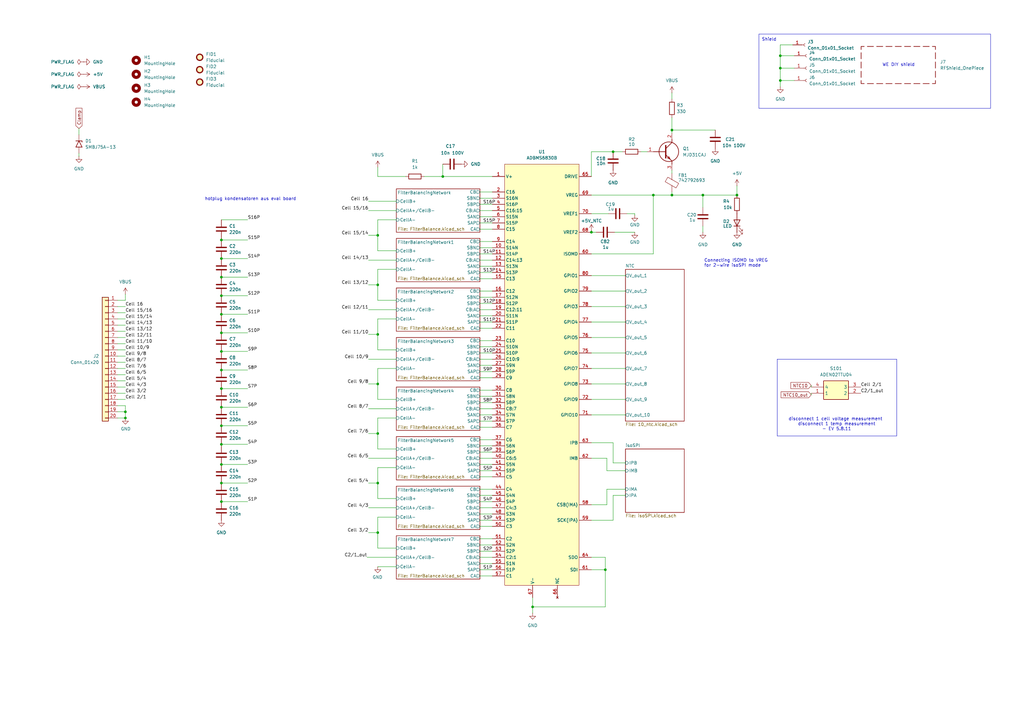
<source format=kicad_sch>
(kicad_sch
	(version 20231120)
	(generator "eeschema")
	(generator_version "8.0")
	(uuid "64eac9c4-e018-49db-b598-a7107a0db15b")
	(paper "A3")
	(lib_symbols
		(symbol "ADBMS6830B_lang:ADBMS6830B_Tall"
			(exclude_from_sim no)
			(in_bom yes)
			(on_board yes)
			(property "Reference" "U"
				(at 0 1.27 0)
				(effects
					(font
						(size 1.27 1.27)
					)
				)
			)
			(property "Value" "ADBMS6830B"
				(at 0 -1.27 0)
				(effects
					(font
						(size 1.27 1.27)
					)
				)
			)
			(property "Footprint" "ADBMS6830:QFP-80_12x12_Pitch0.5mm"
				(at -48.26 53.34 0)
				(effects
					(font
						(size 1.27 1.27)
					)
					(hide yes)
				)
			)
			(property "Datasheet" "~/ADBMS6830B_ADI.pdf"
				(at -48.26 53.34 0)
				(effects
					(font
						(size 1.27 1.27)
					)
					(hide yes)
				)
			)
			(property "Description" ""
				(at 0 0 0)
				(effects
					(font
						(size 1.27 1.27)
					)
					(hide yes)
				)
			)
			(symbol "ADBMS6830B_Tall_1_0"
				(pin input line
					(at -20.32 46.99 0)
					(length 5)
					(name "C14:13"
						(effects
							(font
								(size 1.27 1.27)
							)
						)
					)
					(number "12"
						(effects
							(font
								(size 1.27 1.27)
							)
						)
					)
				)
				(pin input line
					(at -20.32 6.35 0)
					(length 5)
					(name "C10:9"
						(effects
							(font
								(size 1.27 1.27)
							)
						)
					)
					(number "26"
						(effects
							(font
								(size 1.27 1.27)
							)
						)
					)
				)
				(pin input line
					(at -20.32 -13.97 0)
					(length 5)
					(name "C8:7"
						(effects
							(font
								(size 1.27 1.27)
							)
						)
					)
					(number "33"
						(effects
							(font
								(size 1.27 1.27)
							)
						)
					)
				)
				(pin input line
					(at -20.32 -34.29 0)
					(length 5)
					(name "C6:5"
						(effects
							(font
								(size 1.27 1.27)
							)
						)
					)
					(number "40"
						(effects
							(font
								(size 1.27 1.27)
							)
						)
					)
				)
				(pin input line
					(at -20.32 -54.61 0)
					(length 5)
					(name "C4:3"
						(effects
							(font
								(size 1.27 1.27)
							)
						)
					)
					(number "47"
						(effects
							(font
								(size 1.27 1.27)
							)
						)
					)
				)
				(pin input line
					(at -20.32 -74.93 0)
					(length 5)
					(name "C2:1"
						(effects
							(font
								(size 1.27 1.27)
							)
						)
					)
					(number "54"
						(effects
							(font
								(size 1.27 1.27)
							)
						)
					)
				)
				(pin no_connect line
					(at 6.35 -91.44 90)
					(length 5)
					(name "NC"
						(effects
							(font
								(size 1.27 1.27)
							)
						)
					)
					(number "66"
						(effects
							(font
								(size 1.27 1.27)
							)
						)
					)
				)
				(pin bidirectional line
					(at 20.32 -16.51 180)
					(length 5)
					(name "GPIO10"
						(effects
							(font
								(size 1.27 1.27)
							)
						)
					)
					(number "71"
						(effects
							(font
								(size 1.27 1.27)
							)
						)
					)
				)
			)
			(symbol "ADBMS6830B_Tall_1_1"
				(rectangle
					(start -15.24 86.36)
					(end 15.24 -86.36)
					(stroke
						(width 0)
						(type default)
					)
					(fill
						(type background)
					)
				)
				(pin power_out line
					(at -20.32 81.28 0)
					(length 5)
					(name "V+"
						(effects
							(font
								(size 1.27 1.27)
							)
						)
					)
					(number "1"
						(effects
							(font
								(size 1.27 1.27)
							)
						)
					)
				)
				(pin input line
					(at -20.32 52.07 0)
					(length 5)
					(name "S14N"
						(effects
							(font
								(size 1.27 1.27)
							)
						)
					)
					(number "10"
						(effects
							(font
								(size 1.27 1.27)
							)
						)
					)
				)
				(pin input line
					(at -20.32 49.53 0)
					(length 5)
					(name "S14P"
						(effects
							(font
								(size 1.27 1.27)
							)
						)
					)
					(number "11"
						(effects
							(font
								(size 1.27 1.27)
							)
						)
					)
				)
				(pin input line
					(at -20.32 44.45 0)
					(length 5)
					(name "S13N"
						(effects
							(font
								(size 1.27 1.27)
							)
						)
					)
					(number "13"
						(effects
							(font
								(size 1.27 1.27)
							)
						)
					)
				)
				(pin input line
					(at -20.32 41.91 0)
					(length 5)
					(name "S13P"
						(effects
							(font
								(size 1.27 1.27)
							)
						)
					)
					(number "14"
						(effects
							(font
								(size 1.27 1.27)
							)
						)
					)
				)
				(pin input line
					(at -20.32 39.37 0)
					(length 5)
					(name "C13"
						(effects
							(font
								(size 1.27 1.27)
							)
						)
					)
					(number "15"
						(effects
							(font
								(size 1.27 1.27)
							)
						)
					)
				)
				(pin input line
					(at -20.32 34.29 0)
					(length 5)
					(name "C12"
						(effects
							(font
								(size 1.27 1.27)
							)
						)
					)
					(number "16"
						(effects
							(font
								(size 1.27 1.27)
							)
						)
					)
				)
				(pin input line
					(at -20.32 31.75 0)
					(length 5)
					(name "S12N"
						(effects
							(font
								(size 1.27 1.27)
							)
						)
					)
					(number "17"
						(effects
							(font
								(size 1.27 1.27)
							)
						)
					)
				)
				(pin input line
					(at -20.32 29.21 0)
					(length 5)
					(name "S12P"
						(effects
							(font
								(size 1.27 1.27)
							)
						)
					)
					(number "18"
						(effects
							(font
								(size 1.27 1.27)
							)
						)
					)
				)
				(pin input line
					(at -20.32 26.67 0)
					(length 5)
					(name "C12:11"
						(effects
							(font
								(size 1.27 1.27)
							)
						)
					)
					(number "19"
						(effects
							(font
								(size 1.27 1.27)
							)
						)
					)
				)
				(pin input line
					(at -20.32 74.93 0)
					(length 5)
					(name "C16"
						(effects
							(font
								(size 1.27 1.27)
							)
						)
					)
					(number "2"
						(effects
							(font
								(size 1.27 1.27)
							)
						)
					)
				)
				(pin input line
					(at -20.32 24.13 0)
					(length 5)
					(name "S11N"
						(effects
							(font
								(size 1.27 1.27)
							)
						)
					)
					(number "20"
						(effects
							(font
								(size 1.27 1.27)
							)
						)
					)
				)
				(pin input line
					(at -20.32 21.59 0)
					(length 5)
					(name "S11P"
						(effects
							(font
								(size 1.27 1.27)
							)
						)
					)
					(number "21"
						(effects
							(font
								(size 1.27 1.27)
							)
						)
					)
				)
				(pin input line
					(at -20.32 19.05 0)
					(length 5)
					(name "C11"
						(effects
							(font
								(size 1.27 1.27)
							)
						)
					)
					(number "22"
						(effects
							(font
								(size 1.27 1.27)
							)
						)
					)
				)
				(pin input line
					(at -20.32 13.97 0)
					(length 5)
					(name "C10"
						(effects
							(font
								(size 1.27 1.27)
							)
						)
					)
					(number "23"
						(effects
							(font
								(size 1.27 1.27)
							)
						)
					)
				)
				(pin input line
					(at -20.32 11.43 0)
					(length 5)
					(name "S10N"
						(effects
							(font
								(size 1.27 1.27)
							)
						)
					)
					(number "24"
						(effects
							(font
								(size 1.27 1.27)
							)
						)
					)
				)
				(pin input line
					(at -20.32 8.89 0)
					(length 5)
					(name "S10P"
						(effects
							(font
								(size 1.27 1.27)
							)
						)
					)
					(number "25"
						(effects
							(font
								(size 1.27 1.27)
							)
						)
					)
				)
				(pin input line
					(at -20.32 3.81 0)
					(length 5)
					(name "S9N"
						(effects
							(font
								(size 1.27 1.27)
							)
						)
					)
					(number "27"
						(effects
							(font
								(size 1.27 1.27)
							)
						)
					)
				)
				(pin input line
					(at -20.32 1.27 0)
					(length 5)
					(name "S9P"
						(effects
							(font
								(size 1.27 1.27)
							)
						)
					)
					(number "28"
						(effects
							(font
								(size 1.27 1.27)
							)
						)
					)
				)
				(pin input line
					(at -20.32 -1.27 0)
					(length 5)
					(name "C9"
						(effects
							(font
								(size 1.27 1.27)
							)
						)
					)
					(number "29"
						(effects
							(font
								(size 1.27 1.27)
							)
						)
					)
				)
				(pin input line
					(at -20.32 72.39 0)
					(length 5)
					(name "S16N"
						(effects
							(font
								(size 1.27 1.27)
							)
						)
					)
					(number "3"
						(effects
							(font
								(size 1.27 1.27)
							)
						)
					)
				)
				(pin input line
					(at -20.32 -6.35 0)
					(length 5)
					(name "C8"
						(effects
							(font
								(size 1.27 1.27)
							)
						)
					)
					(number "30"
						(effects
							(font
								(size 1.27 1.27)
							)
						)
					)
				)
				(pin input line
					(at -20.32 -8.89 0)
					(length 5)
					(name "S8N"
						(effects
							(font
								(size 1.27 1.27)
							)
						)
					)
					(number "31"
						(effects
							(font
								(size 1.27 1.27)
							)
						)
					)
				)
				(pin input line
					(at -20.32 -11.43 0)
					(length 5)
					(name "S8P"
						(effects
							(font
								(size 1.27 1.27)
							)
						)
					)
					(number "32"
						(effects
							(font
								(size 1.27 1.27)
							)
						)
					)
				)
				(pin input line
					(at -20.32 -16.51 0)
					(length 5)
					(name "S7N"
						(effects
							(font
								(size 1.27 1.27)
							)
						)
					)
					(number "34"
						(effects
							(font
								(size 1.27 1.27)
							)
						)
					)
				)
				(pin input line
					(at -20.32 -19.05 0)
					(length 5)
					(name "S7P"
						(effects
							(font
								(size 1.27 1.27)
							)
						)
					)
					(number "35"
						(effects
							(font
								(size 1.27 1.27)
							)
						)
					)
				)
				(pin input line
					(at -20.32 -21.59 0)
					(length 5)
					(name "C7"
						(effects
							(font
								(size 1.27 1.27)
							)
						)
					)
					(number "36"
						(effects
							(font
								(size 1.27 1.27)
							)
						)
					)
				)
				(pin input line
					(at -20.32 -26.67 0)
					(length 5)
					(name "C6"
						(effects
							(font
								(size 1.27 1.27)
							)
						)
					)
					(number "37"
						(effects
							(font
								(size 1.27 1.27)
							)
						)
					)
				)
				(pin input line
					(at -20.32 -29.21 0)
					(length 5)
					(name "S6N"
						(effects
							(font
								(size 1.27 1.27)
							)
						)
					)
					(number "38"
						(effects
							(font
								(size 1.27 1.27)
							)
						)
					)
				)
				(pin input line
					(at -20.32 -31.75 0)
					(length 5)
					(name "S6P"
						(effects
							(font
								(size 1.27 1.27)
							)
						)
					)
					(number "39"
						(effects
							(font
								(size 1.27 1.27)
							)
						)
					)
				)
				(pin input line
					(at -20.32 69.85 0)
					(length 5)
					(name "S16P"
						(effects
							(font
								(size 1.27 1.27)
							)
						)
					)
					(number "4"
						(effects
							(font
								(size 1.27 1.27)
							)
						)
					)
				)
				(pin input line
					(at -20.32 -36.83 0)
					(length 5)
					(name "S5N"
						(effects
							(font
								(size 1.27 1.27)
							)
						)
					)
					(number "41"
						(effects
							(font
								(size 1.27 1.27)
							)
						)
					)
				)
				(pin input line
					(at -20.32 -39.37 0)
					(length 5)
					(name "S5P"
						(effects
							(font
								(size 1.27 1.27)
							)
						)
					)
					(number "42"
						(effects
							(font
								(size 1.27 1.27)
							)
						)
					)
				)
				(pin input line
					(at -20.32 -41.91 0)
					(length 5)
					(name "C5"
						(effects
							(font
								(size 1.27 1.27)
							)
						)
					)
					(number "43"
						(effects
							(font
								(size 1.27 1.27)
							)
						)
					)
				)
				(pin input line
					(at -20.32 -46.99 0)
					(length 5)
					(name "C4"
						(effects
							(font
								(size 1.27 1.27)
							)
						)
					)
					(number "44"
						(effects
							(font
								(size 1.27 1.27)
							)
						)
					)
				)
				(pin input line
					(at -20.32 -49.53 0)
					(length 5)
					(name "S4N"
						(effects
							(font
								(size 1.27 1.27)
							)
						)
					)
					(number "45"
						(effects
							(font
								(size 1.27 1.27)
							)
						)
					)
				)
				(pin input line
					(at -20.32 -52.07 0)
					(length 5)
					(name "S4P"
						(effects
							(font
								(size 1.27 1.27)
							)
						)
					)
					(number "46"
						(effects
							(font
								(size 1.27 1.27)
							)
						)
					)
				)
				(pin input line
					(at -20.32 -57.15 0)
					(length 5)
					(name "S3N"
						(effects
							(font
								(size 1.27 1.27)
							)
						)
					)
					(number "48"
						(effects
							(font
								(size 1.27 1.27)
							)
						)
					)
				)
				(pin input line
					(at -20.32 -59.69 0)
					(length 5)
					(name "S3P"
						(effects
							(font
								(size 1.27 1.27)
							)
						)
					)
					(number "49"
						(effects
							(font
								(size 1.27 1.27)
							)
						)
					)
				)
				(pin input line
					(at -20.32 67.31 0)
					(length 5)
					(name "C16:15"
						(effects
							(font
								(size 1.27 1.27)
							)
						)
					)
					(number "5"
						(effects
							(font
								(size 1.27 1.27)
							)
						)
					)
				)
				(pin input line
					(at -20.32 -62.23 0)
					(length 5)
					(name "C3"
						(effects
							(font
								(size 1.27 1.27)
							)
						)
					)
					(number "50"
						(effects
							(font
								(size 1.27 1.27)
							)
						)
					)
				)
				(pin input line
					(at -20.32 -67.31 0)
					(length 5)
					(name "C2"
						(effects
							(font
								(size 1.27 1.27)
							)
						)
					)
					(number "51"
						(effects
							(font
								(size 1.27 1.27)
							)
						)
					)
				)
				(pin input line
					(at -20.32 -69.85 0)
					(length 5)
					(name "S2N"
						(effects
							(font
								(size 1.27 1.27)
							)
						)
					)
					(number "52"
						(effects
							(font
								(size 1.27 1.27)
							)
						)
					)
				)
				(pin input line
					(at -20.32 -72.39 0)
					(length 5)
					(name "S2P"
						(effects
							(font
								(size 1.27 1.27)
							)
						)
					)
					(number "53"
						(effects
							(font
								(size 1.27 1.27)
							)
						)
					)
				)
				(pin input line
					(at -20.32 -77.47 0)
					(length 5)
					(name "S1N"
						(effects
							(font
								(size 1.27 1.27)
							)
						)
					)
					(number "55"
						(effects
							(font
								(size 1.27 1.27)
							)
						)
					)
				)
				(pin input line
					(at -20.32 -80.01 0)
					(length 5)
					(name "S1P"
						(effects
							(font
								(size 1.27 1.27)
							)
						)
					)
					(number "56"
						(effects
							(font
								(size 1.27 1.27)
							)
						)
					)
				)
				(pin input line
					(at -20.32 -82.55 0)
					(length 5)
					(name "C1"
						(effects
							(font
								(size 1.27 1.27)
							)
						)
					)
					(number "57"
						(effects
							(font
								(size 1.27 1.27)
							)
						)
					)
				)
				(pin bidirectional line
					(at 20.32 -53.34 180)
					(length 5)
					(name "CSB(IMA)"
						(effects
							(font
								(size 1.27 1.27)
							)
						)
					)
					(number "58"
						(effects
							(font
								(size 1.27 1.27)
							)
						)
					)
				)
				(pin bidirectional line
					(at 20.32 -59.69 180)
					(length 5)
					(name "SCK(IPA)"
						(effects
							(font
								(size 1.27 1.27)
							)
						)
					)
					(number "59"
						(effects
							(font
								(size 1.27 1.27)
							)
						)
					)
				)
				(pin input line
					(at -20.32 64.77 0)
					(length 5)
					(name "S15N"
						(effects
							(font
								(size 1.27 1.27)
							)
						)
					)
					(number "6"
						(effects
							(font
								(size 1.27 1.27)
							)
						)
					)
				)
				(pin bidirectional line
					(at 20.32 49.53 180)
					(length 5)
					(name "ISOMD"
						(effects
							(font
								(size 1.27 1.27)
							)
						)
					)
					(number "60"
						(effects
							(font
								(size 1.27 1.27)
							)
						)
					)
				)
				(pin bidirectional line
					(at 20.32 -80.01 180)
					(length 5)
					(name "SDI"
						(effects
							(font
								(size 1.27 1.27)
							)
						)
					)
					(number "61"
						(effects
							(font
								(size 1.27 1.27)
							)
						)
					)
				)
				(pin bidirectional line
					(at 20.32 -34.29 180)
					(length 5)
					(name "IMB"
						(effects
							(font
								(size 1.27 1.27)
							)
						)
					)
					(number "62"
						(effects
							(font
								(size 1.27 1.27)
							)
						)
					)
				)
				(pin bidirectional line
					(at 20.32 -27.94 180)
					(length 5)
					(name "IPB"
						(effects
							(font
								(size 1.27 1.27)
							)
						)
					)
					(number "63"
						(effects
							(font
								(size 1.27 1.27)
							)
						)
					)
				)
				(pin bidirectional line
					(at 20.32 -74.93 180)
					(length 5)
					(name "SDO"
						(effects
							(font
								(size 1.27 1.27)
							)
						)
					)
					(number "64"
						(effects
							(font
								(size 1.27 1.27)
							)
						)
					)
				)
				(pin bidirectional line
					(at 20.32 81.28 180)
					(length 5)
					(name "DRIVE"
						(effects
							(font
								(size 1.27 1.27)
							)
						)
					)
					(number "65"
						(effects
							(font
								(size 1.27 1.27)
							)
						)
					)
				)
				(pin input line
					(at -3.81 -91.44 90)
					(length 5)
					(name "V-"
						(effects
							(font
								(size 1.27 1.27)
							)
						)
					)
					(number "67"
						(effects
							(font
								(size 1.27 1.27)
							)
						)
					)
				)
				(pin power_out line
					(at 20.32 58.42 180)
					(length 5)
					(name "VREF2"
						(effects
							(font
								(size 1.27 1.27)
							)
						)
					)
					(number "68"
						(effects
							(font
								(size 1.27 1.27)
							)
						)
					)
				)
				(pin input line
					(at 20.32 73.66 180)
					(length 5)
					(name "VREG"
						(effects
							(font
								(size 1.27 1.27)
							)
						)
					)
					(number "69"
						(effects
							(font
								(size 1.27 1.27)
							)
						)
					)
				)
				(pin input line
					(at -20.32 62.23 0)
					(length 5)
					(name "S15P"
						(effects
							(font
								(size 1.27 1.27)
							)
						)
					)
					(number "7"
						(effects
							(font
								(size 1.27 1.27)
							)
						)
					)
				)
				(pin power_out line
					(at 20.32 66.04 180)
					(length 5)
					(name "VREF1"
						(effects
							(font
								(size 1.27 1.27)
							)
						)
					)
					(number "70"
						(effects
							(font
								(size 1.27 1.27)
							)
						)
					)
				)
				(pin bidirectional line
					(at 20.32 -10.16 180)
					(length 5)
					(name "GPIO9"
						(effects
							(font
								(size 1.27 1.27)
							)
						)
					)
					(number "72"
						(effects
							(font
								(size 1.27 1.27)
							)
						)
					)
				)
				(pin bidirectional line
					(at 20.32 -3.81 180)
					(length 5)
					(name "GPIO8"
						(effects
							(font
								(size 1.27 1.27)
							)
						)
					)
					(number "73"
						(effects
							(font
								(size 1.27 1.27)
							)
						)
					)
				)
				(pin bidirectional line
					(at 20.32 2.54 180)
					(length 5)
					(name "GPIO7"
						(effects
							(font
								(size 1.27 1.27)
							)
						)
					)
					(number "74"
						(effects
							(font
								(size 1.27 1.27)
							)
						)
					)
				)
				(pin bidirectional line
					(at 20.32 8.89 180)
					(length 5)
					(name "GPIO6"
						(effects
							(font
								(size 1.27 1.27)
							)
						)
					)
					(number "75"
						(effects
							(font
								(size 1.27 1.27)
							)
						)
					)
				)
				(pin bidirectional line
					(at 20.32 15.24 180)
					(length 5)
					(name "GPIO5"
						(effects
							(font
								(size 1.27 1.27)
							)
						)
					)
					(number "76"
						(effects
							(font
								(size 1.27 1.27)
							)
						)
					)
				)
				(pin bidirectional line
					(at 20.32 21.59 180)
					(length 5)
					(name "GPIO4"
						(effects
							(font
								(size 1.27 1.27)
							)
						)
					)
					(number "77"
						(effects
							(font
								(size 1.27 1.27)
							)
						)
					)
				)
				(pin bidirectional line
					(at 20.32 27.94 180)
					(length 5)
					(name "GPIO3"
						(effects
							(font
								(size 1.27 1.27)
							)
						)
					)
					(number "78"
						(effects
							(font
								(size 1.27 1.27)
							)
						)
					)
				)
				(pin bidirectional line
					(at 20.32 34.29 180)
					(length 5)
					(name "GPIO2"
						(effects
							(font
								(size 1.27 1.27)
							)
						)
					)
					(number "79"
						(effects
							(font
								(size 1.27 1.27)
							)
						)
					)
				)
				(pin input line
					(at -20.32 59.69 0)
					(length 5)
					(name "C15"
						(effects
							(font
								(size 1.27 1.27)
							)
						)
					)
					(number "8"
						(effects
							(font
								(size 1.27 1.27)
							)
						)
					)
				)
				(pin bidirectional line
					(at 20.32 40.64 180)
					(length 5)
					(name "GPIO1"
						(effects
							(font
								(size 1.27 1.27)
							)
						)
					)
					(number "80"
						(effects
							(font
								(size 1.27 1.27)
							)
						)
					)
				)
				(pin input line
					(at -20.32 54.61 0)
					(length 5)
					(name "C14"
						(effects
							(font
								(size 1.27 1.27)
							)
						)
					)
					(number "9"
						(effects
							(font
								(size 1.27 1.27)
							)
						)
					)
				)
			)
		)
		(symbol "ADEN02TTU04:ADEN02TTU04"
			(exclude_from_sim no)
			(in_bom yes)
			(on_board yes)
			(property "Reference" "S"
				(at 16.51 7.62 0)
				(effects
					(font
						(size 1.27 1.27)
					)
					(justify left top)
				)
			)
			(property "Value" "ADEN02TTU04"
				(at 16.51 5.08 0)
				(effects
					(font
						(size 1.27 1.27)
					)
					(justify left top)
				)
			)
			(property "Footprint" "ADEN02TTU04"
				(at 16.51 -94.92 0)
				(effects
					(font
						(size 1.27 1.27)
					)
					(justify left top)
					(hide yes)
				)
			)
			(property "Datasheet" "https://www.te.com/commerce/DocumentDelivery/DDEController?Action=srchrtrv&DocNm=2454982&DocType=Customer%20Drawing&DocLang=English&DocFormat=pdf&PartCntxt=2454982-1"
				(at 16.51 -194.92 0)
				(effects
					(font
						(size 1.27 1.27)
					)
					(justify left top)
					(hide yes)
				)
			)
			(property "Description" "DIP Switch, Gold Flash Contact Plating, Black, PA9T, 2 Switch, -40  85 C, Extended Actuator, 24 A Contact Rating, Alcoswitch DIP ADE"
				(at 0 0 0)
				(effects
					(font
						(size 1.27 1.27)
					)
					(hide yes)
				)
			)
			(property "Height" "4.51"
				(at 16.51 -394.92 0)
				(effects
					(font
						(size 1.27 1.27)
					)
					(justify left top)
					(hide yes)
				)
			)
			(property "Manufacturer_Name" "TE Connectivity"
				(at 16.51 -494.92 0)
				(effects
					(font
						(size 1.27 1.27)
					)
					(justify left top)
					(hide yes)
				)
			)
			(property "Manufacturer_Part_Number" "ADEN02TTU04"
				(at 16.51 -594.92 0)
				(effects
					(font
						(size 1.27 1.27)
					)
					(justify left top)
					(hide yes)
				)
			)
			(property "Mouser Part Number" "655-ADEN02TTU04"
				(at 16.51 -694.92 0)
				(effects
					(font
						(size 1.27 1.27)
					)
					(justify left top)
					(hide yes)
				)
			)
			(property "Mouser Price/Stock" "https://www.mouser.co.uk/ProductDetail/TE-Connectivity-Alcoswitch/ADEN02TTU04?qs=1Kr7Jg1SGW8ZWHKgHyLd6w%3D%3D"
				(at 16.51 -794.92 0)
				(effects
					(font
						(size 1.27 1.27)
					)
					(justify left top)
					(hide yes)
				)
			)
			(property "Arrow Part Number" ""
				(at 16.51 -894.92 0)
				(effects
					(font
						(size 1.27 1.27)
					)
					(justify left top)
					(hide yes)
				)
			)
			(property "Arrow Price/Stock" ""
				(at 16.51 -994.92 0)
				(effects
					(font
						(size 1.27 1.27)
					)
					(justify left top)
					(hide yes)
				)
			)
			(symbol "ADEN02TTU04_1_1"
				(rectangle
					(start 5.08 2.54)
					(end 15.24 -5.08)
					(stroke
						(width 0.254)
						(type default)
					)
					(fill
						(type background)
					)
				)
				(pin passive line
					(at 0 -2.54 0)
					(length 5.08)
					(name "1"
						(effects
							(font
								(size 1.27 1.27)
							)
						)
					)
					(number "1"
						(effects
							(font
								(size 1.27 1.27)
							)
						)
					)
				)
				(pin passive line
					(at 20.32 -2.54 180)
					(length 5.08)
					(name "2"
						(effects
							(font
								(size 1.27 1.27)
							)
						)
					)
					(number "2"
						(effects
							(font
								(size 1.27 1.27)
							)
						)
					)
				)
				(pin passive line
					(at 20.32 0 180)
					(length 5.08)
					(name "3"
						(effects
							(font
								(size 1.27 1.27)
							)
						)
					)
					(number "3"
						(effects
							(font
								(size 1.27 1.27)
							)
						)
					)
				)
				(pin passive line
					(at 0 0 0)
					(length 5.08)
					(name "4"
						(effects
							(font
								(size 1.27 1.27)
							)
						)
					)
					(number "4"
						(effects
							(font
								(size 1.27 1.27)
							)
						)
					)
				)
			)
		)
		(symbol "Connector:Conn_01x01_Socket"
			(pin_names
				(offset 1.016) hide)
			(exclude_from_sim no)
			(in_bom yes)
			(on_board yes)
			(property "Reference" "J"
				(at 0 2.54 0)
				(effects
					(font
						(size 1.27 1.27)
					)
				)
			)
			(property "Value" "Conn_01x01_Socket"
				(at 0 -2.54 0)
				(effects
					(font
						(size 1.27 1.27)
					)
				)
			)
			(property "Footprint" ""
				(at 0 0 0)
				(effects
					(font
						(size 1.27 1.27)
					)
					(hide yes)
				)
			)
			(property "Datasheet" "~"
				(at 0 0 0)
				(effects
					(font
						(size 1.27 1.27)
					)
					(hide yes)
				)
			)
			(property "Description" "Generic connector, single row, 01x01, script generated"
				(at 0 0 0)
				(effects
					(font
						(size 1.27 1.27)
					)
					(hide yes)
				)
			)
			(property "ki_locked" ""
				(at 0 0 0)
				(effects
					(font
						(size 1.27 1.27)
					)
				)
			)
			(property "ki_keywords" "connector"
				(at 0 0 0)
				(effects
					(font
						(size 1.27 1.27)
					)
					(hide yes)
				)
			)
			(property "ki_fp_filters" "Connector*:*_1x??_*"
				(at 0 0 0)
				(effects
					(font
						(size 1.27 1.27)
					)
					(hide yes)
				)
			)
			(symbol "Conn_01x01_Socket_1_1"
				(polyline
					(pts
						(xy -1.27 0) (xy -0.508 0)
					)
					(stroke
						(width 0.1524)
						(type default)
					)
					(fill
						(type none)
					)
				)
				(arc
					(start 0 0.508)
					(mid -0.5058 0)
					(end 0 -0.508)
					(stroke
						(width 0.1524)
						(type default)
					)
					(fill
						(type none)
					)
				)
				(pin passive line
					(at -5.08 0 0)
					(length 3.81)
					(name "Pin_1"
						(effects
							(font
								(size 1.27 1.27)
							)
						)
					)
					(number "1"
						(effects
							(font
								(size 1.27 1.27)
							)
						)
					)
				)
			)
		)
		(symbol "Connector_Generic:Conn_01x20"
			(pin_names
				(offset 1.016) hide)
			(exclude_from_sim no)
			(in_bom yes)
			(on_board yes)
			(property "Reference" "J"
				(at 0 25.4 0)
				(effects
					(font
						(size 1.27 1.27)
					)
				)
			)
			(property "Value" "Conn_01x20"
				(at 0 -27.94 0)
				(effects
					(font
						(size 1.27 1.27)
					)
				)
			)
			(property "Footprint" ""
				(at 0 0 0)
				(effects
					(font
						(size 1.27 1.27)
					)
					(hide yes)
				)
			)
			(property "Datasheet" "~"
				(at 0 0 0)
				(effects
					(font
						(size 1.27 1.27)
					)
					(hide yes)
				)
			)
			(property "Description" "Generic connector, single row, 01x20, script generated (kicad-library-utils/schlib/autogen/connector/)"
				(at 0 0 0)
				(effects
					(font
						(size 1.27 1.27)
					)
					(hide yes)
				)
			)
			(property "ki_keywords" "connector"
				(at 0 0 0)
				(effects
					(font
						(size 1.27 1.27)
					)
					(hide yes)
				)
			)
			(property "ki_fp_filters" "Connector*:*_1x??_*"
				(at 0 0 0)
				(effects
					(font
						(size 1.27 1.27)
					)
					(hide yes)
				)
			)
			(symbol "Conn_01x20_1_1"
				(rectangle
					(start -1.27 -25.273)
					(end 0 -25.527)
					(stroke
						(width 0.1524)
						(type default)
					)
					(fill
						(type none)
					)
				)
				(rectangle
					(start -1.27 -22.733)
					(end 0 -22.987)
					(stroke
						(width 0.1524)
						(type default)
					)
					(fill
						(type none)
					)
				)
				(rectangle
					(start -1.27 -20.193)
					(end 0 -20.447)
					(stroke
						(width 0.1524)
						(type default)
					)
					(fill
						(type none)
					)
				)
				(rectangle
					(start -1.27 -17.653)
					(end 0 -17.907)
					(stroke
						(width 0.1524)
						(type default)
					)
					(fill
						(type none)
					)
				)
				(rectangle
					(start -1.27 -15.113)
					(end 0 -15.367)
					(stroke
						(width 0.1524)
						(type default)
					)
					(fill
						(type none)
					)
				)
				(rectangle
					(start -1.27 -12.573)
					(end 0 -12.827)
					(stroke
						(width 0.1524)
						(type default)
					)
					(fill
						(type none)
					)
				)
				(rectangle
					(start -1.27 -10.033)
					(end 0 -10.287)
					(stroke
						(width 0.1524)
						(type default)
					)
					(fill
						(type none)
					)
				)
				(rectangle
					(start -1.27 -7.493)
					(end 0 -7.747)
					(stroke
						(width 0.1524)
						(type default)
					)
					(fill
						(type none)
					)
				)
				(rectangle
					(start -1.27 -4.953)
					(end 0 -5.207)
					(stroke
						(width 0.1524)
						(type default)
					)
					(fill
						(type none)
					)
				)
				(rectangle
					(start -1.27 -2.413)
					(end 0 -2.667)
					(stroke
						(width 0.1524)
						(type default)
					)
					(fill
						(type none)
					)
				)
				(rectangle
					(start -1.27 0.127)
					(end 0 -0.127)
					(stroke
						(width 0.1524)
						(type default)
					)
					(fill
						(type none)
					)
				)
				(rectangle
					(start -1.27 2.667)
					(end 0 2.413)
					(stroke
						(width 0.1524)
						(type default)
					)
					(fill
						(type none)
					)
				)
				(rectangle
					(start -1.27 5.207)
					(end 0 4.953)
					(stroke
						(width 0.1524)
						(type default)
					)
					(fill
						(type none)
					)
				)
				(rectangle
					(start -1.27 7.747)
					(end 0 7.493)
					(stroke
						(width 0.1524)
						(type default)
					)
					(fill
						(type none)
					)
				)
				(rectangle
					(start -1.27 10.287)
					(end 0 10.033)
					(stroke
						(width 0.1524)
						(type default)
					)
					(fill
						(type none)
					)
				)
				(rectangle
					(start -1.27 12.827)
					(end 0 12.573)
					(stroke
						(width 0.1524)
						(type default)
					)
					(fill
						(type none)
					)
				)
				(rectangle
					(start -1.27 15.367)
					(end 0 15.113)
					(stroke
						(width 0.1524)
						(type default)
					)
					(fill
						(type none)
					)
				)
				(rectangle
					(start -1.27 17.907)
					(end 0 17.653)
					(stroke
						(width 0.1524)
						(type default)
					)
					(fill
						(type none)
					)
				)
				(rectangle
					(start -1.27 20.447)
					(end 0 20.193)
					(stroke
						(width 0.1524)
						(type default)
					)
					(fill
						(type none)
					)
				)
				(rectangle
					(start -1.27 22.987)
					(end 0 22.733)
					(stroke
						(width 0.1524)
						(type default)
					)
					(fill
						(type none)
					)
				)
				(rectangle
					(start -1.27 24.13)
					(end 1.27 -26.67)
					(stroke
						(width 0.254)
						(type default)
					)
					(fill
						(type background)
					)
				)
				(pin passive line
					(at -5.08 22.86 0)
					(length 3.81)
					(name "Pin_1"
						(effects
							(font
								(size 1.27 1.27)
							)
						)
					)
					(number "1"
						(effects
							(font
								(size 1.27 1.27)
							)
						)
					)
				)
				(pin passive line
					(at -5.08 0 0)
					(length 3.81)
					(name "Pin_10"
						(effects
							(font
								(size 1.27 1.27)
							)
						)
					)
					(number "10"
						(effects
							(font
								(size 1.27 1.27)
							)
						)
					)
				)
				(pin passive line
					(at -5.08 -2.54 0)
					(length 3.81)
					(name "Pin_11"
						(effects
							(font
								(size 1.27 1.27)
							)
						)
					)
					(number "11"
						(effects
							(font
								(size 1.27 1.27)
							)
						)
					)
				)
				(pin passive line
					(at -5.08 -5.08 0)
					(length 3.81)
					(name "Pin_12"
						(effects
							(font
								(size 1.27 1.27)
							)
						)
					)
					(number "12"
						(effects
							(font
								(size 1.27 1.27)
							)
						)
					)
				)
				(pin passive line
					(at -5.08 -7.62 0)
					(length 3.81)
					(name "Pin_13"
						(effects
							(font
								(size 1.27 1.27)
							)
						)
					)
					(number "13"
						(effects
							(font
								(size 1.27 1.27)
							)
						)
					)
				)
				(pin passive line
					(at -5.08 -10.16 0)
					(length 3.81)
					(name "Pin_14"
						(effects
							(font
								(size 1.27 1.27)
							)
						)
					)
					(number "14"
						(effects
							(font
								(size 1.27 1.27)
							)
						)
					)
				)
				(pin passive line
					(at -5.08 -12.7 0)
					(length 3.81)
					(name "Pin_15"
						(effects
							(font
								(size 1.27 1.27)
							)
						)
					)
					(number "15"
						(effects
							(font
								(size 1.27 1.27)
							)
						)
					)
				)
				(pin passive line
					(at -5.08 -15.24 0)
					(length 3.81)
					(name "Pin_16"
						(effects
							(font
								(size 1.27 1.27)
							)
						)
					)
					(number "16"
						(effects
							(font
								(size 1.27 1.27)
							)
						)
					)
				)
				(pin passive line
					(at -5.08 -17.78 0)
					(length 3.81)
					(name "Pin_17"
						(effects
							(font
								(size 1.27 1.27)
							)
						)
					)
					(number "17"
						(effects
							(font
								(size 1.27 1.27)
							)
						)
					)
				)
				(pin passive line
					(at -5.08 -20.32 0)
					(length 3.81)
					(name "Pin_18"
						(effects
							(font
								(size 1.27 1.27)
							)
						)
					)
					(number "18"
						(effects
							(font
								(size 1.27 1.27)
							)
						)
					)
				)
				(pin passive line
					(at -5.08 -22.86 0)
					(length 3.81)
					(name "Pin_19"
						(effects
							(font
								(size 1.27 1.27)
							)
						)
					)
					(number "19"
						(effects
							(font
								(size 1.27 1.27)
							)
						)
					)
				)
				(pin passive line
					(at -5.08 20.32 0)
					(length 3.81)
					(name "Pin_2"
						(effects
							(font
								(size 1.27 1.27)
							)
						)
					)
					(number "2"
						(effects
							(font
								(size 1.27 1.27)
							)
						)
					)
				)
				(pin passive line
					(at -5.08 -25.4 0)
					(length 3.81)
					(name "Pin_20"
						(effects
							(font
								(size 1.27 1.27)
							)
						)
					)
					(number "20"
						(effects
							(font
								(size 1.27 1.27)
							)
						)
					)
				)
				(pin passive line
					(at -5.08 17.78 0)
					(length 3.81)
					(name "Pin_3"
						(effects
							(font
								(size 1.27 1.27)
							)
						)
					)
					(number "3"
						(effects
							(font
								(size 1.27 1.27)
							)
						)
					)
				)
				(pin passive line
					(at -5.08 15.24 0)
					(length 3.81)
					(name "Pin_4"
						(effects
							(font
								(size 1.27 1.27)
							)
						)
					)
					(number "4"
						(effects
							(font
								(size 1.27 1.27)
							)
						)
					)
				)
				(pin passive line
					(at -5.08 12.7 0)
					(length 3.81)
					(name "Pin_5"
						(effects
							(font
								(size 1.27 1.27)
							)
						)
					)
					(number "5"
						(effects
							(font
								(size 1.27 1.27)
							)
						)
					)
				)
				(pin passive line
					(at -5.08 10.16 0)
					(length 3.81)
					(name "Pin_6"
						(effects
							(font
								(size 1.27 1.27)
							)
						)
					)
					(number "6"
						(effects
							(font
								(size 1.27 1.27)
							)
						)
					)
				)
				(pin passive line
					(at -5.08 7.62 0)
					(length 3.81)
					(name "Pin_7"
						(effects
							(font
								(size 1.27 1.27)
							)
						)
					)
					(number "7"
						(effects
							(font
								(size 1.27 1.27)
							)
						)
					)
				)
				(pin passive line
					(at -5.08 5.08 0)
					(length 3.81)
					(name "Pin_8"
						(effects
							(font
								(size 1.27 1.27)
							)
						)
					)
					(number "8"
						(effects
							(font
								(size 1.27 1.27)
							)
						)
					)
				)
				(pin passive line
					(at -5.08 2.54 0)
					(length 3.81)
					(name "Pin_9"
						(effects
							(font
								(size 1.27 1.27)
							)
						)
					)
					(number "9"
						(effects
							(font
								(size 1.27 1.27)
							)
						)
					)
				)
			)
		)
		(symbol "Device:C"
			(pin_numbers hide)
			(pin_names
				(offset 0.254)
			)
			(exclude_from_sim no)
			(in_bom yes)
			(on_board yes)
			(property "Reference" "C"
				(at 0.635 2.54 0)
				(effects
					(font
						(size 1.27 1.27)
					)
					(justify left)
				)
			)
			(property "Value" "C"
				(at 0.635 -2.54 0)
				(effects
					(font
						(size 1.27 1.27)
					)
					(justify left)
				)
			)
			(property "Footprint" ""
				(at 0.9652 -3.81 0)
				(effects
					(font
						(size 1.27 1.27)
					)
					(hide yes)
				)
			)
			(property "Datasheet" "~"
				(at 0 0 0)
				(effects
					(font
						(size 1.27 1.27)
					)
					(hide yes)
				)
			)
			(property "Description" "Unpolarized capacitor"
				(at 0 0 0)
				(effects
					(font
						(size 1.27 1.27)
					)
					(hide yes)
				)
			)
			(property "ki_keywords" "cap capacitor"
				(at 0 0 0)
				(effects
					(font
						(size 1.27 1.27)
					)
					(hide yes)
				)
			)
			(property "ki_fp_filters" "C_*"
				(at 0 0 0)
				(effects
					(font
						(size 1.27 1.27)
					)
					(hide yes)
				)
			)
			(symbol "C_0_1"
				(polyline
					(pts
						(xy -2.032 -0.762) (xy 2.032 -0.762)
					)
					(stroke
						(width 0.508)
						(type default)
					)
					(fill
						(type none)
					)
				)
				(polyline
					(pts
						(xy -2.032 0.762) (xy 2.032 0.762)
					)
					(stroke
						(width 0.508)
						(type default)
					)
					(fill
						(type none)
					)
				)
			)
			(symbol "C_1_1"
				(pin passive line
					(at 0 3.81 270)
					(length 2.794)
					(name "~"
						(effects
							(font
								(size 1.27 1.27)
							)
						)
					)
					(number "1"
						(effects
							(font
								(size 1.27 1.27)
							)
						)
					)
				)
				(pin passive line
					(at 0 -3.81 90)
					(length 2.794)
					(name "~"
						(effects
							(font
								(size 1.27 1.27)
							)
						)
					)
					(number "2"
						(effects
							(font
								(size 1.27 1.27)
							)
						)
					)
				)
			)
		)
		(symbol "Device:FerriteBead"
			(pin_numbers hide)
			(pin_names
				(offset 0)
			)
			(exclude_from_sim no)
			(in_bom yes)
			(on_board yes)
			(property "Reference" "FB"
				(at -3.81 0.635 90)
				(effects
					(font
						(size 1.27 1.27)
					)
				)
			)
			(property "Value" "FerriteBead"
				(at 3.81 0 90)
				(effects
					(font
						(size 1.27 1.27)
					)
				)
			)
			(property "Footprint" ""
				(at -1.778 0 90)
				(effects
					(font
						(size 1.27 1.27)
					)
					(hide yes)
				)
			)
			(property "Datasheet" "~"
				(at 0 0 0)
				(effects
					(font
						(size 1.27 1.27)
					)
					(hide yes)
				)
			)
			(property "Description" "Ferrite bead"
				(at 0 0 0)
				(effects
					(font
						(size 1.27 1.27)
					)
					(hide yes)
				)
			)
			(property "ki_keywords" "L ferrite bead inductor filter"
				(at 0 0 0)
				(effects
					(font
						(size 1.27 1.27)
					)
					(hide yes)
				)
			)
			(property "ki_fp_filters" "Inductor_* L_* *Ferrite*"
				(at 0 0 0)
				(effects
					(font
						(size 1.27 1.27)
					)
					(hide yes)
				)
			)
			(symbol "FerriteBead_0_1"
				(polyline
					(pts
						(xy 0 -1.27) (xy 0 -1.2192)
					)
					(stroke
						(width 0)
						(type default)
					)
					(fill
						(type none)
					)
				)
				(polyline
					(pts
						(xy 0 1.27) (xy 0 1.2954)
					)
					(stroke
						(width 0)
						(type default)
					)
					(fill
						(type none)
					)
				)
				(polyline
					(pts
						(xy -2.7686 0.4064) (xy -1.7018 2.2606) (xy 2.7686 -0.3048) (xy 1.6764 -2.159) (xy -2.7686 0.4064)
					)
					(stroke
						(width 0)
						(type default)
					)
					(fill
						(type none)
					)
				)
			)
			(symbol "FerriteBead_1_1"
				(pin passive line
					(at 0 3.81 270)
					(length 2.54)
					(name "~"
						(effects
							(font
								(size 1.27 1.27)
							)
						)
					)
					(number "1"
						(effects
							(font
								(size 1.27 1.27)
							)
						)
					)
				)
				(pin passive line
					(at 0 -3.81 90)
					(length 2.54)
					(name "~"
						(effects
							(font
								(size 1.27 1.27)
							)
						)
					)
					(number "2"
						(effects
							(font
								(size 1.27 1.27)
							)
						)
					)
				)
			)
		)
		(symbol "Device:R"
			(pin_numbers hide)
			(pin_names
				(offset 0)
			)
			(exclude_from_sim no)
			(in_bom yes)
			(on_board yes)
			(property "Reference" "R"
				(at 2.032 0 90)
				(effects
					(font
						(size 1.27 1.27)
					)
				)
			)
			(property "Value" "R"
				(at 0 0 90)
				(effects
					(font
						(size 1.27 1.27)
					)
				)
			)
			(property "Footprint" ""
				(at -1.778 0 90)
				(effects
					(font
						(size 1.27 1.27)
					)
					(hide yes)
				)
			)
			(property "Datasheet" "~"
				(at 0 0 0)
				(effects
					(font
						(size 1.27 1.27)
					)
					(hide yes)
				)
			)
			(property "Description" "Resistor"
				(at 0 0 0)
				(effects
					(font
						(size 1.27 1.27)
					)
					(hide yes)
				)
			)
			(property "ki_keywords" "R res resistor"
				(at 0 0 0)
				(effects
					(font
						(size 1.27 1.27)
					)
					(hide yes)
				)
			)
			(property "ki_fp_filters" "R_*"
				(at 0 0 0)
				(effects
					(font
						(size 1.27 1.27)
					)
					(hide yes)
				)
			)
			(symbol "R_0_1"
				(rectangle
					(start -1.016 -2.54)
					(end 1.016 2.54)
					(stroke
						(width 0.254)
						(type default)
					)
					(fill
						(type none)
					)
				)
			)
			(symbol "R_1_1"
				(pin passive line
					(at 0 3.81 270)
					(length 1.27)
					(name "~"
						(effects
							(font
								(size 1.27 1.27)
							)
						)
					)
					(number "1"
						(effects
							(font
								(size 1.27 1.27)
							)
						)
					)
				)
				(pin passive line
					(at 0 -3.81 90)
					(length 1.27)
					(name "~"
						(effects
							(font
								(size 1.27 1.27)
							)
						)
					)
					(number "2"
						(effects
							(font
								(size 1.27 1.27)
							)
						)
					)
				)
			)
		)
		(symbol "Device:RFShield_OnePiece"
			(pin_names
				(offset 1.016)
			)
			(exclude_from_sim no)
			(in_bom yes)
			(on_board yes)
			(property "Reference" "J6"
				(at 17.145 1.27 0)
				(effects
					(font
						(size 1.27 1.27)
					)
					(justify left)
				)
			)
			(property "Value" "RFShield_OnePiece"
				(at 17.145 -1.27 0)
				(effects
					(font
						(size 1.27 1.27)
					)
					(justify left)
				)
			)
			(property "Footprint" ""
				(at 0 -2.54 0)
				(effects
					(font
						(size 1.27 1.27)
					)
					(hide yes)
				)
			)
			(property "Datasheet" "~"
				(at 0 -2.54 0)
				(effects
					(font
						(size 1.27 1.27)
					)
					(hide yes)
				)
			)
			(property "Description" "One-piece EMI RF shielding cabinet"
				(at 0 0 0)
				(effects
					(font
						(size 1.27 1.27)
					)
					(hide yes)
				)
			)
			(property "ki_keywords" "RF EMI shielding cabinet"
				(at 0 0 0)
				(effects
					(font
						(size 1.27 1.27)
					)
					(hide yes)
				)
			)
			(symbol "RFShield_OnePiece_0_1"
				(polyline
					(pts
						(xy -15.24 -5.08) (xy -15.24 -2.54)
					)
					(stroke
						(width 0.254)
						(type default)
					)
					(fill
						(type none)
					)
				)
				(polyline
					(pts
						(xy -15.24 -1.27) (xy -15.24 1.27)
					)
					(stroke
						(width 0.254)
						(type default)
					)
					(fill
						(type none)
					)
				)
				(polyline
					(pts
						(xy -15.24 2.54) (xy -15.24 5.08)
					)
					(stroke
						(width 0.254)
						(type default)
					)
					(fill
						(type none)
					)
				)
				(polyline
					(pts
						(xy -12.7 7.62) (xy -10.16 7.62)
					)
					(stroke
						(width 0.254)
						(type default)
					)
					(fill
						(type none)
					)
				)
				(polyline
					(pts
						(xy -10.16 -7.62) (xy -12.7 -7.62)
					)
					(stroke
						(width 0.254)
						(type default)
					)
					(fill
						(type none)
					)
				)
				(polyline
					(pts
						(xy -6.35 -7.62) (xy -8.89 -7.62)
					)
					(stroke
						(width 0.254)
						(type default)
					)
					(fill
						(type none)
					)
				)
				(polyline
					(pts
						(xy -6.35 7.62) (xy -8.89 7.62)
					)
					(stroke
						(width 0.254)
						(type default)
					)
					(fill
						(type none)
					)
				)
				(polyline
					(pts
						(xy -2.54 -7.62) (xy -5.08 -7.62)
					)
					(stroke
						(width 0.254)
						(type default)
					)
					(fill
						(type none)
					)
				)
				(polyline
					(pts
						(xy -2.54 7.62) (xy -5.08 7.62)
					)
					(stroke
						(width 0.254)
						(type default)
					)
					(fill
						(type none)
					)
				)
				(polyline
					(pts
						(xy -1.27 -7.62) (xy 1.27 -7.62)
					)
					(stroke
						(width 0.254)
						(type default)
					)
					(fill
						(type none)
					)
				)
				(polyline
					(pts
						(xy 1.27 7.62) (xy -1.27 7.62)
					)
					(stroke
						(width 0.254)
						(type default)
					)
					(fill
						(type none)
					)
				)
				(polyline
					(pts
						(xy 2.54 -7.62) (xy 5.08 -7.62)
					)
					(stroke
						(width 0.254)
						(type default)
					)
					(fill
						(type none)
					)
				)
				(polyline
					(pts
						(xy 5.08 7.62) (xy 2.54 7.62)
					)
					(stroke
						(width 0.254)
						(type default)
					)
					(fill
						(type none)
					)
				)
				(polyline
					(pts
						(xy 6.35 -7.62) (xy 8.89 -7.62)
					)
					(stroke
						(width 0.254)
						(type default)
					)
					(fill
						(type none)
					)
				)
				(polyline
					(pts
						(xy 8.89 7.62) (xy 6.35 7.62)
					)
					(stroke
						(width 0.254)
						(type default)
					)
					(fill
						(type none)
					)
				)
				(polyline
					(pts
						(xy 10.16 -7.62) (xy 12.7 -7.62)
					)
					(stroke
						(width 0.254)
						(type default)
					)
					(fill
						(type none)
					)
				)
				(polyline
					(pts
						(xy 12.7 7.62) (xy 10.16 7.62)
					)
					(stroke
						(width 0.254)
						(type default)
					)
					(fill
						(type none)
					)
				)
				(polyline
					(pts
						(xy 15.24 -5.08) (xy 15.24 -2.54)
					)
					(stroke
						(width 0.254)
						(type default)
					)
					(fill
						(type none)
					)
				)
				(polyline
					(pts
						(xy 15.24 -1.27) (xy 15.24 1.27)
					)
					(stroke
						(width 0.254)
						(type default)
					)
					(fill
						(type none)
					)
				)
				(polyline
					(pts
						(xy 15.24 2.54) (xy 15.24 5.08)
					)
					(stroke
						(width 0.254)
						(type default)
					)
					(fill
						(type none)
					)
				)
				(polyline
					(pts
						(xy -15.24 6.35) (xy -15.24 7.62) (xy -13.97 7.62)
					)
					(stroke
						(width 0.254)
						(type default)
					)
					(fill
						(type none)
					)
				)
				(polyline
					(pts
						(xy -13.97 -7.62) (xy -15.24 -7.62) (xy -15.24 -6.35)
					)
					(stroke
						(width 0.254)
						(type default)
					)
					(fill
						(type none)
					)
				)
				(polyline
					(pts
						(xy 13.97 -7.62) (xy 15.24 -7.62) (xy 15.24 -6.35)
					)
					(stroke
						(width 0.254)
						(type default)
					)
					(fill
						(type none)
					)
				)
				(polyline
					(pts
						(xy 15.24 6.35) (xy 15.24 7.62) (xy 13.97 7.62)
					)
					(stroke
						(width 0.254)
						(type default)
					)
					(fill
						(type none)
					)
				)
			)
		)
		(symbol "Diode:SMAJ350A"
			(pin_numbers hide)
			(pin_names
				(offset 1.016) hide)
			(exclude_from_sim no)
			(in_bom yes)
			(on_board yes)
			(property "Reference" "D"
				(at 0 2.54 0)
				(effects
					(font
						(size 1.27 1.27)
					)
				)
			)
			(property "Value" "SMAJ350A"
				(at 0 -2.54 0)
				(effects
					(font
						(size 1.27 1.27)
					)
				)
			)
			(property "Footprint" "Diode_SMD:D_SMA"
				(at 0 -5.08 0)
				(effects
					(font
						(size 1.27 1.27)
					)
					(hide yes)
				)
			)
			(property "Datasheet" "https://www.littelfuse.com/media?resourcetype=datasheets&itemid=75e32973-b177-4ee3-a0ff-cedaf1abdb93&filename=smaj-datasheet"
				(at -1.27 0 0)
				(effects
					(font
						(size 1.27 1.27)
					)
					(hide yes)
				)
			)
			(property "Description" "600W unidirectional Transient Voltage Suppressor, 350.0Vr, SMA(DO-214AC)"
				(at 0 0 0)
				(effects
					(font
						(size 1.27 1.27)
					)
					(hide yes)
				)
			)
			(property "ki_keywords" "unidirectional diode TVS voltage suppressor"
				(at 0 0 0)
				(effects
					(font
						(size 1.27 1.27)
					)
					(hide yes)
				)
			)
			(property "ki_fp_filters" "D*SMA*"
				(at 0 0 0)
				(effects
					(font
						(size 1.27 1.27)
					)
					(hide yes)
				)
			)
			(symbol "SMAJ350A_0_1"
				(polyline
					(pts
						(xy -0.762 1.27) (xy -1.27 1.27) (xy -1.27 -1.27)
					)
					(stroke
						(width 0.254)
						(type default)
					)
					(fill
						(type none)
					)
				)
				(polyline
					(pts
						(xy 1.27 1.27) (xy 1.27 -1.27) (xy -1.27 0) (xy 1.27 1.27)
					)
					(stroke
						(width 0.254)
						(type default)
					)
					(fill
						(type none)
					)
				)
			)
			(symbol "SMAJ350A_1_1"
				(pin passive line
					(at -3.81 0 0)
					(length 2.54)
					(name "A1"
						(effects
							(font
								(size 1.27 1.27)
							)
						)
					)
					(number "1"
						(effects
							(font
								(size 1.27 1.27)
							)
						)
					)
				)
				(pin passive line
					(at 3.81 0 180)
					(length 2.54)
					(name "A2"
						(effects
							(font
								(size 1.27 1.27)
							)
						)
					)
					(number "2"
						(effects
							(font
								(size 1.27 1.27)
							)
						)
					)
				)
			)
		)
		(symbol "FaSTTUBe_LEDs:0603_red"
			(pin_numbers hide)
			(pin_names
				(offset 1.016) hide)
			(exclude_from_sim no)
			(in_bom yes)
			(on_board yes)
			(property "Reference" "D"
				(at 0 2.54 0)
				(effects
					(font
						(size 1.27 1.27)
					)
				)
			)
			(property "Value" "0603_red"
				(at 0 -3.81 0)
				(effects
					(font
						(size 1.27 1.27)
					)
				)
			)
			(property "Footprint" "LED_SMD:LED_0603_1608Metric"
				(at 0 5.08 0)
				(effects
					(font
						(size 1.27 1.27)
					)
					(hide yes)
				)
			)
			(property "Datasheet" "~"
				(at 0 0 0)
				(effects
					(font
						(size 1.27 1.27)
					)
					(hide yes)
				)
			)
			(property "Description" "LED red 150060RS75000"
				(at 0 0 0)
				(effects
					(font
						(size 1.27 1.27)
					)
					(hide yes)
				)
			)
			(property "ki_keywords" "LED diode red"
				(at 0 0 0)
				(effects
					(font
						(size 1.27 1.27)
					)
					(hide yes)
				)
			)
			(property "ki_fp_filters" "LED* LED_SMD:* LED_THT:*"
				(at 0 0 0)
				(effects
					(font
						(size 1.27 1.27)
					)
					(hide yes)
				)
			)
			(symbol "0603_red_0_1"
				(polyline
					(pts
						(xy -1.27 -1.27) (xy -1.27 1.27)
					)
					(stroke
						(width 0.254)
						(type default)
					)
					(fill
						(type none)
					)
				)
				(polyline
					(pts
						(xy -1.27 0) (xy 1.27 0)
					)
					(stroke
						(width 0)
						(type default)
					)
					(fill
						(type none)
					)
				)
				(polyline
					(pts
						(xy 1.27 -1.27) (xy 1.27 1.27) (xy -1.27 0) (xy 1.27 -1.27)
					)
					(stroke
						(width 0.254)
						(type default)
					)
					(fill
						(type none)
					)
				)
				(polyline
					(pts
						(xy -3.048 -0.762) (xy -4.572 -2.286) (xy -3.81 -2.286) (xy -4.572 -2.286) (xy -4.572 -1.524)
					)
					(stroke
						(width 0)
						(type default)
					)
					(fill
						(type none)
					)
				)
				(polyline
					(pts
						(xy -1.778 -0.762) (xy -3.302 -2.286) (xy -2.54 -2.286) (xy -3.302 -2.286) (xy -3.302 -1.524)
					)
					(stroke
						(width 0)
						(type default)
					)
					(fill
						(type none)
					)
				)
			)
			(symbol "0603_red_1_1"
				(pin passive line
					(at -3.81 0 0)
					(length 2.54)
					(name "K"
						(effects
							(font
								(size 1.27 1.27)
							)
						)
					)
					(number "1"
						(effects
							(font
								(size 1.27 1.27)
							)
						)
					)
				)
				(pin passive line
					(at 3.81 0 180)
					(length 2.54)
					(name "A"
						(effects
							(font
								(size 1.27 1.27)
							)
						)
					)
					(number "2"
						(effects
							(font
								(size 1.27 1.27)
							)
						)
					)
				)
			)
		)
		(symbol "MJD31CAJ:MJD31CAJ"
			(pin_names hide)
			(exclude_from_sim no)
			(in_bom yes)
			(on_board yes)
			(property "Reference" "Q"
				(at 13.97 1.27 0)
				(effects
					(font
						(size 1.27 1.27)
					)
					(justify left top)
				)
			)
			(property "Value" "MJD31CAJ"
				(at 13.97 -1.27 0)
				(effects
					(font
						(size 1.27 1.27)
					)
					(justify left top)
				)
			)
			(property "Footprint" "MJD31CAJ"
				(at 13.97 -101.27 0)
				(effects
					(font
						(size 1.27 1.27)
					)
					(justify left top)
					(hide yes)
				)
			)
			(property "Datasheet" "https://assets.nexperia.com/documents/data-sheet/MJD31CA.pdf"
				(at 13.97 -201.27 0)
				(effects
					(font
						(size 1.27 1.27)
					)
					(justify left top)
					(hide yes)
				)
			)
			(property "Description" "Bipolar (BJT) Transistor NPN 100 V 3 A 3MHz 1.6 W Surface Mount DPAK"
				(at 0 0 0)
				(effects
					(font
						(size 1.27 1.27)
					)
					(hide yes)
				)
			)
			(property "Height" "2.38"
				(at 13.97 -401.27 0)
				(effects
					(font
						(size 1.27 1.27)
					)
					(justify left top)
					(hide yes)
				)
			)
			(property "Mouser Part Number" "771-MJD31CAJ"
				(at 13.97 -501.27 0)
				(effects
					(font
						(size 1.27 1.27)
					)
					(justify left top)
					(hide yes)
				)
			)
			(property "Mouser Price/Stock" "https://www.mouser.co.uk/ProductDetail/Nexperia/MJD31CAJ?qs=Lw5w8Rbia2XIR2GSKHXSCQ%3D%3D"
				(at 13.97 -601.27 0)
				(effects
					(font
						(size 1.27 1.27)
					)
					(justify left top)
					(hide yes)
				)
			)
			(property "Manufacturer_Name" "Nexperia"
				(at 13.97 -701.27 0)
				(effects
					(font
						(size 1.27 1.27)
					)
					(justify left top)
					(hide yes)
				)
			)
			(property "Manufacturer_Part_Number" "MJD31CAJ"
				(at 13.97 -801.27 0)
				(effects
					(font
						(size 1.27 1.27)
					)
					(justify left top)
					(hide yes)
				)
			)
			(symbol "MJD31CAJ_1_1"
				(polyline
					(pts
						(xy 2.54 0) (xy 7.62 0)
					)
					(stroke
						(width 0.254)
						(type default)
					)
					(fill
						(type none)
					)
				)
				(polyline
					(pts
						(xy 7.62 -1.27) (xy 10.16 -3.81)
					)
					(stroke
						(width 0.254)
						(type default)
					)
					(fill
						(type none)
					)
				)
				(polyline
					(pts
						(xy 7.62 1.27) (xy 10.16 3.81)
					)
					(stroke
						(width 0.254)
						(type default)
					)
					(fill
						(type none)
					)
				)
				(polyline
					(pts
						(xy 7.62 2.54) (xy 7.62 -2.54)
					)
					(stroke
						(width 0.508)
						(type default)
					)
					(fill
						(type none)
					)
				)
				(polyline
					(pts
						(xy 10.16 -3.81) (xy 10.16 -5.08)
					)
					(stroke
						(width 0.254)
						(type default)
					)
					(fill
						(type none)
					)
				)
				(polyline
					(pts
						(xy 10.16 3.81) (xy 10.16 5.08)
					)
					(stroke
						(width 0.254)
						(type default)
					)
					(fill
						(type none)
					)
				)
				(polyline
					(pts
						(xy 8.382 -2.54) (xy 8.89 -2.032) (xy 9.398 -3.048) (xy 8.382 -2.54)
					)
					(stroke
						(width 0.254)
						(type default)
					)
					(fill
						(type outline)
					)
				)
				(circle
					(center 8.89 0)
					(radius 4.016)
					(stroke
						(width 0.254)
						(type default)
					)
					(fill
						(type none)
					)
				)
				(pin passive line
					(at 0 0 0)
					(length 2.54)
					(name "B"
						(effects
							(font
								(size 1.27 1.27)
							)
						)
					)
					(number "1"
						(effects
							(font
								(size 1.27 1.27)
							)
						)
					)
				)
				(pin passive line
					(at 10.16 7.62 270)
					(length 2.54)
					(name "C"
						(effects
							(font
								(size 1.27 1.27)
							)
						)
					)
					(number "2"
						(effects
							(font
								(size 1.27 1.27)
							)
						)
					)
				)
				(pin passive line
					(at 10.16 -7.62 90)
					(length 2.54)
					(name "E"
						(effects
							(font
								(size 1.27 1.27)
							)
						)
					)
					(number "3"
						(effects
							(font
								(size 1.27 1.27)
							)
						)
					)
				)
			)
		)
		(symbol "Mechanical:Fiducial"
			(exclude_from_sim yes)
			(in_bom no)
			(on_board yes)
			(property "Reference" "FID"
				(at 0 5.08 0)
				(effects
					(font
						(size 1.27 1.27)
					)
				)
			)
			(property "Value" "Fiducial"
				(at 0 3.175 0)
				(effects
					(font
						(size 1.27 1.27)
					)
				)
			)
			(property "Footprint" ""
				(at 0 0 0)
				(effects
					(font
						(size 1.27 1.27)
					)
					(hide yes)
				)
			)
			(property "Datasheet" "~"
				(at 0 0 0)
				(effects
					(font
						(size 1.27 1.27)
					)
					(hide yes)
				)
			)
			(property "Description" "Fiducial Marker"
				(at 0 0 0)
				(effects
					(font
						(size 1.27 1.27)
					)
					(hide yes)
				)
			)
			(property "ki_keywords" "fiducial marker"
				(at 0 0 0)
				(effects
					(font
						(size 1.27 1.27)
					)
					(hide yes)
				)
			)
			(property "ki_fp_filters" "Fiducial*"
				(at 0 0 0)
				(effects
					(font
						(size 1.27 1.27)
					)
					(hide yes)
				)
			)
			(symbol "Fiducial_0_1"
				(circle
					(center 0 0)
					(radius 1.27)
					(stroke
						(width 0.508)
						(type default)
					)
					(fill
						(type background)
					)
				)
			)
		)
		(symbol "Mechanical:MountingHole"
			(pin_names
				(offset 1.016)
			)
			(exclude_from_sim yes)
			(in_bom no)
			(on_board yes)
			(property "Reference" "H"
				(at 0 5.08 0)
				(effects
					(font
						(size 1.27 1.27)
					)
				)
			)
			(property "Value" "MountingHole"
				(at 0 3.175 0)
				(effects
					(font
						(size 1.27 1.27)
					)
				)
			)
			(property "Footprint" ""
				(at 0 0 0)
				(effects
					(font
						(size 1.27 1.27)
					)
					(hide yes)
				)
			)
			(property "Datasheet" "~"
				(at 0 0 0)
				(effects
					(font
						(size 1.27 1.27)
					)
					(hide yes)
				)
			)
			(property "Description" "Mounting Hole without connection"
				(at 0 0 0)
				(effects
					(font
						(size 1.27 1.27)
					)
					(hide yes)
				)
			)
			(property "ki_keywords" "mounting hole"
				(at 0 0 0)
				(effects
					(font
						(size 1.27 1.27)
					)
					(hide yes)
				)
			)
			(property "ki_fp_filters" "MountingHole*"
				(at 0 0 0)
				(effects
					(font
						(size 1.27 1.27)
					)
					(hide yes)
				)
			)
			(symbol "MountingHole_0_1"
				(circle
					(center 0 0)
					(radius 1.27)
					(stroke
						(width 1.27)
						(type default)
					)
					(fill
						(type none)
					)
				)
			)
		)
		(symbol "VBUS_1"
			(power)
			(pin_numbers hide)
			(pin_names
				(offset 0) hide)
			(exclude_from_sim no)
			(in_bom yes)
			(on_board yes)
			(property "Reference" "#PWR"
				(at 0 -3.81 0)
				(effects
					(font
						(size 1.27 1.27)
					)
					(hide yes)
				)
			)
			(property "Value" "VBUS"
				(at 0 3.556 0)
				(effects
					(font
						(size 1.27 1.27)
					)
				)
			)
			(property "Footprint" ""
				(at 0 0 0)
				(effects
					(font
						(size 1.27 1.27)
					)
					(hide yes)
				)
			)
			(property "Datasheet" ""
				(at 0 0 0)
				(effects
					(font
						(size 1.27 1.27)
					)
					(hide yes)
				)
			)
			(property "Description" "Power symbol creates a global label with name \"VBUS\""
				(at 0 0 0)
				(effects
					(font
						(size 1.27 1.27)
					)
					(hide yes)
				)
			)
			(property "ki_keywords" "global power"
				(at 0 0 0)
				(effects
					(font
						(size 1.27 1.27)
					)
					(hide yes)
				)
			)
			(symbol "VBUS_1_0_1"
				(polyline
					(pts
						(xy -0.762 1.27) (xy 0 2.54)
					)
					(stroke
						(width 0)
						(type default)
					)
					(fill
						(type none)
					)
				)
				(polyline
					(pts
						(xy 0 0) (xy 0 2.54)
					)
					(stroke
						(width 0)
						(type default)
					)
					(fill
						(type none)
					)
				)
				(polyline
					(pts
						(xy 0 2.54) (xy 0.762 1.27)
					)
					(stroke
						(width 0)
						(type default)
					)
					(fill
						(type none)
					)
				)
			)
			(symbol "VBUS_1_1_1"
				(pin power_in line
					(at 0 0 90)
					(length 0)
					(name "~"
						(effects
							(font
								(size 1.27 1.27)
							)
						)
					)
					(number "1"
						(effects
							(font
								(size 1.27 1.27)
							)
						)
					)
				)
			)
		)
		(symbol "VBUS_2"
			(power)
			(pin_numbers hide)
			(pin_names
				(offset 0) hide)
			(exclude_from_sim no)
			(in_bom yes)
			(on_board yes)
			(property "Reference" "#PWR"
				(at 0 -3.81 0)
				(effects
					(font
						(size 1.27 1.27)
					)
					(hide yes)
				)
			)
			(property "Value" "VBUS"
				(at 0 3.556 0)
				(effects
					(font
						(size 1.27 1.27)
					)
				)
			)
			(property "Footprint" ""
				(at 0 0 0)
				(effects
					(font
						(size 1.27 1.27)
					)
					(hide yes)
				)
			)
			(property "Datasheet" ""
				(at 0 0 0)
				(effects
					(font
						(size 1.27 1.27)
					)
					(hide yes)
				)
			)
			(property "Description" "Power symbol creates a global label with name \"VBUS\""
				(at 0 0 0)
				(effects
					(font
						(size 1.27 1.27)
					)
					(hide yes)
				)
			)
			(property "ki_keywords" "global power"
				(at 0 0 0)
				(effects
					(font
						(size 1.27 1.27)
					)
					(hide yes)
				)
			)
			(symbol "VBUS_2_0_1"
				(polyline
					(pts
						(xy -0.762 1.27) (xy 0 2.54)
					)
					(stroke
						(width 0)
						(type default)
					)
					(fill
						(type none)
					)
				)
				(polyline
					(pts
						(xy 0 0) (xy 0 2.54)
					)
					(stroke
						(width 0)
						(type default)
					)
					(fill
						(type none)
					)
				)
				(polyline
					(pts
						(xy 0 2.54) (xy 0.762 1.27)
					)
					(stroke
						(width 0)
						(type default)
					)
					(fill
						(type none)
					)
				)
			)
			(symbol "VBUS_2_1_1"
				(pin power_in line
					(at 0 0 90)
					(length 0)
					(name "~"
						(effects
							(font
								(size 1.27 1.27)
							)
						)
					)
					(number "1"
						(effects
							(font
								(size 1.27 1.27)
							)
						)
					)
				)
			)
		)
		(symbol "power:+5V"
			(power)
			(pin_numbers hide)
			(pin_names
				(offset 0) hide)
			(exclude_from_sim no)
			(in_bom yes)
			(on_board yes)
			(property "Reference" "#PWR"
				(at 0 -3.81 0)
				(effects
					(font
						(size 1.27 1.27)
					)
					(hide yes)
				)
			)
			(property "Value" "+5V"
				(at 0 3.556 0)
				(effects
					(font
						(size 1.27 1.27)
					)
				)
			)
			(property "Footprint" ""
				(at 0 0 0)
				(effects
					(font
						(size 1.27 1.27)
					)
					(hide yes)
				)
			)
			(property "Datasheet" ""
				(at 0 0 0)
				(effects
					(font
						(size 1.27 1.27)
					)
					(hide yes)
				)
			)
			(property "Description" "Power symbol creates a global label with name \"+5V\""
				(at 0 0 0)
				(effects
					(font
						(size 1.27 1.27)
					)
					(hide yes)
				)
			)
			(property "ki_keywords" "global power"
				(at 0 0 0)
				(effects
					(font
						(size 1.27 1.27)
					)
					(hide yes)
				)
			)
			(symbol "+5V_0_1"
				(polyline
					(pts
						(xy -0.762 1.27) (xy 0 2.54)
					)
					(stroke
						(width 0)
						(type default)
					)
					(fill
						(type none)
					)
				)
				(polyline
					(pts
						(xy 0 0) (xy 0 2.54)
					)
					(stroke
						(width 0)
						(type default)
					)
					(fill
						(type none)
					)
				)
				(polyline
					(pts
						(xy 0 2.54) (xy 0.762 1.27)
					)
					(stroke
						(width 0)
						(type default)
					)
					(fill
						(type none)
					)
				)
			)
			(symbol "+5V_1_1"
				(pin power_in line
					(at 0 0 90)
					(length 0)
					(name "~"
						(effects
							(font
								(size 1.27 1.27)
							)
						)
					)
					(number "1"
						(effects
							(font
								(size 1.27 1.27)
							)
						)
					)
				)
			)
		)
		(symbol "power:GND"
			(power)
			(pin_numbers hide)
			(pin_names
				(offset 0) hide)
			(exclude_from_sim no)
			(in_bom yes)
			(on_board yes)
			(property "Reference" "#PWR"
				(at 0 -6.35 0)
				(effects
					(font
						(size 1.27 1.27)
					)
					(hide yes)
				)
			)
			(property "Value" "GND"
				(at 0 -3.81 0)
				(effects
					(font
						(size 1.27 1.27)
					)
				)
			)
			(property "Footprint" ""
				(at 0 0 0)
				(effects
					(font
						(size 1.27 1.27)
					)
					(hide yes)
				)
			)
			(property "Datasheet" ""
				(at 0 0 0)
				(effects
					(font
						(size 1.27 1.27)
					)
					(hide yes)
				)
			)
			(property "Description" "Power symbol creates a global label with name \"GND\" , ground"
				(at 0 0 0)
				(effects
					(font
						(size 1.27 1.27)
					)
					(hide yes)
				)
			)
			(property "ki_keywords" "global power"
				(at 0 0 0)
				(effects
					(font
						(size 1.27 1.27)
					)
					(hide yes)
				)
			)
			(symbol "GND_0_1"
				(polyline
					(pts
						(xy 0 0) (xy 0 -1.27) (xy 1.27 -1.27) (xy 0 -2.54) (xy -1.27 -1.27) (xy 0 -1.27)
					)
					(stroke
						(width 0)
						(type default)
					)
					(fill
						(type none)
					)
				)
			)
			(symbol "GND_1_1"
				(pin power_in line
					(at 0 0 270)
					(length 0)
					(name "~"
						(effects
							(font
								(size 1.27 1.27)
							)
						)
					)
					(number "1"
						(effects
							(font
								(size 1.27 1.27)
							)
						)
					)
				)
			)
		)
		(symbol "power:PWR_FLAG"
			(power)
			(pin_numbers hide)
			(pin_names
				(offset 0) hide)
			(exclude_from_sim no)
			(in_bom yes)
			(on_board yes)
			(property "Reference" "#FLG"
				(at 0 1.905 0)
				(effects
					(font
						(size 1.27 1.27)
					)
					(hide yes)
				)
			)
			(property "Value" "PWR_FLAG"
				(at 0 3.81 0)
				(effects
					(font
						(size 1.27 1.27)
					)
				)
			)
			(property "Footprint" ""
				(at 0 0 0)
				(effects
					(font
						(size 1.27 1.27)
					)
					(hide yes)
				)
			)
			(property "Datasheet" "~"
				(at 0 0 0)
				(effects
					(font
						(size 1.27 1.27)
					)
					(hide yes)
				)
			)
			(property "Description" "Special symbol for telling ERC where power comes from"
				(at 0 0 0)
				(effects
					(font
						(size 1.27 1.27)
					)
					(hide yes)
				)
			)
			(property "ki_keywords" "flag power"
				(at 0 0 0)
				(effects
					(font
						(size 1.27 1.27)
					)
					(hide yes)
				)
			)
			(symbol "PWR_FLAG_0_0"
				(pin power_out line
					(at 0 0 90)
					(length 0)
					(name "~"
						(effects
							(font
								(size 1.27 1.27)
							)
						)
					)
					(number "1"
						(effects
							(font
								(size 1.27 1.27)
							)
						)
					)
				)
			)
			(symbol "PWR_FLAG_0_1"
				(polyline
					(pts
						(xy 0 0) (xy 0 1.27) (xy -1.016 1.905) (xy 0 2.54) (xy 1.016 1.905) (xy 0 1.27)
					)
					(stroke
						(width 0)
						(type default)
					)
					(fill
						(type none)
					)
				)
			)
		)
		(symbol "power:VBUS"
			(power)
			(pin_numbers hide)
			(pin_names
				(offset 0) hide)
			(exclude_from_sim no)
			(in_bom yes)
			(on_board yes)
			(property "Reference" "#PWR"
				(at 0 -3.81 0)
				(effects
					(font
						(size 1.27 1.27)
					)
					(hide yes)
				)
			)
			(property "Value" "VBUS"
				(at 0 3.556 0)
				(effects
					(font
						(size 1.27 1.27)
					)
				)
			)
			(property "Footprint" ""
				(at 0 0 0)
				(effects
					(font
						(size 1.27 1.27)
					)
					(hide yes)
				)
			)
			(property "Datasheet" ""
				(at 0 0 0)
				(effects
					(font
						(size 1.27 1.27)
					)
					(hide yes)
				)
			)
			(property "Description" "Power symbol creates a global label with name \"VBUS\""
				(at 0 0 0)
				(effects
					(font
						(size 1.27 1.27)
					)
					(hide yes)
				)
			)
			(property "ki_keywords" "global power"
				(at 0 0 0)
				(effects
					(font
						(size 1.27 1.27)
					)
					(hide yes)
				)
			)
			(symbol "VBUS_0_1"
				(polyline
					(pts
						(xy -0.762 1.27) (xy 0 2.54)
					)
					(stroke
						(width 0)
						(type default)
					)
					(fill
						(type none)
					)
				)
				(polyline
					(pts
						(xy 0 0) (xy 0 2.54)
					)
					(stroke
						(width 0)
						(type default)
					)
					(fill
						(type none)
					)
				)
				(polyline
					(pts
						(xy 0 2.54) (xy 0.762 1.27)
					)
					(stroke
						(width 0)
						(type default)
					)
					(fill
						(type none)
					)
				)
			)
			(symbol "VBUS_1_1"
				(pin power_in line
					(at 0 0 90)
					(length 0)
					(name "~"
						(effects
							(font
								(size 1.27 1.27)
							)
						)
					)
					(number "1"
						(effects
							(font
								(size 1.27 1.27)
							)
						)
					)
				)
			)
		)
	)
	(junction
		(at 248.285 233.68)
		(diameter 0)
		(color 0 0 0 0)
		(uuid "0321ae80-1d13-427c-b8df-0ee35cc5d692")
	)
	(junction
		(at 154.94 96.52)
		(diameter 0)
		(color 0 0 0 0)
		(uuid "04d130f2-48ac-424b-a826-4dc9795579d0")
	)
	(junction
		(at 90.805 159.385)
		(diameter 0)
		(color 0 0 0 0)
		(uuid "075ce461-9384-4f38-9807-4eaffb123f5f")
	)
	(junction
		(at 288.29 80.01)
		(diameter 0)
		(color 0 0 0 0)
		(uuid "10725970-18f8-4d98-876c-0bda7df23bc0")
	)
	(junction
		(at 90.805 205.74)
		(diameter 0)
		(color 0 0 0 0)
		(uuid "1d568e7a-494c-49ce-9fe8-47db5569d5a8")
	)
	(junction
		(at 320.04 27.94)
		(diameter 0)
		(color 0 0 0 0)
		(uuid "2537e6f6-9a06-4580-884b-df060af75df8")
	)
	(junction
		(at 242.57 95.25)
		(diameter 0)
		(color 0 0 0 0)
		(uuid "286c2b5b-5a84-4b34-99b4-3228b0429866")
	)
	(junction
		(at 251.46 62.23)
		(diameter 0)
		(color 0 0 0 0)
		(uuid "3123fa91-7a03-4eda-b137-b6e84eb66033")
	)
	(junction
		(at 90.805 167.005)
		(diameter 0)
		(color 0 0 0 0)
		(uuid "345ec90f-7d91-4f0d-b9d7-df4e653eeaa0")
	)
	(junction
		(at 302.26 80.01)
		(diameter 0)
		(color 0 0 0 0)
		(uuid "4275216c-5a51-4a8f-806c-d8a6d6efce4a")
	)
	(junction
		(at 90.805 198.12)
		(diameter 0)
		(color 0 0 0 0)
		(uuid "45bf6956-fb00-4149-aff7-21184660b3d0")
	)
	(junction
		(at 275.59 80.01)
		(diameter 0)
		(color 0 0 0 0)
		(uuid "4675c689-448b-46c0-8f9e-c22979937adc")
	)
	(junction
		(at 154.94 177.8)
		(diameter 0)
		(color 0 0 0 0)
		(uuid "47897780-22c4-44f4-94c6-2e5c6018e092")
	)
	(junction
		(at 320.04 33.02)
		(diameter 0)
		(color 0 0 0 0)
		(uuid "66967ff6-dce5-410d-8c47-1a9d1e295e37")
	)
	(junction
		(at 90.805 144.145)
		(diameter 0)
		(color 0 0 0 0)
		(uuid "684434be-3160-484b-ac61-9214a5aad073")
	)
	(junction
		(at 90.805 182.245)
		(diameter 0)
		(color 0 0 0 0)
		(uuid "6aab5324-2c5d-460a-a670-917a5ad33866")
	)
	(junction
		(at 90.805 128.905)
		(diameter 0)
		(color 0 0 0 0)
		(uuid "7016b692-4d44-42f5-9db6-b11b5751acab")
	)
	(junction
		(at 154.94 157.48)
		(diameter 0)
		(color 0 0 0 0)
		(uuid "7662e49f-45fd-4a6d-aefc-a1982904dd69")
	)
	(junction
		(at 90.805 151.765)
		(diameter 0)
		(color 0 0 0 0)
		(uuid "7ea6c282-b5db-4032-831a-35f753d42af8")
	)
	(junction
		(at 90.805 121.285)
		(diameter 0)
		(color 0 0 0 0)
		(uuid "817d0fb2-9f56-49b3-8409-f1b1fe0b5477")
	)
	(junction
		(at 90.805 174.625)
		(diameter 0)
		(color 0 0 0 0)
		(uuid "81dcacdb-d817-468d-887f-37443f9a68ad")
	)
	(junction
		(at 154.94 198.12)
		(diameter 0)
		(color 0 0 0 0)
		(uuid "82f6fe30-d790-4fca-affa-e0dfa2b7744c")
	)
	(junction
		(at 90.805 136.525)
		(diameter 0)
		(color 0 0 0 0)
		(uuid "84df8a17-963e-4bcf-b535-3a735685abcd")
	)
	(junction
		(at 90.805 190.5)
		(diameter 0)
		(color 0 0 0 0)
		(uuid "8f36cfeb-2c77-4953-9ccb-fa9c094e5bae")
	)
	(junction
		(at 51.435 171.45)
		(diameter 0)
		(color 0 0 0 0)
		(uuid "9c27ada5-1bc5-423c-83f9-0c82555c0901")
	)
	(junction
		(at 51.435 168.91)
		(diameter 0)
		(color 0 0 0 0)
		(uuid "a400f396-4fe4-4902-8ffe-d597806512fc")
	)
	(junction
		(at 90.805 113.665)
		(diameter 0)
		(color 0 0 0 0)
		(uuid "a47fb5ec-9d92-44f6-b014-c52afe640e22")
	)
	(junction
		(at 154.94 137.16)
		(diameter 0)
		(color 0 0 0 0)
		(uuid "ab7ce259-1614-45cb-8cff-5fb70cdf2b28")
	)
	(junction
		(at 218.44 248.92)
		(diameter 0)
		(color 0 0 0 0)
		(uuid "afed46c2-c226-459b-9e4c-7be408ddb23b")
	)
	(junction
		(at 154.94 218.44)
		(diameter 0)
		(color 0 0 0 0)
		(uuid "b461f488-f611-48c9-9b61-8ecc1a01493d")
	)
	(junction
		(at 90.805 98.425)
		(diameter 0)
		(color 0 0 0 0)
		(uuid "cddbfd8d-5aae-4af7-82ea-2fef6ec24ca3")
	)
	(junction
		(at 267.97 80.01)
		(diameter 0)
		(color 0 0 0 0)
		(uuid "d842d554-874c-4f11-94ea-d57798cffd69")
	)
	(junction
		(at 154.94 116.84)
		(diameter 0)
		(color 0 0 0 0)
		(uuid "dc7d67c9-1a6d-4e52-a282-f7f72930de92")
	)
	(junction
		(at 275.59 53.34)
		(diameter 0)
		(color 0 0 0 0)
		(uuid "e9082205-991a-4da8-9436-fbc65b391924")
	)
	(junction
		(at 320.04 22.86)
		(diameter 0)
		(color 0 0 0 0)
		(uuid "f0e91c74-0557-4905-9952-98f58e292df3")
	)
	(junction
		(at 90.805 106.045)
		(diameter 0)
		(color 0 0 0 0)
		(uuid "f5c75ce1-f899-4a7f-80ba-76161ec51853")
	)
	(junction
		(at 181.61 72.39)
		(diameter 0)
		(color 0 0 0 0)
		(uuid "f71cca4b-163e-42e9-abbb-4b78998817cb")
	)
	(wire
		(pts
			(xy 196.85 78.74) (xy 201.93 78.74)
		)
		(stroke
			(width 0)
			(type default)
		)
		(uuid "027c99a8-0185-43ee-9c9b-daceb39f5783")
	)
	(wire
		(pts
			(xy 260.35 95.25) (xy 252.095 95.25)
		)
		(stroke
			(width 0)
			(type default)
		)
		(uuid "033c13ab-cb9b-4ee9-b2f1-8845048b9028")
	)
	(wire
		(pts
			(xy 51.435 120.65) (xy 51.435 123.19)
		)
		(stroke
			(width 0)
			(type default)
		)
		(uuid "042df36a-8da1-48a8-8987-6c59ecec0342")
	)
	(wire
		(pts
			(xy 154.94 177.8) (xy 154.94 184.15)
		)
		(stroke
			(width 0)
			(type default)
		)
		(uuid "072fe8ad-dd65-4cb5-916d-7e16136bfb24")
	)
	(wire
		(pts
			(xy 154.94 72.39) (xy 166.37 72.39)
		)
		(stroke
			(width 0)
			(type default)
		)
		(uuid "07576066-477f-493f-a8db-3507443681c1")
	)
	(wire
		(pts
			(xy 320.04 33.02) (xy 325.755 33.02)
		)
		(stroke
			(width 0)
			(type default)
		)
		(uuid "07762496-291a-4210-83db-55a3cb978a3c")
	)
	(wire
		(pts
			(xy 242.57 157.48) (xy 256.54 157.48)
		)
		(stroke
			(width 0)
			(type default)
		)
		(uuid "07cb6ed0-b646-4a4a-b077-2777f5d15a19")
	)
	(wire
		(pts
			(xy 151.13 157.48) (xy 154.94 157.48)
		)
		(stroke
			(width 0)
			(type default)
		)
		(uuid "09b62f8e-3b0b-421f-9caa-627b73554dbc")
	)
	(wire
		(pts
			(xy 320.04 22.86) (xy 320.04 27.94)
		)
		(stroke
			(width 0)
			(type default)
		)
		(uuid "0b491ab7-ba23-4570-af1b-df19f052fb9e")
	)
	(wire
		(pts
			(xy 251.46 189.865) (xy 256.54 189.865)
		)
		(stroke
			(width 0)
			(type default)
		)
		(uuid "0d709fcc-4910-4d59-80a9-6532edb41029")
	)
	(wire
		(pts
			(xy 242.57 151.13) (xy 256.54 151.13)
		)
		(stroke
			(width 0)
			(type default)
		)
		(uuid "11302b01-6d15-43ca-adbf-d132a329264d")
	)
	(wire
		(pts
			(xy 151.13 106.68) (xy 162.56 106.68)
		)
		(stroke
			(width 0)
			(type default)
		)
		(uuid "11eca655-65ed-4d84-b5da-a813fef9911f")
	)
	(wire
		(pts
			(xy 196.85 106.68) (xy 201.93 106.68)
		)
		(stroke
			(width 0)
			(type default)
		)
		(uuid "122fedf0-75b1-46ef-8a80-e5622e8b6094")
	)
	(wire
		(pts
			(xy 154.94 232.41) (xy 162.56 232.41)
		)
		(stroke
			(width 0)
			(type default)
		)
		(uuid "160b9d4c-84d0-4980-888d-8e3af6bff498")
	)
	(wire
		(pts
			(xy 151.13 187.96) (xy 162.56 187.96)
		)
		(stroke
			(width 0)
			(type default)
		)
		(uuid "165dd179-4f97-4803-b192-9ec71d2989bb")
	)
	(wire
		(pts
			(xy 90.805 121.285) (xy 101.6 121.285)
		)
		(stroke
			(width 0)
			(type default)
		)
		(uuid "17a8b761-014f-434e-8980-dd22ea17990e")
	)
	(wire
		(pts
			(xy 196.85 134.62) (xy 201.93 134.62)
		)
		(stroke
			(width 0)
			(type default)
		)
		(uuid "18214d91-0c3d-443a-8f6a-fc514da50355")
	)
	(wire
		(pts
			(xy 242.57 125.73) (xy 256.54 125.73)
		)
		(stroke
			(width 0)
			(type default)
		)
		(uuid "18430dea-00a0-4289-b9e7-98abaee06dcd")
	)
	(wire
		(pts
			(xy 90.805 144.145) (xy 101.6 144.145)
		)
		(stroke
			(width 0)
			(type default)
		)
		(uuid "18d49a9d-6fd2-4551-80a9-5d69e2b22198")
	)
	(wire
		(pts
			(xy 260.35 87.63) (xy 260.35 88.265)
		)
		(stroke
			(width 0)
			(type default)
		)
		(uuid "1a7c051e-a0a9-423a-b985-c1491d91d592")
	)
	(wire
		(pts
			(xy 196.85 162.56) (xy 201.93 162.56)
		)
		(stroke
			(width 0)
			(type default)
		)
		(uuid "1e29b51d-8d4a-4494-b162-bdb7b9fd62c8")
	)
	(wire
		(pts
			(xy 275.59 80.01) (xy 288.29 80.01)
		)
		(stroke
			(width 0)
			(type default)
		)
		(uuid "1eed60a8-1f18-4656-ba75-e790e12b50f7")
	)
	(wire
		(pts
			(xy 151.13 208.28) (xy 162.56 208.28)
		)
		(stroke
			(width 0)
			(type default)
		)
		(uuid "22187f52-1f81-48d6-b337-553545466458")
	)
	(wire
		(pts
			(xy 151.13 167.64) (xy 162.56 167.64)
		)
		(stroke
			(width 0)
			(type default)
		)
		(uuid "23027e83-2852-4aa8-bcaf-0b0985ea5b6c")
	)
	(wire
		(pts
			(xy 48.26 146.05) (xy 51.435 146.05)
		)
		(stroke
			(width 0)
			(type default)
		)
		(uuid "24103f8b-e034-4c37-aa94-3fb3837c745c")
	)
	(wire
		(pts
			(xy 154.94 171.45) (xy 154.94 177.8)
		)
		(stroke
			(width 0)
			(type default)
		)
		(uuid "258dc274-7b05-4455-aa66-af28fcafb95f")
	)
	(wire
		(pts
			(xy 48.26 130.81) (xy 51.435 130.81)
		)
		(stroke
			(width 0)
			(type default)
		)
		(uuid "26be28ee-0859-497e-bf65-539dcfec3d9a")
	)
	(wire
		(pts
			(xy 196.85 210.82) (xy 201.93 210.82)
		)
		(stroke
			(width 0)
			(type default)
		)
		(uuid "27004681-96d2-4cd4-bf82-dcf3fba3b555")
	)
	(wire
		(pts
			(xy 196.85 127) (xy 201.93 127)
		)
		(stroke
			(width 0)
			(type default)
		)
		(uuid "2986f6bd-ba1d-49f2-8e7b-28dd3ecd3a46")
	)
	(wire
		(pts
			(xy 262.89 62.23) (xy 265.43 62.23)
		)
		(stroke
			(width 0)
			(type default)
		)
		(uuid "29b01216-62ac-4a3a-86bf-0900f8d32893")
	)
	(wire
		(pts
			(xy 201.93 72.39) (xy 181.61 72.39)
		)
		(stroke
			(width 0)
			(type default)
		)
		(uuid "29c9f9b2-bd47-40ef-b170-1a7f91b17513")
	)
	(wire
		(pts
			(xy 154.94 212.09) (xy 154.94 218.44)
		)
		(stroke
			(width 0)
			(type default)
		)
		(uuid "2b1d9f51-2eb9-4506-95b3-8f73e19b25a4")
	)
	(wire
		(pts
			(xy 48.26 133.35) (xy 51.435 133.35)
		)
		(stroke
			(width 0)
			(type default)
		)
		(uuid "2b7993f1-b859-4a16-9e05-cff986087cac")
	)
	(wire
		(pts
			(xy 196.85 187.96) (xy 201.93 187.96)
		)
		(stroke
			(width 0)
			(type default)
		)
		(uuid "2bd00c51-a395-4333-b290-ee7f7860b9bf")
	)
	(wire
		(pts
			(xy 242.57 170.18) (xy 256.54 170.18)
		)
		(stroke
			(width 0)
			(type default)
		)
		(uuid "2c00768d-f8b0-4939-9c30-e4f9c3efd59a")
	)
	(wire
		(pts
			(xy 196.85 152.4) (xy 201.93 152.4)
		)
		(stroke
			(width 0)
			(type default)
		)
		(uuid "2c01413b-0b8a-4881-9552-66118f397be2")
	)
	(wire
		(pts
			(xy 90.805 90.17) (xy 101.6 90.17)
		)
		(stroke
			(width 0)
			(type default)
		)
		(uuid "2c5bd6f0-7d38-43d4-b3cc-8523a557d6c0")
	)
	(wire
		(pts
			(xy 275.59 78.74) (xy 275.59 80.01)
		)
		(stroke
			(width 0)
			(type default)
		)
		(uuid "2d5407f0-a914-4d2a-9fcb-9b957b152c8e")
	)
	(wire
		(pts
			(xy 275.59 53.34) (xy 293.37 53.34)
		)
		(stroke
			(width 0)
			(type default)
		)
		(uuid "2fab9d70-9f1e-4fbf-94d2-3cab2b1367db")
	)
	(wire
		(pts
			(xy 196.85 119.38) (xy 201.93 119.38)
		)
		(stroke
			(width 0)
			(type default)
		)
		(uuid "32394d09-56ab-4861-a37e-345cc80f75ce")
	)
	(wire
		(pts
			(xy 196.85 144.78) (xy 201.93 144.78)
		)
		(stroke
			(width 0)
			(type default)
		)
		(uuid "33164397-41cf-4bbd-b88e-54cfa377d12f")
	)
	(wire
		(pts
			(xy 90.805 113.665) (xy 101.6 113.665)
		)
		(stroke
			(width 0)
			(type default)
		)
		(uuid "39911914-5bf5-4775-a3a4-fa16e30e1aa1")
	)
	(wire
		(pts
			(xy 242.57 144.78) (xy 256.54 144.78)
		)
		(stroke
			(width 0)
			(type default)
		)
		(uuid "3a18bae1-b08f-45fa-a719-eed94617fdd0")
	)
	(wire
		(pts
			(xy 196.85 81.28) (xy 201.93 81.28)
		)
		(stroke
			(width 0)
			(type default)
		)
		(uuid "3b507fc8-7003-4185-a0dc-4559b4e909cf")
	)
	(wire
		(pts
			(xy 196.85 233.68) (xy 201.93 233.68)
		)
		(stroke
			(width 0)
			(type default)
		)
		(uuid "403c07d8-e1b9-4a73-bf26-f595078cee97")
	)
	(wire
		(pts
			(xy 154.94 171.45) (xy 162.56 171.45)
		)
		(stroke
			(width 0)
			(type default)
		)
		(uuid "42668e92-0a2b-4ebc-bcbb-9341ba548e18")
	)
	(wire
		(pts
			(xy 242.57 228.6) (xy 248.285 228.6)
		)
		(stroke
			(width 0)
			(type default)
		)
		(uuid "42683faf-01e7-4ed6-8ad8-92c78d0efc28")
	)
	(wire
		(pts
			(xy 267.97 104.14) (xy 267.97 80.01)
		)
		(stroke
			(width 0)
			(type default)
		)
		(uuid "433e67bd-2515-43aa-9775-5a843545624f")
	)
	(wire
		(pts
			(xy 251.46 181.61) (xy 251.46 189.865)
		)
		(stroke
			(width 0)
			(type default)
		)
		(uuid "4566f2a7-1860-4ddf-bfa0-4ccf9e0851aa")
	)
	(wire
		(pts
			(xy 275.59 48.26) (xy 275.59 53.34)
		)
		(stroke
			(width 0)
			(type default)
		)
		(uuid "45fc0fe2-5d96-49eb-a2a1-e48c9623bbc9")
	)
	(wire
		(pts
			(xy 196.85 147.32) (xy 201.93 147.32)
		)
		(stroke
			(width 0)
			(type default)
		)
		(uuid "487c3d60-4d7f-45bb-b60b-c310ac8102b2")
	)
	(wire
		(pts
			(xy 196.85 160.02) (xy 201.93 160.02)
		)
		(stroke
			(width 0)
			(type default)
		)
		(uuid "4a213a75-15f5-4919-8062-95cf1d35e21a")
	)
	(wire
		(pts
			(xy 196.85 154.94) (xy 201.93 154.94)
		)
		(stroke
			(width 0)
			(type default)
		)
		(uuid "4cbfb485-d013-4511-96f9-a444a71b05bb")
	)
	(wire
		(pts
			(xy 196.85 121.92) (xy 201.93 121.92)
		)
		(stroke
			(width 0)
			(type default)
		)
		(uuid "4ee9cbcb-2bb6-4464-97d7-acdf880d70d7")
	)
	(wire
		(pts
			(xy 162.56 204.47) (xy 154.94 204.47)
		)
		(stroke
			(width 0)
			(type default)
		)
		(uuid "51ba0161-0720-4e66-851a-c4e8ea77299e")
	)
	(wire
		(pts
			(xy 325.755 22.86) (xy 320.04 22.86)
		)
		(stroke
			(width 0)
			(type default)
		)
		(uuid "522ea2e3-6e95-4a61-874d-68825a5422c2")
	)
	(wire
		(pts
			(xy 242.57 94.615) (xy 242.57 95.25)
		)
		(stroke
			(width 0)
			(type default)
		)
		(uuid "53617f6c-39b3-4bc4-8ef0-e65182a84c74")
	)
	(wire
		(pts
			(xy 154.94 130.81) (xy 162.56 130.81)
		)
		(stroke
			(width 0)
			(type default)
		)
		(uuid "53f3ffa4-8f66-4fa6-9ba3-2313bbf41941")
	)
	(wire
		(pts
			(xy 196.85 182.88) (xy 201.93 182.88)
		)
		(stroke
			(width 0)
			(type default)
		)
		(uuid "56af7151-4841-4510-a0c6-c500d3cb7484")
	)
	(wire
		(pts
			(xy 332.74 161.925) (xy 332.74 161.29)
		)
		(stroke
			(width 0)
			(type default)
		)
		(uuid "58a740f0-6ec3-49db-9ba5-1d8215bf54e4")
	)
	(wire
		(pts
			(xy 151.13 147.32) (xy 162.56 147.32)
		)
		(stroke
			(width 0)
			(type default)
		)
		(uuid "592b63b1-91c7-4464-b3d5-be5eea6818b2")
	)
	(wire
		(pts
			(xy 51.435 166.37) (xy 48.26 166.37)
		)
		(stroke
			(width 0)
			(type default)
		)
		(uuid "602cb32d-0bc0-455a-9a34-067f6dc5e8ad")
	)
	(wire
		(pts
			(xy 154.94 96.52) (xy 154.94 102.87)
		)
		(stroke
			(width 0)
			(type default)
		)
		(uuid "61a22e83-0ce4-44a9-8d00-2e5c9bf9a486")
	)
	(wire
		(pts
			(xy 196.85 114.3) (xy 201.93 114.3)
		)
		(stroke
			(width 0)
			(type default)
		)
		(uuid "6374ab91-cc0a-46b6-b41c-2dc13ce3d1a8")
	)
	(wire
		(pts
			(xy 90.805 106.045) (xy 101.6 106.045)
		)
		(stroke
			(width 0)
			(type default)
		)
		(uuid "64f4d4ac-8ea2-4631-a5e8-a7f9b7ba7809")
	)
	(wire
		(pts
			(xy 151.13 116.84) (xy 154.94 116.84)
		)
		(stroke
			(width 0)
			(type default)
		)
		(uuid "661abda0-fa94-4142-b733-b8410024626a")
	)
	(wire
		(pts
			(xy 154.94 218.44) (xy 154.94 224.79)
		)
		(stroke
			(width 0)
			(type default)
		)
		(uuid "6746306a-2513-479f-8609-902fefc82629")
	)
	(wire
		(pts
			(xy 154.94 110.49) (xy 162.56 110.49)
		)
		(stroke
			(width 0)
			(type default)
		)
		(uuid "68125833-68c2-4b19-8646-08f994d05da7")
	)
	(wire
		(pts
			(xy 196.85 195.58) (xy 201.93 195.58)
		)
		(stroke
			(width 0)
			(type default)
		)
		(uuid "698fd71c-42c4-4a08-a4b4-a3bcac63075c")
	)
	(wire
		(pts
			(xy 154.94 191.77) (xy 154.94 198.12)
		)
		(stroke
			(width 0)
			(type default)
		)
		(uuid "69c4158f-efed-4af3-a15f-14f55fc318a2")
	)
	(wire
		(pts
			(xy 162.56 102.87) (xy 154.94 102.87)
		)
		(stroke
			(width 0)
			(type default)
		)
		(uuid "69e66c02-cdeb-40c7-898c-73edf5c8997e")
	)
	(wire
		(pts
			(xy 196.85 99.06) (xy 201.93 99.06)
		)
		(stroke
			(width 0)
			(type default)
		)
		(uuid "6c1497c5-795c-4878-a572-14fc1dd384b8")
	)
	(wire
		(pts
			(xy 196.85 91.44) (xy 201.93 91.44)
		)
		(stroke
			(width 0)
			(type default)
		)
		(uuid "6d0dcfcf-5f4b-4278-b854-9dbdf9d8aeda")
	)
	(wire
		(pts
			(xy 48.26 163.83) (xy 51.435 163.83)
		)
		(stroke
			(width 0)
			(type default)
		)
		(uuid "6e1d728a-89e3-4f10-b78a-857308caf84b")
	)
	(wire
		(pts
			(xy 196.85 172.72) (xy 201.93 172.72)
		)
		(stroke
			(width 0)
			(type default)
		)
		(uuid "72ca8380-b184-44e4-ad75-3ef9efe40740")
	)
	(wire
		(pts
			(xy 248.92 187.96) (xy 248.92 193.04)
		)
		(stroke
			(width 0)
			(type default)
		)
		(uuid "7329bb9f-5f02-4098-af60-51f3e21409fa")
	)
	(wire
		(pts
			(xy 151.13 218.44) (xy 154.94 218.44)
		)
		(stroke
			(width 0)
			(type default)
		)
		(uuid "75aa87c9-d3d1-427a-ae0b-13ebae165498")
	)
	(wire
		(pts
			(xy 196.85 93.98) (xy 201.93 93.98)
		)
		(stroke
			(width 0)
			(type default)
		)
		(uuid "75ad05c6-e65a-41dc-8852-69f74553bcb1")
	)
	(wire
		(pts
			(xy 48.26 138.43) (xy 51.435 138.43)
		)
		(stroke
			(width 0)
			(type default)
		)
		(uuid "75e8ed1d-14e6-4092-8b54-c1dbbea54f5a")
	)
	(wire
		(pts
			(xy 242.57 163.83) (xy 256.54 163.83)
		)
		(stroke
			(width 0)
			(type default)
		)
		(uuid "7991bab6-6185-4a6f-8114-9674d6b3e41a")
	)
	(wire
		(pts
			(xy 154.94 110.49) (xy 154.94 116.84)
		)
		(stroke
			(width 0)
			(type default)
		)
		(uuid "7a1d971a-74be-4a27-aa40-e0589fff8305")
	)
	(wire
		(pts
			(xy 288.29 80.01) (xy 302.26 80.01)
		)
		(stroke
			(width 0)
			(type default)
		)
		(uuid "7eb8e644-7627-4e14-8ae2-dd5519732001")
	)
	(wire
		(pts
			(xy 196.85 203.2) (xy 201.93 203.2)
		)
		(stroke
			(width 0)
			(type default)
		)
		(uuid "7f207b78-04ec-4cd7-9c49-557272938fd6")
	)
	(wire
		(pts
			(xy 242.57 104.14) (xy 267.97 104.14)
		)
		(stroke
			(width 0)
			(type default)
		)
		(uuid "80f5d6ff-ae9d-4a8d-a625-a2a458e20b25")
	)
	(wire
		(pts
			(xy 320.04 18.415) (xy 325.12 18.415)
		)
		(stroke
			(width 0)
			(type default)
		)
		(uuid "8130a41e-2491-4bb7-b978-262aa79f20d5")
	)
	(wire
		(pts
			(xy 196.85 185.42) (xy 201.93 185.42)
		)
		(stroke
			(width 0)
			(type default)
		)
		(uuid "83d2763d-47ad-44a9-80f5-7163aaa23ea8")
	)
	(wire
		(pts
			(xy 90.805 174.625) (xy 101.6 174.625)
		)
		(stroke
			(width 0)
			(type default)
		)
		(uuid "84f39e28-08e5-4530-ba98-b497b9e59797")
	)
	(wire
		(pts
			(xy 90.805 159.385) (xy 101.6 159.385)
		)
		(stroke
			(width 0)
			(type default)
		)
		(uuid "8516d80a-2bbb-41b8-ac77-3729209eb18b")
	)
	(wire
		(pts
			(xy 196.85 170.18) (xy 201.93 170.18)
		)
		(stroke
			(width 0)
			(type default)
		)
		(uuid "85b95ec0-5984-4248-bd98-76f3dba8f011")
	)
	(wire
		(pts
			(xy 320.04 33.02) (xy 320.04 35.56)
		)
		(stroke
			(width 0)
			(type default)
		)
		(uuid "86562087-2acd-4efa-99b1-a3157417936a")
	)
	(wire
		(pts
			(xy 48.26 153.67) (xy 51.435 153.67)
		)
		(stroke
			(width 0)
			(type default)
		)
		(uuid "87c0e1a5-9b9f-4c20-b5a3-b9ad551ebe22")
	)
	(wire
		(pts
			(xy 154.94 90.17) (xy 162.56 90.17)
		)
		(stroke
			(width 0)
			(type default)
		)
		(uuid "89e8ecba-e681-4f3f-b07b-886f7d35169b")
	)
	(wire
		(pts
			(xy 288.29 85.09) (xy 288.29 80.01)
		)
		(stroke
			(width 0)
			(type default)
		)
		(uuid "8aa5b530-cc0c-4543-a75e-64430be37a0b")
	)
	(wire
		(pts
			(xy 162.56 163.83) (xy 154.94 163.83)
		)
		(stroke
			(width 0)
			(type default)
		)
		(uuid "8b39dfc1-8c97-406d-92a3-92a2fb0661da")
	)
	(wire
		(pts
			(xy 90.805 97.79) (xy 90.805 98.425)
		)
		(stroke
			(width 0)
			(type default)
		)
		(uuid "8b6e24b7-2fde-47da-9f1e-3b2cb1b74b4f")
	)
	(wire
		(pts
			(xy 154.94 130.81) (xy 154.94 137.16)
		)
		(stroke
			(width 0)
			(type default)
		)
		(uuid "8c2a5002-e6b0-4bf6-a0bf-545154930930")
	)
	(wire
		(pts
			(xy 196.85 228.6) (xy 201.93 228.6)
		)
		(stroke
			(width 0)
			(type default)
		)
		(uuid "8c364044-cabe-43e3-b330-d0f353cf099d")
	)
	(wire
		(pts
			(xy 196.85 111.76) (xy 201.93 111.76)
		)
		(stroke
			(width 0)
			(type default)
		)
		(uuid "8de9b2af-433e-4539-9eb2-2150b6a4a234")
	)
	(wire
		(pts
			(xy 90.805 190.5) (xy 101.6 190.5)
		)
		(stroke
			(width 0)
			(type default)
		)
		(uuid "8e57b174-3ba3-4f14-8fb0-df6f58f0ee8f")
	)
	(wire
		(pts
			(xy 151.13 127) (xy 162.56 127)
		)
		(stroke
			(width 0)
			(type default)
		)
		(uuid "8e9f1a1b-77b5-4fdf-8828-9fecc879e468")
	)
	(wire
		(pts
			(xy 48.26 158.75) (xy 51.435 158.75)
		)
		(stroke
			(width 0)
			(type default)
		)
		(uuid "8fef237f-a514-4eb2-9da1-8713215b6ace")
	)
	(wire
		(pts
			(xy 196.85 205.74) (xy 201.93 205.74)
		)
		(stroke
			(width 0)
			(type default)
		)
		(uuid "933cd1b9-2366-48c4-aae9-1f7835aff497")
	)
	(wire
		(pts
			(xy 151.13 137.16) (xy 154.94 137.16)
		)
		(stroke
			(width 0)
			(type default)
		)
		(uuid "93886553-9194-42a7-a638-b53dd1747b1d")
	)
	(wire
		(pts
			(xy 154.94 151.13) (xy 162.56 151.13)
		)
		(stroke
			(width 0)
			(type default)
		)
		(uuid "9395a59e-7e79-41e5-80ef-bfa2ba41de3c")
	)
	(wire
		(pts
			(xy 256.54 203.2) (xy 251.46 203.2)
		)
		(stroke
			(width 0)
			(type default)
		)
		(uuid "94dbbd74-f52e-4753-a6e6-1a6dd0f4d1ff")
	)
	(wire
		(pts
			(xy 196.85 129.54) (xy 201.93 129.54)
		)
		(stroke
			(width 0)
			(type default)
		)
		(uuid "97c5edc0-1e68-4f99-802f-7c1aefd5ab25")
	)
	(wire
		(pts
			(xy 242.57 62.23) (xy 242.57 72.39)
		)
		(stroke
			(width 0)
			(type default)
		)
		(uuid "988758f2-a5e1-4041-9ef4-f91d09635c8a")
	)
	(wire
		(pts
			(xy 242.57 113.03) (xy 256.54 113.03)
		)
		(stroke
			(width 0)
			(type default)
		)
		(uuid "98baf0a9-90fd-4771-b421-8e4f7bed3dbe")
	)
	(wire
		(pts
			(xy 48.26 135.89) (xy 51.435 135.89)
		)
		(stroke
			(width 0)
			(type default)
		)
		(uuid "9905e410-d9e2-40fe-902b-602e7a594b9a")
	)
	(wire
		(pts
			(xy 151.13 86.36) (xy 162.56 86.36)
		)
		(stroke
			(width 0)
			(type default)
		)
		(uuid "9a7a5fb5-0a86-41c2-b180-18f31a80fe0d")
	)
	(wire
		(pts
			(xy 154.94 198.12) (xy 154.94 204.47)
		)
		(stroke
			(width 0)
			(type default)
		)
		(uuid "9a9806ca-6313-4641-bbb2-f6224be2f283")
	)
	(wire
		(pts
			(xy 90.805 167.005) (xy 101.6 167.005)
		)
		(stroke
			(width 0)
			(type default)
		)
		(uuid "9aef2778-1457-450e-b8d5-e01ffc6aff19")
	)
	(wire
		(pts
			(xy 196.85 165.1) (xy 201.93 165.1)
		)
		(stroke
			(width 0)
			(type default)
		)
		(uuid "9c413bb9-d82d-4e88-9cc5-4ae8851eb4f6")
	)
	(wire
		(pts
			(xy 51.435 123.19) (xy 48.26 123.19)
		)
		(stroke
			(width 0)
			(type default)
		)
		(uuid "9ccba39e-947a-4626-b0bb-f44ea6d66730")
	)
	(wire
		(pts
			(xy 248.285 248.92) (xy 218.44 248.92)
		)
		(stroke
			(width 0)
			(type default)
		)
		(uuid "9e2022a8-2fda-473c-960c-639b06471b0e")
	)
	(wire
		(pts
			(xy 288.29 92.71) (xy 288.29 95.25)
		)
		(stroke
			(width 0)
			(type default)
		)
		(uuid "9e4301f2-6155-4300-b9d1-ac967568c19c")
	)
	(wire
		(pts
			(xy 90.805 128.905) (xy 101.6 128.905)
		)
		(stroke
			(width 0)
			(type default)
		)
		(uuid "9e885a1f-6711-4fad-ac87-e64376283c9e")
	)
	(wire
		(pts
			(xy 242.57 119.38) (xy 256.54 119.38)
		)
		(stroke
			(width 0)
			(type default)
		)
		(uuid "9e8d7674-7cd8-4d27-b40f-226e1b25dac5")
	)
	(wire
		(pts
			(xy 48.26 161.29) (xy 51.435 161.29)
		)
		(stroke
			(width 0)
			(type default)
		)
		(uuid "9fb3613a-6d84-407b-88c9-bf4cbb99deb3")
	)
	(wire
		(pts
			(xy 196.85 139.7) (xy 201.93 139.7)
		)
		(stroke
			(width 0)
			(type default)
		)
		(uuid "a238496b-c38b-402c-8c19-98b06e29eff2")
	)
	(wire
		(pts
			(xy 196.85 104.14) (xy 201.93 104.14)
		)
		(stroke
			(width 0)
			(type default)
		)
		(uuid "a3a05fc3-152e-443a-aa04-2b1d735af0aa")
	)
	(wire
		(pts
			(xy 332.74 158.115) (xy 332.74 158.75)
		)
		(stroke
			(width 0)
			(type default)
		)
		(uuid "a3c42d9c-0927-47bc-a0d6-a405d72c927a")
	)
	(wire
		(pts
			(xy 242.57 213.36) (xy 251.46 213.36)
		)
		(stroke
			(width 0)
			(type default)
		)
		(uuid "a6137a45-4e4d-4585-b81e-45bf9b52566e")
	)
	(wire
		(pts
			(xy 196.85 83.82) (xy 201.93 83.82)
		)
		(stroke
			(width 0)
			(type default)
		)
		(uuid "a6a3e152-65c7-476b-b18a-71e2631045c8")
	)
	(wire
		(pts
			(xy 196.85 215.9) (xy 201.93 215.9)
		)
		(stroke
			(width 0)
			(type default)
		)
		(uuid "a749991d-0294-4133-8045-648be19af1e8")
	)
	(wire
		(pts
			(xy 242.57 138.43) (xy 256.54 138.43)
		)
		(stroke
			(width 0)
			(type default)
		)
		(uuid "a765e5d3-6479-48a9-93ed-404f507ff8ce")
	)
	(wire
		(pts
			(xy 51.435 171.45) (xy 48.26 171.45)
		)
		(stroke
			(width 0)
			(type default)
		)
		(uuid "a7b8f7cc-a009-4baf-b1b1-d7e48d1bfb01")
	)
	(wire
		(pts
			(xy 154.94 137.16) (xy 154.94 143.51)
		)
		(stroke
			(width 0)
			(type default)
		)
		(uuid "a95efa6c-2579-450b-ad2f-6f5e31c86b0d")
	)
	(wire
		(pts
			(xy 48.26 143.51) (xy 51.435 143.51)
		)
		(stroke
			(width 0)
			(type default)
		)
		(uuid "a9f5d7f7-7db3-40b8-a74c-4f16a9d19e91")
	)
	(wire
		(pts
			(xy 320.04 18.415) (xy 320.04 22.86)
		)
		(stroke
			(width 0)
			(type default)
		)
		(uuid "aa901a52-a625-4a59-b365-a16cf93aab44")
	)
	(wire
		(pts
			(xy 248.92 207.01) (xy 248.92 200.66)
		)
		(stroke
			(width 0)
			(type default)
		)
		(uuid "abf2defa-7a0f-4595-b495-54cf6f53b246")
	)
	(wire
		(pts
			(xy 248.285 233.68) (xy 248.285 248.92)
		)
		(stroke
			(width 0)
			(type default)
		)
		(uuid "abf5a693-3677-4630-918c-08db2c2d2a0c")
	)
	(wire
		(pts
			(xy 242.57 80.01) (xy 267.97 80.01)
		)
		(stroke
			(width 0)
			(type default)
		)
		(uuid "ac2a17ec-5212-47b1-ab5c-048c52bad3c9")
	)
	(wire
		(pts
			(xy 242.57 95.25) (xy 244.475 95.25)
		)
		(stroke
			(width 0)
			(type default)
		)
		(uuid "af8ca07e-c084-4866-9f71-92cc9b14f1df")
	)
	(wire
		(pts
			(xy 242.57 132.08) (xy 256.54 132.08)
		)
		(stroke
			(width 0)
			(type default)
		)
		(uuid "b09a8639-593c-4af6-ad6a-35b4a96f6e9c")
	)
	(wire
		(pts
			(xy 150.495 228.6) (xy 162.56 228.6)
		)
		(stroke
			(width 0)
			(type default)
		)
		(uuid "b139073d-2632-4587-ba74-f2167c1998f1")
	)
	(wire
		(pts
			(xy 154.94 90.17) (xy 154.94 96.52)
		)
		(stroke
			(width 0)
			(type default)
		)
		(uuid "b390eccb-d1b7-469b-907d-e74d71de8f12")
	)
	(wire
		(pts
			(xy 196.85 124.46) (xy 201.93 124.46)
		)
		(stroke
			(width 0)
			(type default)
		)
		(uuid "b413e41a-bbb3-4e82-9155-a03a1175a8a6")
	)
	(wire
		(pts
			(xy 242.57 187.96) (xy 248.92 187.96)
		)
		(stroke
			(width 0)
			(type default)
		)
		(uuid "b4a1cd77-8742-4c48-9e69-805fdbcdc8c2")
	)
	(wire
		(pts
			(xy 325.755 27.94) (xy 320.04 27.94)
		)
		(stroke
			(width 0)
			(type default)
		)
		(uuid "b69d4d50-7efe-42a2-83ff-c4f9265e2b8a")
	)
	(wire
		(pts
			(xy 196.85 175.26) (xy 201.93 175.26)
		)
		(stroke
			(width 0)
			(type default)
		)
		(uuid "b7096050-05a9-41cb-9492-cdf4989dcbb4")
	)
	(wire
		(pts
			(xy 196.85 101.6) (xy 201.93 101.6)
		)
		(stroke
			(width 0)
			(type default)
		)
		(uuid "b726fe1e-e57f-4893-8cf7-9b86efa3f80f")
	)
	(wire
		(pts
			(xy 320.04 27.94) (xy 320.04 33.02)
		)
		(stroke
			(width 0)
			(type default)
		)
		(uuid "b736b560-0264-4cf0-b62a-f712e471a239")
	)
	(wire
		(pts
			(xy 196.85 190.5) (xy 201.93 190.5)
		)
		(stroke
			(width 0)
			(type default)
		)
		(uuid "b796a5af-5fba-439a-91af-577704635170")
	)
	(wire
		(pts
			(xy 196.85 86.36) (xy 201.93 86.36)
		)
		(stroke
			(width 0)
			(type default)
		)
		(uuid "b7e4a440-0b16-43df-b14f-2ff4e80ed012")
	)
	(wire
		(pts
			(xy 242.57 181.61) (xy 251.46 181.61)
		)
		(stroke
			(width 0)
			(type default)
		)
		(uuid "b80f7619-4948-4166-9b48-e5cf3c8e5ce1")
	)
	(wire
		(pts
			(xy 275.59 38.1) (xy 275.59 40.64)
		)
		(stroke
			(width 0)
			(type default)
		)
		(uuid "b9031b18-5f8f-45fb-b270-d6d1e4a1a55e")
	)
	(wire
		(pts
			(xy 257.175 87.63) (xy 260.35 87.63)
		)
		(stroke
			(width 0)
			(type default)
		)
		(uuid "ba448802-3f67-4518-bc39-dead593ea29f")
	)
	(wire
		(pts
			(xy 90.805 182.245) (xy 90.805 182.88)
		)
		(stroke
			(width 0)
			(type default)
		)
		(uuid "baa8e8ed-bed5-473d-9480-3714f9148971")
	)
	(wire
		(pts
			(xy 196.85 226.06) (xy 201.93 226.06)
		)
		(stroke
			(width 0)
			(type default)
		)
		(uuid "bae5c8eb-6395-41dd-9dd1-67d25ff65551")
	)
	(wire
		(pts
			(xy 90.805 182.245) (xy 101.6 182.245)
		)
		(stroke
			(width 0)
			(type default)
		)
		(uuid "bb5123b1-a72c-423f-abd7-85efab07955d")
	)
	(wire
		(pts
			(xy 242.57 207.01) (xy 248.92 207.01)
		)
		(stroke
			(width 0)
			(type default)
		)
		(uuid "bba854ff-36a1-473a-9886-ba64276d2f88")
	)
	(wire
		(pts
			(xy 218.44 248.92) (xy 218.44 251.46)
		)
		(stroke
			(width 0)
			(type default)
		)
		(uuid "bbb4a6ab-e22f-475e-9a28-36ae50995c75")
	)
	(wire
		(pts
			(xy 90.805 205.74) (xy 101.6 205.74)
		)
		(stroke
			(width 0)
			(type default)
		)
		(uuid "bcbe7d5f-35b7-4e6d-85ef-c6ada3df4964")
	)
	(wire
		(pts
			(xy 196.85 193.04) (xy 201.93 193.04)
		)
		(stroke
			(width 0)
			(type default)
		)
		(uuid "bd5d444d-b611-46ec-9078-8faa458d638a")
	)
	(wire
		(pts
			(xy 162.56 224.79) (xy 154.94 224.79)
		)
		(stroke
			(width 0)
			(type default)
		)
		(uuid "bde81849-030d-400b-8b0c-28977357922c")
	)
	(wire
		(pts
			(xy 196.85 213.36) (xy 201.93 213.36)
		)
		(stroke
			(width 0)
			(type default)
		)
		(uuid "be43dc4a-b2d2-4056-b4d4-ac5e818c75f8")
	)
	(wire
		(pts
			(xy 51.435 168.91) (xy 48.26 168.91)
		)
		(stroke
			(width 0)
			(type default)
		)
		(uuid "be91e7fa-3e36-4ec4-a429-b708a7771836")
	)
	(wire
		(pts
			(xy 48.26 148.59) (xy 51.435 148.59)
		)
		(stroke
			(width 0)
			(type default)
		)
		(uuid "c007d2f3-b048-46bd-a763-2ac6c984b2e2")
	)
	(wire
		(pts
			(xy 302.26 76.2) (xy 302.26 80.01)
		)
		(stroke
			(width 0)
			(type default)
		)
		(uuid "c1a86fcd-ade0-477c-8e9f-0f9af1fc7a0f")
	)
	(wire
		(pts
			(xy 196.85 223.52) (xy 201.93 223.52)
		)
		(stroke
			(width 0)
			(type default)
		)
		(uuid "c2084a30-6833-4a50-8ac4-049f5735f535")
	)
	(wire
		(pts
			(xy 154.94 212.09) (xy 162.56 212.09)
		)
		(stroke
			(width 0)
			(type default)
		)
		(uuid "c20a6283-a94a-4066-9ddd-d6b3745b34fb")
	)
	(wire
		(pts
			(xy 218.44 245.11) (xy 218.44 248.92)
		)
		(stroke
			(width 0)
			(type default)
		)
		(uuid "c7b111f9-d42f-41f8-ba7e-c489799cbd13")
	)
	(wire
		(pts
			(xy 242.57 62.23) (xy 251.46 62.23)
		)
		(stroke
			(width 0)
			(type default)
		)
		(uuid "c8ab48a8-057d-46e7-a06b-68d427be68ab")
	)
	(wire
		(pts
			(xy 51.435 166.37) (xy 51.435 168.91)
		)
		(stroke
			(width 0)
			(type default)
		)
		(uuid "c96ff53f-85ce-4fee-b94d-d1ac49c0275a")
	)
	(wire
		(pts
			(xy 196.85 200.66) (xy 201.93 200.66)
		)
		(stroke
			(width 0)
			(type default)
		)
		(uuid "c991f672-919a-46d6-9478-9f06f4260105")
	)
	(wire
		(pts
			(xy 196.85 88.9) (xy 201.93 88.9)
		)
		(stroke
			(width 0)
			(type default)
		)
		(uuid "cdd35d58-d672-456a-a70e-42a52aad8772")
	)
	(wire
		(pts
			(xy 196.85 220.98) (xy 201.93 220.98)
		)
		(stroke
			(width 0)
			(type default)
		)
		(uuid "cf871335-b8d3-43d4-b9d5-aff5f1290ee9")
	)
	(wire
		(pts
			(xy 196.85 208.28) (xy 201.93 208.28)
		)
		(stroke
			(width 0)
			(type default)
		)
		(uuid "cfc0f776-0f28-4b70-a4aa-e2b85a523922")
	)
	(wire
		(pts
			(xy 275.59 69.85) (xy 275.59 71.12)
		)
		(stroke
			(width 0)
			(type default)
		)
		(uuid "cfeb7ef7-3422-47ed-ad50-c265f4d0ecd7")
	)
	(wire
		(pts
			(xy 151.13 82.55) (xy 162.56 82.55)
		)
		(stroke
			(width 0)
			(type default)
		)
		(uuid "d03780f5-5736-4c84-93fb-ce6d3e67d3da")
	)
	(wire
		(pts
			(xy 248.92 200.66) (xy 256.54 200.66)
		)
		(stroke
			(width 0)
			(type default)
		)
		(uuid "d404eac9-37b7-4f02-aeab-405419736a9d")
	)
	(wire
		(pts
			(xy 48.26 128.27) (xy 51.435 128.27)
		)
		(stroke
			(width 0)
			(type default)
		)
		(uuid "d439a51c-1b82-473a-ba9d-0710b40cd3b6")
	)
	(wire
		(pts
			(xy 248.285 228.6) (xy 248.285 233.68)
		)
		(stroke
			(width 0)
			(type default)
		)
		(uuid "d58cdda8-4011-4291-ad79-1f5f023a308d")
	)
	(wire
		(pts
			(xy 181.61 67.31) (xy 181.61 72.39)
		)
		(stroke
			(width 0)
			(type default)
		)
		(uuid "d5a77d2d-50e5-478e-b88d-702eab178709")
	)
	(wire
		(pts
			(xy 251.46 203.2) (xy 251.46 213.36)
		)
		(stroke
			(width 0)
			(type default)
		)
		(uuid "d78fb9a0-b16d-4202-93f3-efa55e7c4804")
	)
	(wire
		(pts
			(xy 181.61 72.39) (xy 173.99 72.39)
		)
		(stroke
			(width 0)
			(type default)
		)
		(uuid "d8bf19df-d12a-4f6b-903a-206ae667c65c")
	)
	(wire
		(pts
			(xy 90.805 198.12) (xy 101.6 198.12)
		)
		(stroke
			(width 0)
			(type default)
		)
		(uuid "d9f3d439-1516-4cd0-94b7-5f66c887d681")
	)
	(wire
		(pts
			(xy 151.13 198.12) (xy 154.94 198.12)
		)
		(stroke
			(width 0)
			(type default)
		)
		(uuid "dcd24bee-6b16-46b3-983f-21a275b95404")
	)
	(wire
		(pts
			(xy 196.85 167.64) (xy 201.93 167.64)
		)
		(stroke
			(width 0)
			(type default)
		)
		(uuid "e12dff48-070c-4bc7-ae3e-1bc458bdab3b")
	)
	(wire
		(pts
			(xy 248.92 193.04) (xy 256.54 193.04)
		)
		(stroke
			(width 0)
			(type default)
		)
		(uuid "e43db1d0-d177-44eb-88e9-d9a3f21113f8")
	)
	(wire
		(pts
			(xy 162.56 184.15) (xy 154.94 184.15)
		)
		(stroke
			(width 0)
			(type default)
		)
		(uuid "e564b41e-2f65-43c9-b2d8-733485c28447")
	)
	(wire
		(pts
			(xy 242.57 233.68) (xy 248.285 233.68)
		)
		(stroke
			(width 0)
			(type default)
		)
		(uuid "e724bf84-0e09-4f22-afd5-21944946e5a3")
	)
	(wire
		(pts
			(xy 196.85 109.22) (xy 201.93 109.22)
		)
		(stroke
			(width 0)
			(type default)
		)
		(uuid "e7896eb0-9b6d-4c74-8570-21e37b03d7bc")
	)
	(wire
		(pts
			(xy 162.56 143.51) (xy 154.94 143.51)
		)
		(stroke
			(width 0)
			(type default)
		)
		(uuid "e8480fb6-4247-46bf-b86c-81af7f4087ae")
	)
	(wire
		(pts
			(xy 90.805 136.525) (xy 101.6 136.525)
		)
		(stroke
			(width 0)
			(type default)
		)
		(uuid "e87ea64d-3c13-49ce-8a57-cc235c246ffd")
	)
	(wire
		(pts
			(xy 151.13 177.8) (xy 154.94 177.8)
		)
		(stroke
			(width 0)
			(type default)
		)
		(uuid "e8912189-d733-489a-a1f4-9263376e3c31")
	)
	(wire
		(pts
			(xy 162.56 123.19) (xy 154.94 123.19)
		)
		(stroke
			(width 0)
			(type default)
		)
		(uuid "e8ca2f09-3121-4943-95d6-f0bb87ff7c22")
	)
	(wire
		(pts
			(xy 242.57 87.63) (xy 249.555 87.63)
		)
		(stroke
			(width 0)
			(type default)
		)
		(uuid "e926465c-6223-4a1e-94aa-73ece9604431")
	)
	(wire
		(pts
			(xy 154.94 151.13) (xy 154.94 157.48)
		)
		(stroke
			(width 0)
			(type default)
		)
		(uuid "ea42c1c5-fa11-44bd-9877-c1dfb0ad0adb")
	)
	(wire
		(pts
			(xy 196.85 142.24) (xy 201.93 142.24)
		)
		(stroke
			(width 0)
			(type default)
		)
		(uuid "ead3f392-e627-4e24-9155-8fb030cc7abf")
	)
	(wire
		(pts
			(xy 90.805 151.765) (xy 101.6 151.765)
		)
		(stroke
			(width 0)
			(type default)
		)
		(uuid "ee0e25d2-f704-410b-a01d-09b30e1ea0ab")
	)
	(wire
		(pts
			(xy 32.385 62.865) (xy 32.385 64.135)
		)
		(stroke
			(width 0)
			(type default)
		)
		(uuid "eea66f62-50c4-45e4-9cf0-61d6208faca4")
	)
	(wire
		(pts
			(xy 51.435 168.91) (xy 51.435 171.45)
		)
		(stroke
			(width 0)
			(type default)
		)
		(uuid "eee04384-2bc9-4bcd-bbd7-b252e63fff81")
	)
	(wire
		(pts
			(xy 154.94 68.58) (xy 154.94 72.39)
		)
		(stroke
			(width 0)
			(type default)
		)
		(uuid "f0ea9b36-3c5e-4777-bf08-9d4ce23b0e05")
	)
	(wire
		(pts
			(xy 154.94 116.84) (xy 154.94 123.19)
		)
		(stroke
			(width 0)
			(type default)
		)
		(uuid "f1f9b12d-9e25-4633-901c-7a11176ba8db")
	)
	(wire
		(pts
			(xy 32.385 52.705) (xy 32.385 55.245)
		)
		(stroke
			(width 0)
			(type default)
		)
		(uuid "f350dd8f-ab18-4341-937a-ff1bf6715f94")
	)
	(wire
		(pts
			(xy 196.85 149.86) (xy 201.93 149.86)
		)
		(stroke
			(width 0)
			(type default)
		)
		(uuid "f3834fce-9191-4a82-841e-7f9f0c8d90ba")
	)
	(wire
		(pts
			(xy 251.46 62.23) (xy 255.27 62.23)
		)
		(stroke
			(width 0)
			(type default)
		)
		(uuid "f38febc7-3ea9-49b0-8913-35512c7a1d91")
	)
	(wire
		(pts
			(xy 196.85 236.22) (xy 201.93 236.22)
		)
		(stroke
			(width 0)
			(type default)
		)
		(uuid "f44c0a96-6fa8-4d79-9726-9e6ba31066a2")
	)
	(wire
		(pts
			(xy 154.94 191.77) (xy 162.56 191.77)
		)
		(stroke
			(width 0)
			(type default)
		)
		(uuid "f4687d94-95ad-42c2-aec1-6cae5466d1ac")
	)
	(wire
		(pts
			(xy 48.26 125.73) (xy 51.435 125.73)
		)
		(stroke
			(width 0)
			(type default)
		)
		(uuid "f54ba92c-4b7e-4256-b4ec-435bc0882cb5")
	)
	(wire
		(pts
			(xy 90.805 98.425) (xy 101.6 98.425)
		)
		(stroke
			(width 0)
			(type default)
		)
		(uuid "f7f24285-65aa-41bd-8e23-6eed7838d4fa")
	)
	(wire
		(pts
			(xy 196.85 180.34) (xy 201.93 180.34)
		)
		(stroke
			(width 0)
			(type default)
		)
		(uuid "fb95ef29-1610-4b12-b6b9-c5d5c0cdf6e4")
	)
	(wire
		(pts
			(xy 151.13 96.52) (xy 154.94 96.52)
		)
		(stroke
			(width 0)
			(type default)
		)
		(uuid "fbbf9e2f-a790-460e-a7e1-0aaf2ce17740")
	)
	(wire
		(pts
			(xy 48.26 140.97) (xy 51.435 140.97)
		)
		(stroke
			(width 0)
			(type default)
		)
		(uuid "fc0fc6ef-d731-49c7-8b71-cd4215492dd5")
	)
	(wire
		(pts
			(xy 48.26 156.21) (xy 51.435 156.21)
		)
		(stroke
			(width 0)
			(type default)
		)
		(uuid "fd0c5ee4-c684-4dd3-905e-7ad5d3c4476d")
	)
	(wire
		(pts
			(xy 48.26 151.13) (xy 51.435 151.13)
		)
		(stroke
			(width 0)
			(type default)
		)
		(uuid "fd358bee-2e40-436a-9ca6-bdad4c1ad289")
	)
	(wire
		(pts
			(xy 275.59 53.34) (xy 275.59 54.61)
		)
		(stroke
			(width 0)
			(type default)
		)
		(uuid "fd61c07f-1d29-4eb5-b323-8ef370e83d9c")
	)
	(wire
		(pts
			(xy 196.85 231.14) (xy 201.93 231.14)
		)
		(stroke
			(width 0)
			(type default)
		)
		(uuid "fd758a20-f170-4829-a3be-f1edc054ff07")
	)
	(wire
		(pts
			(xy 267.97 80.01) (xy 275.59 80.01)
		)
		(stroke
			(width 0)
			(type default)
		)
		(uuid "feff217b-0a19-45d2-b1f0-eb318ab36680")
	)
	(wire
		(pts
			(xy 196.85 132.08) (xy 201.93 132.08)
		)
		(stroke
			(width 0)
			(type default)
		)
		(uuid "ffa10672-2bb7-4f1a-bd21-b689fa433e5d")
	)
	(wire
		(pts
			(xy 154.94 157.48) (xy 154.94 163.83)
		)
		(stroke
			(width 0)
			(type default)
		)
		(uuid "ffc0cf35-2ca1-4d9d-aade-359d645e2c61")
	)
	(rectangle
		(start 318.77 147.32)
		(end 367.792 178.816)
		(stroke
			(width 0)
			(type default)
		)
		(fill
			(type none)
		)
		(uuid 0cc619fc-5d50-4de2-bef5-cf40834e1e68)
	)
	(rectangle
		(start 311.277 13.97)
		(end 406.273 44.45)
		(stroke
			(width 0)
			(type default)
		)
		(fill
			(type none)
		)
		(uuid bd2b7306-3031-411b-81e5-2eb0b5e1241a)
	)
	(text "WE DIY shield"
		(exclude_from_sim no)
		(at 368.554 26.67 0)
		(effects
			(font
				(size 1.27 1.27)
			)
		)
		(uuid "2d1dd355-f275-4ef2-a1a2-203d488fef22")
	)
	(text "Connecting ISOMD to VREG\nfor 2-wire isoSPI mode\n"
		(exclude_from_sim no)
		(at 288.798 107.95 0)
		(effects
			(font
				(size 1.27 1.27)
			)
			(justify left)
		)
		(uuid "3ea8cfe6-7989-427a-b256-56a36ff9cfa3")
	)
	(text "Shield"
		(exclude_from_sim no)
		(at 312.42 17.018 0)
		(effects
			(font
				(size 1.27 1.27)
			)
			(justify left bottom)
		)
		(uuid "70819b6f-5e86-492e-8f43-b8f1078c4ef0")
	)
	(text "disconnect 1 cell voltage measurement \ndisconnect 1 temp measurement\n- EV 5.8.11"
		(exclude_from_sim no)
		(at 343.154 173.99 0)
		(effects
			(font
				(size 1.27 1.27)
			)
		)
		(uuid "a7d5b7b3-5a68-4ac4-b8ea-a46962b5f75e")
	)
	(text "hotplug kondensatoren aus eval board\n"
		(exclude_from_sim no)
		(at 102.743 81.661 0)
		(effects
			(font
				(size 1.27 1.27)
			)
		)
		(uuid "faf0867c-9edb-465f-8635-7bc29a6836f9")
	)
	(label "Cell 9{slash}8"
		(at 51.435 146.05 0)
		(fields_autoplaced yes)
		(effects
			(font
				(size 1.27 1.27)
			)
			(justify left bottom)
		)
		(uuid "060f2892-f309-43f3-a328-c1e0759782e4")
	)
	(label "Cell 7{slash}6"
		(at 51.435 151.13 0)
		(fields_autoplaced yes)
		(effects
			(font
				(size 1.27 1.27)
			)
			(justify left bottom)
		)
		(uuid "06518e07-a5f3-456e-a393-f70c1129aa71")
	)
	(label "S10P"
		(at 101.6 136.525 0)
		(fields_autoplaced yes)
		(effects
			(font
				(size 1.27 1.27)
			)
			(justify left bottom)
		)
		(uuid "07fe8712-57df-4ca9-9e5d-a96bbebb04c4")
	)
	(label "S6P"
		(at 101.6 167.005 0)
		(fields_autoplaced yes)
		(effects
			(font
				(size 1.27 1.27)
			)
			(justify left bottom)
		)
		(uuid "0bb5fb9b-0008-4eda-b17b-17aa47ca14ec")
	)
	(label "S7P"
		(at 198.12 172.72 0)
		(fields_autoplaced yes)
		(effects
			(font
				(size 1.27 1.27)
			)
			(justify left bottom)
		)
		(uuid "0bf8bdb2-cb29-40be-a4c7-00ba781e4a7e")
	)
	(label "S8P"
		(at 198.12 165.1 0)
		(fields_autoplaced yes)
		(effects
			(font
				(size 1.27 1.27)
			)
			(justify left bottom)
		)
		(uuid "0d15dfe3-4256-48f3-a2d8-3ef5fa2e7dfc")
	)
	(label "Cell 4{slash}3"
		(at 51.435 158.75 0)
		(fields_autoplaced yes)
		(effects
			(font
				(size 1.27 1.27)
			)
			(justify left bottom)
		)
		(uuid "0e1e8afd-c342-4e70-98a3-85c8e8e42773")
	)
	(label "Cell 3{slash}2"
		(at 151.13 218.44 180)
		(fields_autoplaced yes)
		(effects
			(font
				(size 1.27 1.27)
			)
			(justify right bottom)
		)
		(uuid "0e91ec73-b516-4b98-80be-d8f7287b9bbc")
	)
	(label "Cell 7{slash}6"
		(at 151.13 177.8 180)
		(fields_autoplaced yes)
		(effects
			(font
				(size 1.27 1.27)
			)
			(justify right bottom)
		)
		(uuid "11a1528e-3a80-4a1d-ba62-ff44fbf596d9")
	)
	(label "S5P"
		(at 101.6 174.625 0)
		(fields_autoplaced yes)
		(effects
			(font
				(size 1.27 1.27)
			)
			(justify left bottom)
		)
		(uuid "12dab8cf-a57c-40a6-98b0-4079de3afdcf")
	)
	(label "S7P"
		(at 101.6 159.385 0)
		(fields_autoplaced yes)
		(effects
			(font
				(size 1.27 1.27)
			)
			(justify left bottom)
		)
		(uuid "13906fd9-b987-4744-aeb7-aff5dbb2e607")
	)
	(label "S3P"
		(at 101.6 190.5 0)
		(fields_autoplaced yes)
		(effects
			(font
				(size 1.27 1.27)
			)
			(justify left bottom)
		)
		(uuid "13b2907d-b76f-486a-a0cd-80a37ba46e9c")
	)
	(label "S6P"
		(at 198.12 185.42 0)
		(fields_autoplaced yes)
		(effects
			(font
				(size 1.27 1.27)
			)
			(justify left bottom)
		)
		(uuid "1473f619-22a5-4efe-9284-c459711e9692")
	)
	(label "Cell 11{slash}10"
		(at 151.13 137.16 180)
		(fields_autoplaced yes)
		(effects
			(font
				(size 1.27 1.27)
			)
			(justify right bottom)
		)
		(uuid "1a8144f0-d955-4781-bbd2-62ee4435ff53")
	)
	(label "S5P"
		(at 198.12 193.04 0)
		(fields_autoplaced yes)
		(effects
			(font
				(size 1.27 1.27)
			)
			(justify left bottom)
		)
		(uuid "2a628617-b351-4542-89f8-dcfa582cb270")
	)
	(label "S15P"
		(at 198.12 91.44 0)
		(fields_autoplaced yes)
		(effects
			(font
				(size 1.27 1.27)
			)
			(justify left bottom)
		)
		(uuid "2ba653fe-bb9a-409c-a9bb-38ae3a230664")
	)
	(label "C2{slash}1_out"
		(at 150.495 228.6 180)
		(fields_autoplaced yes)
		(effects
			(font
				(size 1.27 1.27)
			)
			(justify right bottom)
		)
		(uuid "2f495770-1e99-4aeb-af55-752cab3787d5")
	)
	(label "S1P"
		(at 101.6 205.74 0)
		(fields_autoplaced yes)
		(effects
			(font
				(size 1.27 1.27)
			)
			(justify left bottom)
		)
		(uuid "341bd17b-fe98-49a3-ac13-f0614d9566f7")
	)
	(label "Cell 12{slash}11"
		(at 51.435 138.43 0)
		(fields_autoplaced yes)
		(effects
			(font
				(size 1.27 1.27)
			)
			(justify left bottom)
		)
		(uuid "3434555d-062f-41b6-8178-5bf679249daa")
	)
	(label "S9P"
		(at 198.12 152.4 0)
		(fields_autoplaced yes)
		(effects
			(font
				(size 1.27 1.27)
			)
			(justify left bottom)
		)
		(uuid "39f8bb35-47fa-47bd-8d56-d908f775f182")
	)
	(label "S11P"
		(at 101.6 128.905 0)
		(fields_autoplaced yes)
		(effects
			(font
				(size 1.27 1.27)
			)
			(justify left bottom)
		)
		(uuid "456fa527-cc1b-4eeb-8d72-dfb80ce25aa2")
	)
	(label "S11P"
		(at 198.12 132.08 0)
		(fields_autoplaced yes)
		(effects
			(font
				(size 1.27 1.27)
			)
			(justify left bottom)
		)
		(uuid "4a25cd1e-48e6-4a72-a442-71c17ec317d5")
	)
	(label "Cell 5{slash}4"
		(at 51.435 156.21 0)
		(fields_autoplaced yes)
		(effects
			(font
				(size 1.27 1.27)
			)
			(justify left bottom)
		)
		(uuid "4b65a2f3-2de7-4f88-879c-d39e6ce7eaee")
	)
	(label "Cell 10{slash}9"
		(at 151.13 147.32 180)
		(fields_autoplaced yes)
		(effects
			(font
				(size 1.27 1.27)
			)
			(justify right bottom)
		)
		(uuid "4b85223b-293a-481b-b2be-38c6b4d180b2")
	)
	(label "S16P"
		(at 101.6 90.17 0)
		(fields_autoplaced yes)
		(effects
			(font
				(size 1.27 1.27)
			)
			(justify left bottom)
		)
		(uuid "4ba94af7-c1d8-4722-a3a5-ee14eb1bd985")
	)
	(label "Cell 13{slash}12"
		(at 151.13 116.84 180)
		(fields_autoplaced yes)
		(effects
			(font
				(size 1.27 1.27)
			)
			(justify right bottom)
		)
		(uuid "4cfedcf0-a16a-495c-8b7a-c113fd8eac89")
	)
	(label "Cell 15{slash}14"
		(at 151.13 96.52 180)
		(fields_autoplaced yes)
		(effects
			(font
				(size 1.27 1.27)
			)
			(justify right bottom)
		)
		(uuid "4dcae096-3c8a-44cf-b99b-356ca21a619d")
	)
	(label "Cell 12{slash}11"
		(at 151.13 127 180)
		(fields_autoplaced yes)
		(effects
			(font
				(size 1.27 1.27)
			)
			(justify right bottom)
		)
		(uuid "52ce7d7d-56e4-4583-aad7-83ca008c5666")
	)
	(label "Cell 8{slash}7"
		(at 151.13 167.64 180)
		(fields_autoplaced yes)
		(effects
			(font
				(size 1.27 1.27)
			)
			(justify right bottom)
		)
		(uuid "5461dd4b-b8e4-4ec4-bda9-c23775a23bc7")
	)
	(label "Cell 6{slash}5"
		(at 151.13 187.96 180)
		(fields_autoplaced yes)
		(effects
			(font
				(size 1.27 1.27)
			)
			(justify right bottom)
		)
		(uuid "5514c06d-4764-4f02-8ffa-eb65029e1c45")
	)
	(label "Cell 2{slash}1"
		(at 51.435 163.83 0)
		(fields_autoplaced yes)
		(effects
			(font
				(size 1.27 1.27)
			)
			(justify left bottom)
		)
		(uuid "60022f38-c8ed-4351-a358-c9d010f39f6f")
	)
	(label "S14P"
		(at 198.12 104.14 0)
		(fields_autoplaced yes)
		(effects
			(font
				(size 1.27 1.27)
			)
			(justify left bottom)
		)
		(uuid "60317688-d0cb-40c6-a3dd-e133492a690b")
	)
	(label "S3P"
		(at 198.12 213.36 0)
		(fields_autoplaced yes)
		(effects
			(font
				(size 1.27 1.27)
			)
			(justify left bottom)
		)
		(uuid "62081880-56e9-4c8e-8d40-d9cb4675ddd6")
	)
	(label "S1P"
		(at 198.12 233.68 0)
		(fields_autoplaced yes)
		(effects
			(font
				(size 1.27 1.27)
			)
			(justify left bottom)
		)
		(uuid "644e52c2-c5d0-4f7f-a808-f1ed8610f075")
	)
	(label "S2P"
		(at 101.6 198.12 0)
		(fields_autoplaced yes)
		(effects
			(font
				(size 1.27 1.27)
			)
			(justify left bottom)
		)
		(uuid "651f25c0-4983-48b0-9743-5617190ea206")
	)
	(label "Cell 16"
		(at 51.435 125.73 0)
		(fields_autoplaced yes)
		(effects
			(font
				(size 1.27 1.27)
			)
			(justify left bottom)
		)
		(uuid "6c4e7e05-997e-4b64-8abb-53102811c171")
	)
	(label "Cell 6{slash}5"
		(at 51.435 153.67 0)
		(fields_autoplaced yes)
		(effects
			(font
				(size 1.27 1.27)
			)
			(justify left bottom)
		)
		(uuid "76b910a8-675f-434e-86cb-2720f60c5d4e")
	)
	(label "C2{slash}1_out"
		(at 353.06 161.29 0)
		(fields_autoplaced yes)
		(effects
			(font
				(size 1.27 1.27)
			)
			(justify left bottom)
		)
		(uuid "79838c86-1a73-4b47-9cd1-85fc6c5d8a48")
	)
	(label "Cell 3{slash}2"
		(at 51.435 161.29 0)
		(fields_autoplaced yes)
		(effects
			(font
				(size 1.27 1.27)
			)
			(justify left bottom)
		)
		(uuid "7dd6dfc9-2393-4eb3-8a51-05b04b4139db")
	)
	(label "S16P"
		(at 198.12 83.82 0)
		(fields_autoplaced yes)
		(effects
			(font
				(size 1.27 1.27)
			)
			(justify left bottom)
		)
		(uuid "7e8749c9-0b01-4678-bd03-9497feda9c40")
	)
	(label "Cell 11{slash}10"
		(at 51.435 140.97 0)
		(fields_autoplaced yes)
		(effects
			(font
				(size 1.27 1.27)
			)
			(justify left bottom)
		)
		(uuid "8536b0ad-2cd6-4236-8d6a-0c107c2c7948")
	)
	(label "Cell 15{slash}14"
		(at 51.435 130.81 0)
		(fields_autoplaced yes)
		(effects
			(font
				(size 1.27 1.27)
			)
			(justify left bottom)
		)
		(uuid "8da819b6-1ba0-4a62-b511-e56390b190fe")
	)
	(label "S15P"
		(at 101.6 98.425 0)
		(fields_autoplaced yes)
		(effects
			(font
				(size 1.27 1.27)
			)
			(justify left bottom)
		)
		(uuid "8e7ef1e2-29c5-4c6d-b6a9-94de19f5139c")
	)
	(label "Cell 2{slash}1"
		(at 353.06 158.75 0)
		(fields_autoplaced yes)
		(effects
			(font
				(size 1.27 1.27)
			)
			(justify left bottom)
		)
		(uuid "905a41bd-3133-44ff-9004-5afd7e8ab1b7")
	)
	(label "S12P"
		(at 198.12 124.46 0)
		(fields_autoplaced yes)
		(effects
			(font
				(size 1.27 1.27)
			)
			(justify left bottom)
		)
		(uuid "9296998c-86e6-4f47-b338-329708c31ed4")
	)
	(label "S13P"
		(at 101.6 113.665 0)
		(fields_autoplaced yes)
		(effects
			(font
				(size 1.27 1.27)
			)
			(justify left bottom)
		)
		(uuid "a137b93a-6700-4e61-ae0c-46a6c4d327f3")
	)
	(label "Cell 14{slash}13"
		(at 151.13 106.68 180)
		(fields_autoplaced yes)
		(effects
			(font
				(size 1.27 1.27)
			)
			(justify right bottom)
		)
		(uuid "adb6dd71-35b5-4c8c-82dd-45e6720588c8")
	)
	(label "Cell 14{slash}13"
		(at 51.435 133.35 0)
		(fields_autoplaced yes)
		(effects
			(font
				(size 1.27 1.27)
			)
			(justify left bottom)
		)
		(uuid "b1cc4875-1479-47ef-9aaa-fcd33ee06d93")
	)
	(label "S2P"
		(at 198.12 226.06 0)
		(fields_autoplaced yes)
		(effects
			(font
				(size 1.27 1.27)
			)
			(justify left bottom)
		)
		(uuid "b86fd0ff-3aaf-495c-852c-f89c3f2e8cf7")
	)
	(label "S4P"
		(at 101.6 182.245 0)
		(fields_autoplaced yes)
		(effects
			(font
				(size 1.27 1.27)
			)
			(justify left bottom)
		)
		(uuid "bae8ac4a-156d-4760-9b72-9ba5cc2c6a52")
	)
	(label "S13P"
		(at 198.12 111.76 0)
		(fields_autoplaced yes)
		(effects
			(font
				(size 1.27 1.27)
			)
			(justify left bottom)
		)
		(uuid "bb0c9b6d-08be-42eb-8631-2544267960ba")
	)
	(label "S10P"
		(at 198.12 144.78 0)
		(fields_autoplaced yes)
		(effects
			(font
				(size 1.27 1.27)
			)
			(justify left bottom)
		)
		(uuid "c433fbe6-af95-4dfe-88aa-9aba7777ce70")
	)
	(label "S4P"
		(at 198.12 205.74 0)
		(fields_autoplaced yes)
		(effects
			(font
				(size 1.27 1.27)
			)
			(justify left bottom)
		)
		(uuid "c7efc016-5871-48ce-971f-408300371d45")
	)
	(label "Cell 16"
		(at 151.13 82.55 180)
		(fields_autoplaced yes)
		(effects
			(font
				(size 1.27 1.27)
			)
			(justify right bottom)
		)
		(uuid "caa2535b-678b-413b-ae50-d67e90c57cde")
	)
	(label "S8P"
		(at 101.6 151.765 0)
		(fields_autoplaced yes)
		(effects
			(font
				(size 1.27 1.27)
			)
			(justify left bottom)
		)
		(uuid "cef57e4b-c5cf-485b-9ac5-7cd9b2144c34")
	)
	(label "Cell 10{slash}9"
		(at 51.435 143.51 0)
		(fields_autoplaced yes)
		(effects
			(font
				(size 1.27 1.27)
			)
			(justify left bottom)
		)
		(uuid "d246a7ba-3225-471e-94bb-48062655978b")
	)
	(label "S9P"
		(at 101.6 144.145 0)
		(fields_autoplaced yes)
		(effects
			(font
				(size 1.27 1.27)
			)
			(justify left bottom)
		)
		(uuid "d46f46f3-1075-4ff2-aa21-6c9e2de773a4")
	)
	(label "Cell 15{slash}16"
		(at 151.13 86.36 180)
		(fields_autoplaced yes)
		(effects
			(font
				(size 1.27 1.27)
			)
			(justify right bottom)
		)
		(uuid "da3837ee-1faa-4367-b54d-8cc2ab573816")
	)
	(label "Cell 5{slash}4"
		(at 151.13 198.12 180)
		(fields_autoplaced yes)
		(effects
			(font
				(size 1.27 1.27)
			)
			(justify right bottom)
		)
		(uuid "db26512f-a6a8-4ec5-a23d-d48e7916c5a2")
	)
	(label "Cell 4{slash}3"
		(at 151.13 208.28 180)
		(fields_autoplaced yes)
		(effects
			(font
				(size 1.27 1.27)
			)
			(justify right bottom)
		)
		(uuid "dc967b71-3a99-4966-8835-048ce35f0417")
	)
	(label "S14P"
		(at 101.6 106.045 0)
		(fields_autoplaced yes)
		(effects
			(font
				(size 1.27 1.27)
			)
			(justify left bottom)
		)
		(uuid "e71e3b7b-0552-4941-a7d0-19ae9fae2e31")
	)
	(label "Cell 8{slash}7"
		(at 51.435 148.59 0)
		(fields_autoplaced yes)
		(effects
			(font
				(size 1.27 1.27)
			)
			(justify left bottom)
		)
		(uuid "eae9612d-7c64-4fee-b6ab-6bdd18dba646")
	)
	(label "S12P"
		(at 101.6 121.285 0)
		(fields_autoplaced yes)
		(effects
			(font
				(size 1.27 1.27)
			)
			(justify left bottom)
		)
		(uuid "eb09f942-f6d6-4109-bdbe-15c02cf09e2e")
	)
	(label "Cell 13{slash}12"
		(at 51.435 135.89 0)
		(fields_autoplaced yes)
		(effects
			(font
				(size 1.27 1.27)
			)
			(justify left bottom)
		)
		(uuid "ecf1a68b-ee6d-405f-a141-38da87023ca4")
	)
	(label "Cell 15{slash}16"
		(at 51.435 128.27 0)
		(fields_autoplaced yes)
		(effects
			(font
				(size 1.27 1.27)
			)
			(justify left bottom)
		)
		(uuid "ef8f2fec-fd86-43b3-81fd-6fe10b4f5f30")
	)
	(label "Cell 9{slash}8"
		(at 151.13 157.48 180)
		(fields_autoplaced yes)
		(effects
			(font
				(size 1.27 1.27)
			)
			(justify right bottom)
		)
		(uuid "f6285d51-22f9-47df-af88-2826ccd9704f")
	)
	(global_label "NTC10_out"
		(shape input)
		(at 332.74 161.925 180)
		(fields_autoplaced yes)
		(effects
			(font
				(size 1.27 1.27)
			)
			(justify right)
		)
		(uuid "34e4c498-7a3d-469b-bdd2-39052e67f199")
		(property "Intersheetrefs" "${INTERSHEET_REFS}"
			(at 319.7764 161.925 0)
			(effects
				(font
					(size 1.27 1.27)
				)
				(justify right)
				(hide yes)
			)
		)
	)
	(global_label "NTC10"
		(shape input)
		(at 332.74 158.115 180)
		(fields_autoplaced yes)
		(effects
			(font
				(size 1.27 1.27)
			)
			(justify right)
		)
		(uuid "48a78714-f88a-4053-a896-7958bc8a67f0")
		(property "Intersheetrefs" "${INTERSHEET_REFS}"
			(at 323.7677 158.115 0)
			(effects
				(font
					(size 1.27 1.27)
				)
				(justify right)
				(hide yes)
			)
		)
	)
	(global_label "Clamp"
		(shape input)
		(at 32.385 52.705 90)
		(fields_autoplaced yes)
		(effects
			(font
				(size 1.27 1.27)
			)
			(justify left)
		)
		(uuid "65ba21fd-9a6b-4880-8233-30d4b34065cb")
		(property "Intersheetrefs" "${INTERSHEET_REFS}"
			(at 32.385 43.7933 90)
			(effects
				(font
					(size 1.27 1.27)
				)
				(justify left)
				(hide yes)
			)
		)
	)
	(symbol
		(lib_id "Device:R")
		(at 170.18 72.39 90)
		(unit 1)
		(exclude_from_sim no)
		(in_bom yes)
		(on_board yes)
		(dnp no)
		(fields_autoplaced yes)
		(uuid "04ac92d3-3632-43f4-bd53-049217eaf08a")
		(property "Reference" "R1"
			(at 170.18 66.04 90)
			(effects
				(font
					(size 1.27 1.27)
				)
			)
		)
		(property "Value" "1k"
			(at 170.18 68.58 90)
			(effects
				(font
					(size 1.27 1.27)
				)
			)
		)
		(property "Footprint" "Resistor_SMD:R_0603_1608Metric"
			(at 170.18 74.168 90)
			(effects
				(font
					(size 1.27 1.27)
				)
				(hide yes)
			)
		)
		(property "Datasheet" "~"
			(at 170.18 72.39 0)
			(effects
				(font
					(size 1.27 1.27)
				)
				(hide yes)
			)
		)
		(property "Description" ""
			(at 170.18 72.39 0)
			(effects
				(font
					(size 1.27 1.27)
				)
				(hide yes)
			)
		)
		(pin "1"
			(uuid "79182622-af38-4967-b838-f64918d485fb")
		)
		(pin "2"
			(uuid "c4ad1747-7439-4287-b84b-4e339f970c47")
		)
		(instances
			(project "FT25_AMS_Slave_fr"
				(path "/64eac9c4-e018-49db-b598-a7107a0db15b"
					(reference "R1")
					(unit 1)
				)
			)
		)
	)
	(symbol
		(lib_id "Device:C")
		(at 90.805 194.31 0)
		(unit 1)
		(exclude_from_sim no)
		(in_bom yes)
		(on_board yes)
		(dnp no)
		(fields_autoplaced yes)
		(uuid "058ea6e9-870e-42f8-92e7-0085b2e312a5")
		(property "Reference" "C14"
			(at 93.98 193.0399 0)
			(effects
				(font
					(size 1.27 1.27)
				)
				(justify left)
			)
		)
		(property "Value" "220n"
			(at 93.98 195.5799 0)
			(effects
				(font
					(size 1.27 1.27)
				)
				(justify left)
			)
		)
		(property "Footprint" "Capacitor_SMD:C_0603_1608Metric"
			(at 91.7702 198.12 0)
			(effects
				(font
					(size 1.27 1.27)
				)
				(hide yes)
			)
		)
		(property "Datasheet" "~"
			(at 90.805 194.31 0)
			(effects
				(font
					(size 1.27 1.27)
				)
				(hide yes)
			)
		)
		(property "Description" "Unpolarized capacitor"
			(at 90.805 194.31 0)
			(effects
				(font
					(size 1.27 1.27)
				)
				(hide yes)
			)
		)
		(pin "2"
			(uuid "4237ea33-5023-4ff6-a29d-f5ba3439d62a")
		)
		(pin "1"
			(uuid "f440c42e-f294-42f5-ba8c-0adb71f66725")
		)
		(instances
			(project "FT25_AMS_Slave_fr"
				(path "/64eac9c4-e018-49db-b598-a7107a0db15b"
					(reference "C14")
					(unit 1)
				)
			)
		)
	)
	(symbol
		(lib_id "power:+5V")
		(at 302.26 76.2 0)
		(unit 1)
		(exclude_from_sim no)
		(in_bom yes)
		(on_board yes)
		(dnp no)
		(fields_autoplaced yes)
		(uuid "076db6df-81bc-4aef-a42b-3118afe93d34")
		(property "Reference" "#PWR018"
			(at 302.26 80.01 0)
			(effects
				(font
					(size 1.27 1.27)
				)
				(hide yes)
			)
		)
		(property "Value" "+5V"
			(at 302.26 71.12 0)
			(effects
				(font
					(size 1.27 1.27)
				)
			)
		)
		(property "Footprint" ""
			(at 302.26 76.2 0)
			(effects
				(font
					(size 1.27 1.27)
				)
				(hide yes)
			)
		)
		(property "Datasheet" ""
			(at 302.26 76.2 0)
			(effects
				(font
					(size 1.27 1.27)
				)
				(hide yes)
			)
		)
		(property "Description" "Power symbol creates a global label with name \"+5V\""
			(at 302.26 76.2 0)
			(effects
				(font
					(size 1.27 1.27)
				)
				(hide yes)
			)
		)
		(pin "1"
			(uuid "ce98809d-d2a5-4b79-ac6d-984c9e14ec24")
		)
		(instances
			(project "FT25_AMS_Slave_fr"
				(path "/64eac9c4-e018-49db-b598-a7107a0db15b"
					(reference "#PWR018")
					(unit 1)
				)
			)
		)
	)
	(symbol
		(lib_id "Device:C")
		(at 288.29 88.9 0)
		(unit 1)
		(exclude_from_sim no)
		(in_bom yes)
		(on_board yes)
		(dnp no)
		(uuid "0815e849-95b7-4016-b3c4-b910c543c211")
		(property "Reference" "C20"
			(at 283.718 88.138 0)
			(effects
				(font
					(size 1.27 1.27)
				)
			)
		)
		(property "Value" "1u"
			(at 283.972 90.17 0)
			(effects
				(font
					(size 1.27 1.27)
				)
			)
		)
		(property "Footprint" "Capacitor_SMD:C_0603_1608Metric"
			(at 289.2552 92.71 0)
			(effects
				(font
					(size 1.27 1.27)
				)
				(hide yes)
			)
		)
		(property "Datasheet" "~"
			(at 288.29 88.9 0)
			(effects
				(font
					(size 1.27 1.27)
				)
				(hide yes)
			)
		)
		(property "Description" "Unpolarized capacitor"
			(at 288.29 88.9 0)
			(effects
				(font
					(size 1.27 1.27)
				)
				(hide yes)
			)
		)
		(pin "2"
			(uuid "0ba4c45d-ba70-4640-b2a7-da9bbad4d3fc")
		)
		(pin "1"
			(uuid "84820ed9-1206-4763-ac7f-6af9dcec2471")
		)
		(instances
			(project "FT25_AMS_Slave_fr"
				(path "/64eac9c4-e018-49db-b598-a7107a0db15b"
					(reference "C20")
					(unit 1)
				)
			)
		)
	)
	(symbol
		(lib_id "Device:C")
		(at 90.805 155.575 0)
		(unit 1)
		(exclude_from_sim no)
		(in_bom yes)
		(on_board yes)
		(dnp no)
		(fields_autoplaced yes)
		(uuid "0bffef90-d51a-4c11-9251-5afdb7573c84")
		(property "Reference" "C9"
			(at 93.98 154.3049 0)
			(effects
				(font
					(size 1.27 1.27)
				)
				(justify left)
			)
		)
		(property "Value" "220n"
			(at 93.98 156.8449 0)
			(effects
				(font
					(size 1.27 1.27)
				)
				(justify left)
			)
		)
		(property "Footprint" "Capacitor_SMD:C_0603_1608Metric"
			(at 91.7702 159.385 0)
			(effects
				(font
					(size 1.27 1.27)
				)
				(hide yes)
			)
		)
		(property "Datasheet" "~"
			(at 90.805 155.575 0)
			(effects
				(font
					(size 1.27 1.27)
				)
				(hide yes)
			)
		)
		(property "Description" "Unpolarized capacitor"
			(at 90.805 155.575 0)
			(effects
				(font
					(size 1.27 1.27)
				)
				(hide yes)
			)
		)
		(pin "2"
			(uuid "ffbddefc-b72f-4534-ac07-cd8b374d19bb")
		)
		(pin "1"
			(uuid "05a83f53-98ef-4780-a85c-4c6015d315ad")
		)
		(instances
			(project "FT25_AMS_Slave_fr"
				(path "/64eac9c4-e018-49db-b598-a7107a0db15b"
					(reference "C9")
					(unit 1)
				)
			)
		)
	)
	(symbol
		(lib_id "Device:C")
		(at 253.365 87.63 90)
		(unit 1)
		(exclude_from_sim no)
		(in_bom yes)
		(on_board yes)
		(dnp no)
		(uuid "0c9b4fd8-74c2-48f0-a125-c877db7a7634")
		(property "Reference" "C19"
			(at 250.317 83.82 90)
			(effects
				(font
					(size 1.27 1.27)
				)
			)
		)
		(property "Value" "1u"
			(at 250.571 85.598 90)
			(effects
				(font
					(size 1.27 1.27)
				)
			)
		)
		(property "Footprint" "Capacitor_SMD:C_0603_1608Metric"
			(at 257.175 86.6648 0)
			(effects
				(font
					(size 1.27 1.27)
				)
				(hide yes)
			)
		)
		(property "Datasheet" "~"
			(at 253.365 87.63 0)
			(effects
				(font
					(size 1.27 1.27)
				)
				(hide yes)
			)
		)
		(property "Description" "Unpolarized capacitor"
			(at 253.365 87.63 0)
			(effects
				(font
					(size 1.27 1.27)
				)
				(hide yes)
			)
		)
		(pin "2"
			(uuid "2c949c41-ce00-47c7-b437-9175984589af")
		)
		(pin "1"
			(uuid "38e338be-177c-4454-9762-748ab0a262d3")
		)
		(instances
			(project "FT25_AMS_Slave_fr"
				(path "/64eac9c4-e018-49db-b598-a7107a0db15b"
					(reference "C19")
					(unit 1)
				)
			)
		)
	)
	(symbol
		(lib_id "Mechanical:Fiducial")
		(at 81.915 33.655 0)
		(unit 1)
		(exclude_from_sim yes)
		(in_bom no)
		(on_board yes)
		(dnp no)
		(fields_autoplaced yes)
		(uuid "0ed308c9-2f5f-4cdd-bfe8-9314b2e8ecaa")
		(property "Reference" "FID3"
			(at 84.455 32.3849 0)
			(effects
				(font
					(size 1.27 1.27)
				)
				(justify left)
			)
		)
		(property "Value" "Fiducial"
			(at 84.455 34.9249 0)
			(effects
				(font
					(size 1.27 1.27)
				)
				(justify left)
			)
		)
		(property "Footprint" "Fiducial:Fiducial_1mm_Mask2mm"
			(at 81.915 33.655 0)
			(effects
				(font
					(size 1.27 1.27)
				)
				(hide yes)
			)
		)
		(property "Datasheet" "~"
			(at 81.915 33.655 0)
			(effects
				(font
					(size 1.27 1.27)
				)
				(hide yes)
			)
		)
		(property "Description" "Fiducial Marker"
			(at 81.915 33.655 0)
			(effects
				(font
					(size 1.27 1.27)
				)
				(hide yes)
			)
		)
		(instances
			(project "FT25_AMS_Slave_fr"
				(path "/64eac9c4-e018-49db-b598-a7107a0db15b"
					(reference "FID3")
					(unit 1)
				)
			)
		)
	)
	(symbol
		(lib_id "Connector:Conn_01x01_Socket")
		(at 330.2 18.415 0)
		(unit 1)
		(exclude_from_sim no)
		(in_bom yes)
		(on_board yes)
		(dnp no)
		(fields_autoplaced yes)
		(uuid "13b3993c-1b4a-4e13-9f13-b7d58e92cc32")
		(property "Reference" "J3"
			(at 331.216 17.145 0)
			(effects
				(font
					(size 1.27 1.27)
				)
				(justify left)
			)
		)
		(property "Value" "Conn_01x01_Socket"
			(at 331.216 19.685 0)
			(effects
				(font
					(size 1.27 1.27)
				)
				(justify left)
			)
		)
		(property "Footprint" "Slave:36900000"
			(at 330.2 18.415 0)
			(effects
				(font
					(size 1.27 1.27)
				)
				(hide yes)
			)
		)
		(property "Datasheet" "https://www.we-online.com/components/products/datasheet/36900000.pdf"
			(at 330.2 18.415 0)
			(effects
				(font
					(size 1.27 1.27)
				)
				(hide yes)
			)
		)
		(property "Description" ""
			(at 330.2 18.415 0)
			(effects
				(font
					(size 1.27 1.27)
				)
				(hide yes)
			)
		)
		(pin "1"
			(uuid "a95b5ce4-9963-4e1b-b59f-af215e0a45f4")
		)
		(instances
			(project "FT25_AMS_Slave_fr"
				(path "/64eac9c4-e018-49db-b598-a7107a0db15b"
					(reference "J3")
					(unit 1)
				)
			)
		)
	)
	(symbol
		(lib_id "power:GND")
		(at 51.435 171.45 0)
		(mirror y)
		(unit 1)
		(exclude_from_sim no)
		(in_bom yes)
		(on_board yes)
		(dnp no)
		(uuid "17206d8d-4c17-4ef4-80a2-90ffe8e43a79")
		(property "Reference" "#PWR05"
			(at 51.435 177.8 0)
			(effects
				(font
					(size 1.27 1.27)
				)
				(hide yes)
			)
		)
		(property "Value" "GND"
			(at 49.53 175.895 0)
			(effects
				(font
					(size 1.27 1.27)
				)
				(justify right)
			)
		)
		(property "Footprint" ""
			(at 51.435 171.45 0)
			(effects
				(font
					(size 1.27 1.27)
				)
				(hide yes)
			)
		)
		(property "Datasheet" ""
			(at 51.435 171.45 0)
			(effects
				(font
					(size 1.27 1.27)
				)
				(hide yes)
			)
		)
		(property "Description" "Power symbol creates a global label with name \"GND\" , ground"
			(at 51.435 171.45 0)
			(effects
				(font
					(size 1.27 1.27)
				)
				(hide yes)
			)
		)
		(pin "1"
			(uuid "35004121-a4d3-474d-8178-62260c91c9a5")
		)
		(instances
			(project "FT25_AMS_Slave_fr"
				(path "/64eac9c4-e018-49db-b598-a7107a0db15b"
					(reference "#PWR05")
					(unit 1)
				)
			)
		)
	)
	(symbol
		(lib_id "Diode:SMAJ350A")
		(at 32.385 59.055 270)
		(unit 1)
		(exclude_from_sim no)
		(in_bom yes)
		(on_board yes)
		(dnp no)
		(fields_autoplaced yes)
		(uuid "1b80b997-f05d-4455-bfa3-d0b8dc3cc98e")
		(property "Reference" "D1"
			(at 34.925 57.7849 90)
			(effects
				(font
					(size 1.27 1.27)
				)
				(justify left)
			)
		)
		(property "Value" "SMBJ75A-13"
			(at 34.925 60.3249 90)
			(effects
				(font
					(size 1.27 1.27)
				)
				(justify left)
			)
		)
		(property "Footprint" "Slave:SMBJ75A-13-F"
			(at 27.305 59.055 0)
			(effects
				(font
					(size 1.27 1.27)
				)
				(hide yes)
			)
		)
		(property "Datasheet" "https://www.mouser.de/datasheet/2/115/DIOD_S_A0003133144_1-2542279.pdf"
			(at 32.385 57.785 0)
			(effects
				(font
					(size 1.27 1.27)
				)
				(hide yes)
			)
		)
		(property "Description" "600W unidirectional Transient Voltage Suppressor, 350.0Vr, SMA(DO-214AC)"
			(at 32.385 59.055 0)
			(effects
				(font
					(size 1.27 1.27)
				)
				(hide yes)
			)
		)
		(pin "2"
			(uuid "38665494-e0d4-4568-8b34-b993439a4143")
		)
		(pin "1"
			(uuid "491ea101-1dce-443b-ba29-dcabb3da1753")
		)
		(instances
			(project "FT25_AMS_Slave_fr"
				(path "/64eac9c4-e018-49db-b598-a7107a0db15b"
					(reference "D1")
					(unit 1)
				)
			)
		)
	)
	(symbol
		(lib_id "FaSTTUBe_LEDs:0603_red")
		(at 302.26 91.44 90)
		(unit 1)
		(exclude_from_sim no)
		(in_bom yes)
		(on_board yes)
		(dnp no)
		(uuid "1b9d3e09-8889-4560-a7d5-2f42ec9103cd")
		(property "Reference" "D2"
			(at 296.545 90.805 90)
			(effects
				(font
					(size 1.27 1.27)
				)
				(justify right)
			)
		)
		(property "Value" "LED"
			(at 296.545 92.71 90)
			(effects
				(font
					(size 1.27 1.27)
				)
				(justify right)
			)
		)
		(property "Footprint" "LED_SMD:LED_0603_1608Metric"
			(at 297.18 91.44 0)
			(effects
				(font
					(size 1.27 1.27)
				)
				(hide yes)
			)
		)
		(property "Datasheet" "https://www.we-online.com/components/products/datasheet/150060VS75000.pdf"
			(at 302.26 91.44 0)
			(effects
				(font
					(size 1.27 1.27)
				)
				(hide yes)
			)
		)
		(property "Description" ""
			(at 302.26 91.44 0)
			(effects
				(font
					(size 1.27 1.27)
				)
				(hide yes)
			)
		)
		(pin "1"
			(uuid "a8e56c92-6038-4f80-b2a7-5a655b271cd4")
		)
		(pin "2"
			(uuid "014e3cb8-079b-4659-b112-44a51e246d53")
		)
		(instances
			(project "FT25_AMS_Slave_fr"
				(path "/64eac9c4-e018-49db-b598-a7107a0db15b"
					(reference "D2")
					(unit 1)
				)
			)
		)
	)
	(symbol
		(lib_id "power:GND")
		(at 260.35 88.265 0)
		(unit 1)
		(exclude_from_sim no)
		(in_bom yes)
		(on_board yes)
		(dnp no)
		(uuid "1bb5b10e-998a-4f11-aa25-f70d8a3d594d")
		(property "Reference" "#PWR014"
			(at 260.35 94.615 0)
			(effects
				(font
					(size 1.27 1.27)
				)
				(hide yes)
			)
		)
		(property "Value" "GND"
			(at 258.318 92.202 0)
			(effects
				(font
					(size 1.27 1.27)
				)
				(justify left)
			)
		)
		(property "Footprint" ""
			(at 260.35 88.265 0)
			(effects
				(font
					(size 1.27 1.27)
				)
				(hide yes)
			)
		)
		(property "Datasheet" ""
			(at 260.35 88.265 0)
			(effects
				(font
					(size 1.27 1.27)
				)
				(hide yes)
			)
		)
		(property "Description" "Power symbol creates a global label with name \"GND\" , ground"
			(at 260.35 88.265 0)
			(effects
				(font
					(size 1.27 1.27)
				)
				(hide yes)
			)
		)
		(pin "1"
			(uuid "401e9a97-0c26-4c05-9001-9eea1330ee6d")
		)
		(instances
			(project "FT25_AMS_Slave_fr"
				(path "/64eac9c4-e018-49db-b598-a7107a0db15b"
					(reference "#PWR014")
					(unit 1)
				)
			)
		)
	)
	(symbol
		(lib_id "power:GND")
		(at 218.44 251.46 0)
		(unit 1)
		(exclude_from_sim no)
		(in_bom yes)
		(on_board yes)
		(dnp no)
		(fields_autoplaced yes)
		(uuid "24a2a043-e4c4-4e58-b17e-75f68337222b")
		(property "Reference" "#PWR011"
			(at 218.44 257.81 0)
			(effects
				(font
					(size 1.27 1.27)
				)
				(hide yes)
			)
		)
		(property "Value" "GND"
			(at 218.44 256.54 0)
			(effects
				(font
					(size 1.27 1.27)
				)
			)
		)
		(property "Footprint" ""
			(at 218.44 251.46 0)
			(effects
				(font
					(size 1.27 1.27)
				)
				(hide yes)
			)
		)
		(property "Datasheet" ""
			(at 218.44 251.46 0)
			(effects
				(font
					(size 1.27 1.27)
				)
				(hide yes)
			)
		)
		(property "Description" "Power symbol creates a global label with name \"GND\" , ground"
			(at 218.44 251.46 0)
			(effects
				(font
					(size 1.27 1.27)
				)
				(hide yes)
			)
		)
		(pin "1"
			(uuid "c82c7b40-23ee-4bfd-94e8-e6bfdd07936b")
		)
		(instances
			(project "FT25_AMS_Slave_fr"
				(path "/64eac9c4-e018-49db-b598-a7107a0db15b"
					(reference "#PWR011")
					(unit 1)
				)
			)
		)
	)
	(symbol
		(lib_id "Device:FerriteBead")
		(at 275.59 74.93 0)
		(unit 1)
		(exclude_from_sim no)
		(in_bom yes)
		(on_board yes)
		(dnp no)
		(uuid "2536d1dd-a5a0-480c-a524-b3bebc86fdf7")
		(property "Reference" "FB1"
			(at 278.13 71.882 0)
			(effects
				(font
					(size 1.27 1.27)
				)
				(justify left)
			)
		)
		(property "Value" "742792693"
			(at 278.13 73.914 0)
			(effects
				(font
					(size 1.27 1.27)
				)
				(justify left)
			)
		)
		(property "Footprint" "Inductor_SMD:L_0603_1608Metric"
			(at 273.812 74.93 90)
			(effects
				(font
					(size 1.27 1.27)
				)
				(hide yes)
			)
		)
		(property "Datasheet" "https://www.we-online.com/components/products/datasheet/742792693.pdf"
			(at 275.59 74.93 0)
			(effects
				(font
					(size 1.27 1.27)
				)
				(hide yes)
			)
		)
		(property "Description" ""
			(at 275.59 74.93 0)
			(effects
				(font
					(size 1.27 1.27)
				)
				(hide yes)
			)
		)
		(pin "1"
			(uuid "80e304bd-b2e8-4312-9c49-a5edd1b714b3")
		)
		(pin "2"
			(uuid "eb8bc57d-7d04-4bb9-8828-93c1bfae25bb")
		)
		(instances
			(project "FT25_AMS_Slave_fr"
				(path "/64eac9c4-e018-49db-b598-a7107a0db15b"
					(reference "FB1")
					(unit 1)
				)
			)
		)
	)
	(symbol
		(lib_id "Device:C")
		(at 90.805 132.715 0)
		(unit 1)
		(exclude_from_sim no)
		(in_bom yes)
		(on_board yes)
		(dnp no)
		(fields_autoplaced yes)
		(uuid "2b3fcb6c-fe86-4850-afa4-28782dce1122")
		(property "Reference" "C6"
			(at 93.98 131.4449 0)
			(effects
				(font
					(size 1.27 1.27)
				)
				(justify left)
			)
		)
		(property "Value" "220n"
			(at 93.98 133.9849 0)
			(effects
				(font
					(size 1.27 1.27)
				)
				(justify left)
			)
		)
		(property "Footprint" "Capacitor_SMD:C_0603_1608Metric"
			(at 91.7702 136.525 0)
			(effects
				(font
					(size 1.27 1.27)
				)
				(hide yes)
			)
		)
		(property "Datasheet" "~"
			(at 90.805 132.715 0)
			(effects
				(font
					(size 1.27 1.27)
				)
				(hide yes)
			)
		)
		(property "Description" "Unpolarized capacitor"
			(at 90.805 132.715 0)
			(effects
				(font
					(size 1.27 1.27)
				)
				(hide yes)
			)
		)
		(pin "2"
			(uuid "0333db89-bcb0-429c-8b81-d62fb5433d21")
		)
		(pin "1"
			(uuid "4e8dce94-ebf7-457a-9097-ff90f5bed1dc")
		)
		(instances
			(project "FT25_AMS_Slave_fr"
				(path "/64eac9c4-e018-49db-b598-a7107a0db15b"
					(reference "C6")
					(unit 1)
				)
			)
		)
	)
	(symbol
		(lib_id "Device:C")
		(at 90.805 170.815 0)
		(unit 1)
		(exclude_from_sim no)
		(in_bom yes)
		(on_board yes)
		(dnp no)
		(fields_autoplaced yes)
		(uuid "2da3e243-a8ad-4809-a042-33f861cd1978")
		(property "Reference" "C11"
			(at 93.98 169.5449 0)
			(effects
				(font
					(size 1.27 1.27)
				)
				(justify left)
			)
		)
		(property "Value" "220n"
			(at 93.98 172.0849 0)
			(effects
				(font
					(size 1.27 1.27)
				)
				(justify left)
			)
		)
		(property "Footprint" "Capacitor_SMD:C_0603_1608Metric"
			(at 91.7702 174.625 0)
			(effects
				(font
					(size 1.27 1.27)
				)
				(hide yes)
			)
		)
		(property "Datasheet" "~"
			(at 90.805 170.815 0)
			(effects
				(font
					(size 1.27 1.27)
				)
				(hide yes)
			)
		)
		(property "Description" "Unpolarized capacitor"
			(at 90.805 170.815 0)
			(effects
				(font
					(size 1.27 1.27)
				)
				(hide yes)
			)
		)
		(pin "2"
			(uuid "d13d37e4-9e1c-410e-b8d3-468f76433549")
		)
		(pin "1"
			(uuid "271f3396-ad4c-485d-a633-d3e036fe6923")
		)
		(instances
			(project "FT25_AMS_Slave_fr"
				(path "/64eac9c4-e018-49db-b598-a7107a0db15b"
					(reference "C11")
					(unit 1)
				)
			)
		)
	)
	(symbol
		(lib_id "Device:C")
		(at 90.805 163.195 0)
		(unit 1)
		(exclude_from_sim no)
		(in_bom yes)
		(on_board yes)
		(dnp no)
		(fields_autoplaced yes)
		(uuid "2fafd121-58fa-43a2-adee-ceede56a208d")
		(property "Reference" "C10"
			(at 93.98 161.9249 0)
			(effects
				(font
					(size 1.27 1.27)
				)
				(justify left)
			)
		)
		(property "Value" "220n"
			(at 93.98 164.4649 0)
			(effects
				(font
					(size 1.27 1.27)
				)
				(justify left)
			)
		)
		(property "Footprint" "Capacitor_SMD:C_0603_1608Metric"
			(at 91.7702 167.005 0)
			(effects
				(font
					(size 1.27 1.27)
				)
				(hide yes)
			)
		)
		(property "Datasheet" "~"
			(at 90.805 163.195 0)
			(effects
				(font
					(size 1.27 1.27)
				)
				(hide yes)
			)
		)
		(property "Description" "Unpolarized capacitor"
			(at 90.805 163.195 0)
			(effects
				(font
					(size 1.27 1.27)
				)
				(hide yes)
			)
		)
		(pin "2"
			(uuid "2e355a64-858f-4c50-8bed-146d55ca5e97")
		)
		(pin "1"
			(uuid "4d5a9717-3c2e-4d0b-adcb-037329783e94")
		)
		(instances
			(project "FT25_AMS_Slave_fr"
				(path "/64eac9c4-e018-49db-b598-a7107a0db15b"
					(reference "C10")
					(unit 1)
				)
			)
		)
	)
	(symbol
		(lib_id "Connector:Conn_01x01_Socket")
		(at 330.835 27.94 0)
		(unit 1)
		(exclude_from_sim no)
		(in_bom yes)
		(on_board yes)
		(dnp no)
		(fields_autoplaced yes)
		(uuid "4009e0d5-9203-41db-b781-7794c9aae2c1")
		(property "Reference" "J5"
			(at 331.851 26.67 0)
			(effects
				(font
					(size 1.27 1.27)
				)
				(justify left)
			)
		)
		(property "Value" "Conn_01x01_Socket"
			(at 331.851 29.21 0)
			(effects
				(font
					(size 1.27 1.27)
				)
				(justify left)
			)
		)
		(property "Footprint" "Slave:36900000"
			(at 330.835 27.94 0)
			(effects
				(font
					(size 1.27 1.27)
				)
				(hide yes)
			)
		)
		(property "Datasheet" "https://www.we-online.com/components/products/datasheet/36900000.pdf"
			(at 330.835 27.94 0)
			(effects
				(font
					(size 1.27 1.27)
				)
				(hide yes)
			)
		)
		(property "Description" ""
			(at 330.835 27.94 0)
			(effects
				(font
					(size 1.27 1.27)
				)
				(hide yes)
			)
		)
		(pin "1"
			(uuid "ede9eb4b-60ac-484a-b8b1-bbf2c98aced6")
		)
		(instances
			(project "FT25_AMS_Slave_fr"
				(path "/64eac9c4-e018-49db-b598-a7107a0db15b"
					(reference "J5")
					(unit 1)
				)
			)
		)
	)
	(symbol
		(lib_id "power:GND")
		(at 34.29 25.4 90)
		(unit 1)
		(exclude_from_sim no)
		(in_bom yes)
		(on_board yes)
		(dnp no)
		(fields_autoplaced yes)
		(uuid "46e6497a-b446-44a9-8b55-f8cefad17a85")
		(property "Reference" "#PWR01"
			(at 40.64 25.4 0)
			(effects
				(font
					(size 1.27 1.27)
				)
				(hide yes)
			)
		)
		(property "Value" "GND"
			(at 38.1 25.3999 90)
			(effects
				(font
					(size 1.27 1.27)
				)
				(justify right)
			)
		)
		(property "Footprint" ""
			(at 34.29 25.4 0)
			(effects
				(font
					(size 1.27 1.27)
				)
				(hide yes)
			)
		)
		(property "Datasheet" ""
			(at 34.29 25.4 0)
			(effects
				(font
					(size 1.27 1.27)
				)
				(hide yes)
			)
		)
		(property "Description" "Power symbol creates a global label with name \"GND\" , ground"
			(at 34.29 25.4 0)
			(effects
				(font
					(size 1.27 1.27)
				)
				(hide yes)
			)
		)
		(pin "1"
			(uuid "4a224942-8d9e-4cc4-aadd-86388a55f366")
		)
		(instances
			(project "FT25_AMS_Slave_fr"
				(path "/64eac9c4-e018-49db-b598-a7107a0db15b"
					(reference "#PWR01")
					(unit 1)
				)
			)
		)
	)
	(symbol
		(lib_id "power:GND")
		(at 260.35 95.25 0)
		(unit 1)
		(exclude_from_sim no)
		(in_bom yes)
		(on_board yes)
		(dnp no)
		(uuid "4a1b61bd-8474-4263-b343-15d50360f628")
		(property "Reference" "#PWR053"
			(at 260.35 101.6 0)
			(effects
				(font
					(size 1.27 1.27)
				)
				(hide yes)
			)
		)
		(property "Value" "GND"
			(at 258.318 99.314 0)
			(effects
				(font
					(size 1.27 1.27)
				)
				(justify left)
			)
		)
		(property "Footprint" ""
			(at 260.35 95.25 0)
			(effects
				(font
					(size 1.27 1.27)
				)
				(hide yes)
			)
		)
		(property "Datasheet" ""
			(at 260.35 95.25 0)
			(effects
				(font
					(size 1.27 1.27)
				)
				(hide yes)
			)
		)
		(property "Description" "Power symbol creates a global label with name \"GND\" , ground"
			(at 260.35 95.25 0)
			(effects
				(font
					(size 1.27 1.27)
				)
				(hide yes)
			)
		)
		(pin "1"
			(uuid "cd17ffdb-bf58-42c8-8c57-09b88c41f598")
		)
		(instances
			(project "FT25_AMS_Slave_fr"
				(path "/64eac9c4-e018-49db-b598-a7107a0db15b"
					(reference "#PWR053")
					(unit 1)
				)
			)
		)
	)
	(symbol
		(lib_id "Device:R")
		(at 259.08 62.23 90)
		(unit 1)
		(exclude_from_sim no)
		(in_bom yes)
		(on_board yes)
		(dnp no)
		(uuid "4ef87335-2e8f-4b4a-a53e-721997186c7b")
		(property "Reference" "R2"
			(at 259.08 57.15 90)
			(effects
				(font
					(size 1.27 1.27)
				)
			)
		)
		(property "Value" "10"
			(at 259.08 59.182 90)
			(effects
				(font
					(size 1.27 1.27)
				)
			)
		)
		(property "Footprint" "Resistor_SMD:R_0603_1608Metric"
			(at 259.08 64.008 90)
			(effects
				(font
					(size 1.27 1.27)
				)
				(hide yes)
			)
		)
		(property "Datasheet" "~"
			(at 259.08 62.23 0)
			(effects
				(font
					(size 1.27 1.27)
				)
				(hide yes)
			)
		)
		(property "Description" "Resistor"
			(at 259.08 62.23 0)
			(effects
				(font
					(size 1.27 1.27)
				)
				(hide yes)
			)
		)
		(pin "1"
			(uuid "ae3be678-93df-4020-ba7d-ae1165df5b79")
		)
		(pin "2"
			(uuid "ba61f3f0-8069-4d9b-adf7-4e45ad6aac44")
		)
		(instances
			(project "FT25_AMS_Slave_fr"
				(path "/64eac9c4-e018-49db-b598-a7107a0db15b"
					(reference "R2")
					(unit 1)
				)
			)
		)
	)
	(symbol
		(lib_id "Mechanical:Fiducial")
		(at 81.915 28.575 0)
		(unit 1)
		(exclude_from_sim yes)
		(in_bom no)
		(on_board yes)
		(dnp no)
		(fields_autoplaced yes)
		(uuid "4f0fadeb-3532-40f5-bb57-37d32fed30e8")
		(property "Reference" "FID2"
			(at 84.455 27.3049 0)
			(effects
				(font
					(size 1.27 1.27)
				)
				(justify left)
			)
		)
		(property "Value" "Fiducial"
			(at 84.455 29.8449 0)
			(effects
				(font
					(size 1.27 1.27)
				)
				(justify left)
			)
		)
		(property "Footprint" "Fiducial:Fiducial_1mm_Mask2mm"
			(at 81.915 28.575 0)
			(effects
				(font
					(size 1.27 1.27)
				)
				(hide yes)
			)
		)
		(property "Datasheet" "~"
			(at 81.915 28.575 0)
			(effects
				(font
					(size 1.27 1.27)
				)
				(hide yes)
			)
		)
		(property "Description" "Fiducial Marker"
			(at 81.915 28.575 0)
			(effects
				(font
					(size 1.27 1.27)
				)
				(hide yes)
			)
		)
		(instances
			(project "FT25_AMS_Slave_fr"
				(path "/64eac9c4-e018-49db-b598-a7107a0db15b"
					(reference "FID2")
					(unit 1)
				)
			)
		)
	)
	(symbol
		(lib_id "power:GND")
		(at 320.04 35.56 0)
		(unit 1)
		(exclude_from_sim no)
		(in_bom yes)
		(on_board yes)
		(dnp no)
		(fields_autoplaced yes)
		(uuid "5083cf83-1ee1-4c02-a2f8-3a9a6ecd942b")
		(property "Reference" "#PWR020"
			(at 320.04 41.91 0)
			(effects
				(font
					(size 1.27 1.27)
				)
				(hide yes)
			)
		)
		(property "Value" "GND"
			(at 320.04 40.64 0)
			(effects
				(font
					(size 1.27 1.27)
				)
			)
		)
		(property "Footprint" ""
			(at 320.04 35.56 0)
			(effects
				(font
					(size 1.27 1.27)
				)
				(hide yes)
			)
		)
		(property "Datasheet" ""
			(at 320.04 35.56 0)
			(effects
				(font
					(size 1.27 1.27)
				)
				(hide yes)
			)
		)
		(property "Description" "Power symbol creates a global label with name \"GND\" , ground"
			(at 320.04 35.56 0)
			(effects
				(font
					(size 1.27 1.27)
				)
				(hide yes)
			)
		)
		(pin "1"
			(uuid "d417753f-7712-4e6f-9a92-df7c19159578")
		)
		(instances
			(project "FT25_AMS_Slave_fr"
				(path "/64eac9c4-e018-49db-b598-a7107a0db15b"
					(reference "#PWR020")
					(unit 1)
				)
			)
		)
	)
	(symbol
		(lib_id "Device:C")
		(at 293.37 57.15 0)
		(unit 1)
		(exclude_from_sim no)
		(in_bom yes)
		(on_board yes)
		(dnp no)
		(uuid "55f12ac5-578f-4293-a6da-363e70428b39")
		(property "Reference" "C21"
			(at 299.466 57.15 0)
			(effects
				(font
					(size 1.27 1.27)
				)
			)
		)
		(property "Value" "10n 100V"
			(at 300.99 59.69 0)
			(effects
				(font
					(size 1.27 1.27)
				)
			)
		)
		(property "Footprint" "Capacitor_SMD:C_0603_1608Metric"
			(at 294.3352 60.96 0)
			(effects
				(font
					(size 1.27 1.27)
				)
				(hide yes)
			)
		)
		(property "Datasheet" "~"
			(at 293.37 57.15 0)
			(effects
				(font
					(size 1.27 1.27)
				)
				(hide yes)
			)
		)
		(property "Description" "Unpolarized capacitor"
			(at 293.37 57.15 0)
			(effects
				(font
					(size 1.27 1.27)
				)
				(hide yes)
			)
		)
		(pin "2"
			(uuid "acb07f73-c19d-43e3-b00a-0b1eb8f4ed2b")
		)
		(pin "1"
			(uuid "50cdc45c-829d-4c48-b928-038674285665")
		)
		(instances
			(project "FT25_AMS_Slave_fr"
				(path "/64eac9c4-e018-49db-b598-a7107a0db15b"
					(reference "C21")
					(unit 1)
				)
			)
		)
	)
	(symbol
		(lib_id "power:GND")
		(at 288.29 95.25 0)
		(unit 1)
		(exclude_from_sim no)
		(in_bom yes)
		(on_board yes)
		(dnp no)
		(fields_autoplaced yes)
		(uuid "56663b0b-d792-4098-977d-25feb9f33c45")
		(property "Reference" "#PWR016"
			(at 288.29 101.6 0)
			(effects
				(font
					(size 1.27 1.27)
				)
				(hide yes)
			)
		)
		(property "Value" "GND"
			(at 288.29 100.33 0)
			(effects
				(font
					(size 1.27 1.27)
				)
			)
		)
		(property "Footprint" ""
			(at 288.29 95.25 0)
			(effects
				(font
					(size 1.27 1.27)
				)
				(hide yes)
			)
		)
		(property "Datasheet" ""
			(at 288.29 95.25 0)
			(effects
				(font
					(size 1.27 1.27)
				)
				(hide yes)
			)
		)
		(property "Description" "Power symbol creates a global label with name \"GND\" , ground"
			(at 288.29 95.25 0)
			(effects
				(font
					(size 1.27 1.27)
				)
				(hide yes)
			)
		)
		(pin "1"
			(uuid "b1f25bfb-883f-4a27-9c81-7bf6152b2c16")
		)
		(instances
			(project "FT25_AMS_Slave_fr"
				(path "/64eac9c4-e018-49db-b598-a7107a0db15b"
					(reference "#PWR016")
					(unit 1)
				)
			)
		)
	)
	(symbol
		(lib_id "power:VBUS")
		(at 34.29 35.56 270)
		(unit 1)
		(exclude_from_sim no)
		(in_bom yes)
		(on_board yes)
		(dnp no)
		(fields_autoplaced yes)
		(uuid "57052ae4-8f9e-409e-a608-4a6a30d0fb19")
		(property "Reference" "#PWR03"
			(at 30.48 35.56 0)
			(effects
				(font
					(size 1.27 1.27)
				)
				(hide yes)
			)
		)
		(property "Value" "VBUS"
			(at 38.1 35.5599 90)
			(effects
				(font
					(size 1.27 1.27)
				)
				(justify left)
			)
		)
		(property "Footprint" ""
			(at 34.29 35.56 0)
			(effects
				(font
					(size 1.27 1.27)
				)
				(hide yes)
			)
		)
		(property "Datasheet" ""
			(at 34.29 35.56 0)
			(effects
				(font
					(size 1.27 1.27)
				)
				(hide yes)
			)
		)
		(property "Description" "Power symbol creates a global label with name \"VBUS\""
			(at 34.29 35.56 0)
			(effects
				(font
					(size 1.27 1.27)
				)
				(hide yes)
			)
		)
		(pin "1"
			(uuid "3a73f0a3-bf92-409f-a660-996acb4034cd")
		)
		(instances
			(project "FT25_AMS_Slave_fr"
				(path "/64eac9c4-e018-49db-b598-a7107a0db15b"
					(reference "#PWR03")
					(unit 1)
				)
			)
		)
	)
	(symbol
		(lib_id "Device:C")
		(at 90.805 102.235 0)
		(unit 1)
		(exclude_from_sim no)
		(in_bom yes)
		(on_board yes)
		(dnp no)
		(fields_autoplaced yes)
		(uuid "5a1cad1b-441d-4d6e-9730-fef5c54a6606")
		(property "Reference" "C2"
			(at 93.98 100.9649 0)
			(effects
				(font
					(size 1.27 1.27)
				)
				(justify left)
			)
		)
		(property "Value" "220n"
			(at 93.98 103.5049 0)
			(effects
				(font
					(size 1.27 1.27)
				)
				(justify left)
			)
		)
		(property "Footprint" "Capacitor_SMD:C_0603_1608Metric"
			(at 91.7702 106.045 0)
			(effects
				(font
					(size 1.27 1.27)
				)
				(hide yes)
			)
		)
		(property "Datasheet" "~"
			(at 90.805 102.235 0)
			(effects
				(font
					(size 1.27 1.27)
				)
				(hide yes)
			)
		)
		(property "Description" "Unpolarized capacitor"
			(at 90.805 102.235 0)
			(effects
				(font
					(size 1.27 1.27)
				)
				(hide yes)
			)
		)
		(pin "2"
			(uuid "0f7ebc7d-6bf3-4992-8393-4522525c8415")
		)
		(pin "1"
			(uuid "d39157e6-e5c8-491a-99d9-0db9ef4492c7")
		)
		(instances
			(project "FT25_AMS_Slave_fr"
				(path "/64eac9c4-e018-49db-b598-a7107a0db15b"
					(reference "C2")
					(unit 1)
				)
			)
		)
	)
	(symbol
		(lib_id "Device:R")
		(at 275.59 44.45 0)
		(unit 1)
		(exclude_from_sim no)
		(in_bom yes)
		(on_board yes)
		(dnp no)
		(fields_autoplaced yes)
		(uuid "5c0c5bf0-055e-4752-bb43-7b423c1b9824")
		(property "Reference" "R3"
			(at 277.495 43.18 0)
			(effects
				(font
					(size 1.27 1.27)
				)
				(justify left)
			)
		)
		(property "Value" "330"
			(at 277.495 45.72 0)
			(effects
				(font
					(size 1.27 1.27)
				)
				(justify left)
			)
		)
		(property "Footprint" "Resistor_SMD:R_1206_3216Metric"
			(at 273.812 44.45 90)
			(effects
				(font
					(size 1.27 1.27)
				)
				(hide yes)
			)
		)
		(property "Datasheet" "~"
			(at 275.59 44.45 0)
			(effects
				(font
					(size 1.27 1.27)
				)
				(hide yes)
			)
		)
		(property "Description" ""
			(at 275.59 44.45 0)
			(effects
				(font
					(size 1.27 1.27)
				)
				(hide yes)
			)
		)
		(pin "1"
			(uuid "71effabd-bd00-4091-b39a-5f1640a9b6a9")
		)
		(pin "2"
			(uuid "df5e54a1-2d65-47b4-8469-afbf20e187b1")
		)
		(instances
			(project "FT25_AMS_Slave_fr"
				(path "/64eac9c4-e018-49db-b598-a7107a0db15b"
					(reference "R3")
					(unit 1)
				)
			)
		)
	)
	(symbol
		(lib_id "MJD31CAJ:MJD31CAJ")
		(at 265.43 62.23 0)
		(unit 1)
		(exclude_from_sim no)
		(in_bom yes)
		(on_board yes)
		(dnp no)
		(uuid "5e5f57c6-d741-48d9-80e3-33efafbf1720")
		(property "Reference" "Q1"
			(at 280.035 60.96 0)
			(effects
				(font
					(size 1.27 1.27)
				)
				(justify left)
			)
		)
		(property "Value" "MJD31CAJ"
			(at 280.035 63.5 0)
			(effects
				(font
					(size 1.27 1.27)
				)
				(justify left)
			)
		)
		(property "Footprint" "Slave:MJD31CAJ"
			(at 279.4 163.5 0)
			(effects
				(font
					(size 1.27 1.27)
				)
				(justify left top)
				(hide yes)
			)
		)
		(property "Datasheet" "https://assets.nexperia.com/documents/data-sheet/MJD31CA.pdf"
			(at 279.4 263.5 0)
			(effects
				(font
					(size 1.27 1.27)
				)
				(justify left top)
				(hide yes)
			)
		)
		(property "Description" ""
			(at 265.43 62.23 0)
			(effects
				(font
					(size 1.27 1.27)
				)
				(hide yes)
			)
		)
		(property "Height" "2.38"
			(at 279.4 463.5 0)
			(effects
				(font
					(size 1.27 1.27)
				)
				(justify left top)
				(hide yes)
			)
		)
		(property "Mouser Part Number" "771-MJD31CAJ"
			(at 279.4 563.5 0)
			(effects
				(font
					(size 1.27 1.27)
				)
				(justify left top)
				(hide yes)
			)
		)
		(property "Mouser Price/Stock" "https://www.mouser.co.uk/ProductDetail/Nexperia/MJD31CAJ?qs=Lw5w8Rbia2XIR2GSKHXSCQ%3D%3D"
			(at 279.4 663.5 0)
			(effects
				(font
					(size 1.27 1.27)
				)
				(justify left top)
				(hide yes)
			)
		)
		(property "Manufacturer_Name" "Nexperia"
			(at 279.4 763.5 0)
			(effects
				(font
					(size 1.27 1.27)
				)
				(justify left top)
				(hide yes)
			)
		)
		(property "Manufacturer_Part_Number" "MJD31CAJ"
			(at 279.4 863.5 0)
			(effects
				(font
					(size 1.27 1.27)
				)
				(justify left top)
				(hide yes)
			)
		)
		(pin "1"
			(uuid "88f3c93a-049e-4870-b290-02f2b9288e49")
		)
		(pin "2"
			(uuid "99c4a0b2-fed9-4673-b6eb-8d68f0cf0278")
		)
		(pin "3"
			(uuid "6b7b1e6a-0e22-45bf-bdff-7624e40e12ed")
		)
		(instances
			(project "FT25_AMS_Slave_fr"
				(path "/64eac9c4-e018-49db-b598-a7107a0db15b"
					(reference "Q1")
					(unit 1)
				)
			)
		)
	)
	(symbol
		(lib_id "Device:C")
		(at 90.805 178.435 0)
		(unit 1)
		(exclude_from_sim no)
		(in_bom yes)
		(on_board yes)
		(dnp no)
		(fields_autoplaced yes)
		(uuid "5eaef79e-3a48-48f5-a3fa-4f06babfd404")
		(property "Reference" "C12"
			(at 93.98 177.1649 0)
			(effects
				(font
					(size 1.27 1.27)
				)
				(justify left)
			)
		)
		(property "Value" "220n"
			(at 93.98 179.7049 0)
			(effects
				(font
					(size 1.27 1.27)
				)
				(justify left)
			)
		)
		(property "Footprint" "Capacitor_SMD:C_0603_1608Metric"
			(at 91.7702 182.245 0)
			(effects
				(font
					(size 1.27 1.27)
				)
				(hide yes)
			)
		)
		(property "Datasheet" "~"
			(at 90.805 178.435 0)
			(effects
				(font
					(size 1.27 1.27)
				)
				(hide yes)
			)
		)
		(property "Description" "Unpolarized capacitor"
			(at 90.805 178.435 0)
			(effects
				(font
					(size 1.27 1.27)
				)
				(hide yes)
			)
		)
		(pin "2"
			(uuid "e37af220-7fb5-40e3-aabe-bba959cc0518")
		)
		(pin "1"
			(uuid "a8cc8695-3450-4c7c-9ab8-506dc5637d22")
		)
		(instances
			(project "FT25_AMS_Slave_fr"
				(path "/64eac9c4-e018-49db-b598-a7107a0db15b"
					(reference "C12")
					(unit 1)
				)
			)
		)
	)
	(symbol
		(lib_id "power:GND")
		(at 293.37 60.96 0)
		(unit 1)
		(exclude_from_sim no)
		(in_bom yes)
		(on_board yes)
		(dnp no)
		(fields_autoplaced yes)
		(uuid "634aea76-9019-4124-af15-6542f4e380af")
		(property "Reference" "#PWR017"
			(at 293.37 67.31 0)
			(effects
				(font
					(size 1.27 1.27)
				)
				(hide yes)
			)
		)
		(property "Value" "GND"
			(at 293.37 66.04 0)
			(effects
				(font
					(size 1.27 1.27)
				)
			)
		)
		(property "Footprint" ""
			(at 293.37 60.96 0)
			(effects
				(font
					(size 1.27 1.27)
				)
				(hide yes)
			)
		)
		(property "Datasheet" ""
			(at 293.37 60.96 0)
			(effects
				(font
					(size 1.27 1.27)
				)
				(hide yes)
			)
		)
		(property "Description" "Power symbol creates a global label with name \"GND\" , ground"
			(at 293.37 60.96 0)
			(effects
				(font
					(size 1.27 1.27)
				)
				(hide yes)
			)
		)
		(pin "1"
			(uuid "11f7fec4-bfda-4911-8898-d76d23b3fd45")
		)
		(instances
			(project "FT25_AMS_Slave_fr"
				(path "/64eac9c4-e018-49db-b598-a7107a0db15b"
					(reference "#PWR017")
					(unit 1)
				)
			)
		)
	)
	(symbol
		(lib_id "Device:C")
		(at 90.805 209.55 0)
		(unit 1)
		(exclude_from_sim no)
		(in_bom yes)
		(on_board yes)
		(dnp no)
		(fields_autoplaced yes)
		(uuid "64b33519-191d-426a-a2ce-beb0de9c7581")
		(property "Reference" "C16"
			(at 93.98 208.2799 0)
			(effects
				(font
					(size 1.27 1.27)
				)
				(justify left)
			)
		)
		(property "Value" "220n"
			(at 93.98 210.8199 0)
			(effects
				(font
					(size 1.27 1.27)
				)
				(justify left)
			)
		)
		(property "Footprint" "Capacitor_SMD:C_0603_1608Metric"
			(at 91.7702 213.36 0)
			(effects
				(font
					(size 1.27 1.27)
				)
				(hide yes)
			)
		)
		(property "Datasheet" "~"
			(at 90.805 209.55 0)
			(effects
				(font
					(size 1.27 1.27)
				)
				(hide yes)
			)
		)
		(property "Description" "Unpolarized capacitor"
			(at 90.805 209.55 0)
			(effects
				(font
					(size 1.27 1.27)
				)
				(hide yes)
			)
		)
		(pin "2"
			(uuid "7e322de5-8ccb-4e91-bccb-efe6d7650837")
		)
		(pin "1"
			(uuid "3659636c-76c0-47f5-9edf-432d9ebf42f9")
		)
		(instances
			(project "FT25_AMS_Slave_fr"
				(path "/64eac9c4-e018-49db-b598-a7107a0db15b"
					(reference "C16")
					(unit 1)
				)
			)
		)
	)
	(symbol
		(lib_id "power:PWR_FLAG")
		(at 34.29 25.4 90)
		(unit 1)
		(exclude_from_sim no)
		(in_bom yes)
		(on_board yes)
		(dnp no)
		(fields_autoplaced yes)
		(uuid "664556ad-6dd3-4019-b11d-e25cf31ca244")
		(property "Reference" "#FLG01"
			(at 32.385 25.4 0)
			(effects
				(font
					(size 1.27 1.27)
				)
				(hide yes)
			)
		)
		(property "Value" "PWR_FLAG"
			(at 30.48 25.3999 90)
			(effects
				(font
					(size 1.27 1.27)
				)
				(justify left)
			)
		)
		(property "Footprint" ""
			(at 34.29 25.4 0)
			(effects
				(font
					(size 1.27 1.27)
				)
				(hide yes)
			)
		)
		(property "Datasheet" "~"
			(at 34.29 25.4 0)
			(effects
				(font
					(size 1.27 1.27)
				)
				(hide yes)
			)
		)
		(property "Description" "Special symbol for telling ERC where power comes from"
			(at 34.29 25.4 0)
			(effects
				(font
					(size 1.27 1.27)
				)
				(hide yes)
			)
		)
		(pin "1"
			(uuid "c35a3b8b-b5a9-49b3-b7ff-ba21bacfe12b")
		)
		(instances
			(project "FT25_AMS_Slave_fr"
				(path "/64eac9c4-e018-49db-b598-a7107a0db15b"
					(reference "#FLG01")
					(unit 1)
				)
			)
		)
	)
	(symbol
		(lib_id "Device:C")
		(at 90.805 117.475 0)
		(unit 1)
		(exclude_from_sim no)
		(in_bom yes)
		(on_board yes)
		(dnp no)
		(fields_autoplaced yes)
		(uuid "670ebfab-40b1-40a3-a509-8231e84d9edd")
		(property "Reference" "C4"
			(at 93.98 116.2049 0)
			(effects
				(font
					(size 1.27 1.27)
				)
				(justify left)
			)
		)
		(property "Value" "220n"
			(at 93.98 118.7449 0)
			(effects
				(font
					(size 1.27 1.27)
				)
				(justify left)
			)
		)
		(property "Footprint" "Capacitor_SMD:C_0603_1608Metric"
			(at 91.7702 121.285 0)
			(effects
				(font
					(size 1.27 1.27)
				)
				(hide yes)
			)
		)
		(property "Datasheet" "~"
			(at 90.805 117.475 0)
			(effects
				(font
					(size 1.27 1.27)
				)
				(hide yes)
			)
		)
		(property "Description" "Unpolarized capacitor"
			(at 90.805 117.475 0)
			(effects
				(font
					(size 1.27 1.27)
				)
				(hide yes)
			)
		)
		(pin "2"
			(uuid "082b33d3-67e7-494d-9292-c703946ca86a")
		)
		(pin "1"
			(uuid "8bb88c22-f2c4-4a10-97e7-515a845785d0")
		)
		(instances
			(project "FT25_AMS_Slave_fr"
				(path "/64eac9c4-e018-49db-b598-a7107a0db15b"
					(reference "C4")
					(unit 1)
				)
			)
		)
	)
	(symbol
		(lib_id "Device:C")
		(at 90.805 147.955 0)
		(unit 1)
		(exclude_from_sim no)
		(in_bom yes)
		(on_board yes)
		(dnp no)
		(fields_autoplaced yes)
		(uuid "69c04773-c1d7-46ce-abc2-afec00d3ccbc")
		(property "Reference" "C8"
			(at 93.98 146.6849 0)
			(effects
				(font
					(size 1.27 1.27)
				)
				(justify left)
			)
		)
		(property "Value" "220n"
			(at 93.98 149.2249 0)
			(effects
				(font
					(size 1.27 1.27)
				)
				(justify left)
			)
		)
		(property "Footprint" "Capacitor_SMD:C_0603_1608Metric"
			(at 91.7702 151.765 0)
			(effects
				(font
					(size 1.27 1.27)
				)
				(hide yes)
			)
		)
		(property "Datasheet" "~"
			(at 90.805 147.955 0)
			(effects
				(font
					(size 1.27 1.27)
				)
				(hide yes)
			)
		)
		(property "Description" "Unpolarized capacitor"
			(at 90.805 147.955 0)
			(effects
				(font
					(size 1.27 1.27)
				)
				(hide yes)
			)
		)
		(pin "2"
			(uuid "d92cab5a-0d10-4678-b0e7-31f05f4d4554")
		)
		(pin "1"
			(uuid "0a7300e2-692b-414f-83d7-0104d119b611")
		)
		(instances
			(project "FT25_AMS_Slave_fr"
				(path "/64eac9c4-e018-49db-b598-a7107a0db15b"
					(reference "C8")
					(unit 1)
				)
			)
		)
	)
	(symbol
		(lib_id "power:+5V")
		(at 242.57 94.615 0)
		(unit 1)
		(exclude_from_sim no)
		(in_bom yes)
		(on_board yes)
		(dnp no)
		(uuid "74a2b114-7074-4ce5-92c4-6c4d26a3c295")
		(property "Reference" "#PWR012"
			(at 242.57 98.425 0)
			(effects
				(font
					(size 1.27 1.27)
				)
				(hide yes)
			)
		)
		(property "Value" "+5V_NTC"
			(at 242.57 90.551 0)
			(effects
				(font
					(size 1.27 1.27)
				)
			)
		)
		(property "Footprint" ""
			(at 242.57 94.615 0)
			(effects
				(font
					(size 1.27 1.27)
				)
				(hide yes)
			)
		)
		(property "Datasheet" ""
			(at 242.57 94.615 0)
			(effects
				(font
					(size 1.27 1.27)
				)
				(hide yes)
			)
		)
		(property "Description" "Power symbol creates a global label with name \"+5V\""
			(at 242.57 94.615 0)
			(effects
				(font
					(size 1.27 1.27)
				)
				(hide yes)
			)
		)
		(pin "1"
			(uuid "fd467417-ebc8-4393-a8d1-74b83fcb6a00")
		)
		(instances
			(project "FT25_AMS_Slave_fr"
				(path "/64eac9c4-e018-49db-b598-a7107a0db15b"
					(reference "#PWR012")
					(unit 1)
				)
			)
		)
	)
	(symbol
		(lib_id "Device:C")
		(at 90.805 93.98 0)
		(unit 1)
		(exclude_from_sim no)
		(in_bom yes)
		(on_board yes)
		(dnp no)
		(fields_autoplaced yes)
		(uuid "754521a9-2b10-4998-be2a-ca35cdd1d56c")
		(property "Reference" "C1"
			(at 93.98 92.7099 0)
			(effects
				(font
					(size 1.27 1.27)
				)
				(justify left)
			)
		)
		(property "Value" "220n"
			(at 93.98 95.2499 0)
			(effects
				(font
					(size 1.27 1.27)
				)
				(justify left)
			)
		)
		(property "Footprint" "Capacitor_SMD:C_0603_1608Metric"
			(at 91.7702 97.79 0)
			(effects
				(font
					(size 1.27 1.27)
				)
				(hide yes)
			)
		)
		(property "Datasheet" "~"
			(at 90.805 93.98 0)
			(effects
				(font
					(size 1.27 1.27)
				)
				(hide yes)
			)
		)
		(property "Description" "Unpolarized capacitor"
			(at 90.805 93.98 0)
			(effects
				(font
					(size 1.27 1.27)
				)
				(hide yes)
			)
		)
		(pin "2"
			(uuid "fafd0f95-e6a0-469a-b174-999ddd6ff365")
		)
		(pin "1"
			(uuid "84c6253f-d4fd-483c-98fa-e400c349558e")
		)
		(instances
			(project "FT25_AMS_Slave_fr"
				(path "/64eac9c4-e018-49db-b598-a7107a0db15b"
					(reference "C1")
					(unit 1)
				)
			)
		)
	)
	(symbol
		(lib_id "Device:C")
		(at 248.285 95.25 90)
		(unit 1)
		(exclude_from_sim no)
		(in_bom yes)
		(on_board yes)
		(dnp no)
		(uuid "75508600-962c-4664-b251-b2d67b05f4ec")
		(property "Reference" "C82"
			(at 248.158 99.06 90)
			(effects
				(font
					(size 1.27 1.27)
				)
			)
		)
		(property "Value" "1u"
			(at 248.412 101.346 90)
			(effects
				(font
					(size 1.27 1.27)
				)
			)
		)
		(property "Footprint" "Capacitor_SMD:C_0603_1608Metric"
			(at 252.095 94.2848 0)
			(effects
				(font
					(size 1.27 1.27)
				)
				(hide yes)
			)
		)
		(property "Datasheet" "~"
			(at 248.285 95.25 0)
			(effects
				(font
					(size 1.27 1.27)
				)
				(hide yes)
			)
		)
		(property "Description" "Unpolarized capacitor"
			(at 248.285 95.25 0)
			(effects
				(font
					(size 1.27 1.27)
				)
				(hide yes)
			)
		)
		(pin "2"
			(uuid "4e4886cb-2067-4c58-a1cd-1b66f61e42cd")
		)
		(pin "1"
			(uuid "aedebf5c-0ab4-4d38-ac1c-7e476a26dec4")
		)
		(instances
			(project "FT25_AMS_Slave_fr"
				(path "/64eac9c4-e018-49db-b598-a7107a0db15b"
					(reference "C82")
					(unit 1)
				)
			)
		)
	)
	(symbol
		(lib_id "Mechanical:Fiducial")
		(at 81.915 23.495 0)
		(unit 1)
		(exclude_from_sim yes)
		(in_bom no)
		(on_board yes)
		(dnp no)
		(fields_autoplaced yes)
		(uuid "78eefd3d-a2ea-46ec-ad4f-55bd398e53d5")
		(property "Reference" "FID1"
			(at 84.455 22.2249 0)
			(effects
				(font
					(size 1.27 1.27)
				)
				(justify left)
			)
		)
		(property "Value" "Fiducial"
			(at 84.455 24.7649 0)
			(effects
				(font
					(size 1.27 1.27)
				)
				(justify left)
			)
		)
		(property "Footprint" "Fiducial:Fiducial_1mm_Mask2mm"
			(at 81.915 23.495 0)
			(effects
				(font
					(size 1.27 1.27)
				)
				(hide yes)
			)
		)
		(property "Datasheet" "~"
			(at 81.915 23.495 0)
			(effects
				(font
					(size 1.27 1.27)
				)
				(hide yes)
			)
		)
		(property "Description" "Fiducial Marker"
			(at 81.915 23.495 0)
			(effects
				(font
					(size 1.27 1.27)
				)
				(hide yes)
			)
		)
		(instances
			(project "FT25_AMS_Slave_fr"
				(path "/64eac9c4-e018-49db-b598-a7107a0db15b"
					(reference "FID1")
					(unit 1)
				)
			)
		)
	)
	(symbol
		(lib_id "Mechanical:MountingHole")
		(at 55.88 41.91 0)
		(unit 1)
		(exclude_from_sim yes)
		(in_bom no)
		(on_board yes)
		(dnp no)
		(fields_autoplaced yes)
		(uuid "7fde570d-2d91-47e0-9e09-fd8002932a29")
		(property "Reference" "H4"
			(at 59.055 40.6399 0)
			(effects
				(font
					(size 1.27 1.27)
				)
				(justify left)
			)
		)
		(property "Value" "MountingHole"
			(at 59.055 43.1799 0)
			(effects
				(font
					(size 1.27 1.27)
				)
				(justify left)
			)
		)
		(property "Footprint" "MountingHole:MountingHole_3.2mm_M3"
			(at 55.88 41.91 0)
			(effects
				(font
					(size 1.27 1.27)
				)
				(hide yes)
			)
		)
		(property "Datasheet" "~"
			(at 55.88 41.91 0)
			(effects
				(font
					(size 1.27 1.27)
				)
				(hide yes)
			)
		)
		(property "Description" "Mounting Hole without connection"
			(at 55.88 41.91 0)
			(effects
				(font
					(size 1.27 1.27)
				)
				(hide yes)
			)
		)
		(instances
			(project "FT25_AMS_Slave_fr"
				(path "/64eac9c4-e018-49db-b598-a7107a0db15b"
					(reference "H4")
					(unit 1)
				)
			)
		)
	)
	(symbol
		(lib_id "Device:C")
		(at 90.805 109.855 0)
		(unit 1)
		(exclude_from_sim no)
		(in_bom yes)
		(on_board yes)
		(dnp no)
		(fields_autoplaced yes)
		(uuid "80950113-aedd-44db-b9fc-f02ad7c2ce7f")
		(property "Reference" "C3"
			(at 93.98 108.5849 0)
			(effects
				(font
					(size 1.27 1.27)
				)
				(justify left)
			)
		)
		(property "Value" "220n"
			(at 93.98 111.1249 0)
			(effects
				(font
					(size 1.27 1.27)
				)
				(justify left)
			)
		)
		(property "Footprint" "Capacitor_SMD:C_0603_1608Metric"
			(at 91.7702 113.665 0)
			(effects
				(font
					(size 1.27 1.27)
				)
				(hide yes)
			)
		)
		(property "Datasheet" "~"
			(at 90.805 109.855 0)
			(effects
				(font
					(size 1.27 1.27)
				)
				(hide yes)
			)
		)
		(property "Description" "Unpolarized capacitor"
			(at 90.805 109.855 0)
			(effects
				(font
					(size 1.27 1.27)
				)
				(hide yes)
			)
		)
		(pin "2"
			(uuid "af3251f0-4678-4a05-8d2d-0c4993e36f34")
		)
		(pin "1"
			(uuid "e51e47ed-41f5-4089-9f30-a2c3ac0b505e")
		)
		(instances
			(project "FT25_AMS_Slave_fr"
				(path "/64eac9c4-e018-49db-b598-a7107a0db15b"
					(reference "C3")
					(unit 1)
				)
			)
		)
	)
	(symbol
		(lib_id "ADBMS6830B_lang:ADBMS6830B_Tall")
		(at 222.25 153.67 0)
		(unit 1)
		(exclude_from_sim no)
		(in_bom yes)
		(on_board yes)
		(dnp no)
		(uuid "812d729e-83a9-4f60-8ed0-feaa9447ffa6")
		(property "Reference" "U1"
			(at 222.25 62.23 0)
			(effects
				(font
					(size 1.27 1.27)
				)
			)
		)
		(property "Value" "ADBMS6830B"
			(at 222.25 64.77 0)
			(effects
				(font
					(size 1.27 1.27)
				)
			)
		)
		(property "Footprint" "Slave:QFP-80_12x12_Pitch0.5mm"
			(at 173.99 100.33 0)
			(effects
				(font
					(size 1.27 1.27)
				)
				(hide yes)
			)
		)
		(property "Datasheet" "https://www.analog.com/media/en/technical-documentation/data-sheets/adbms6830b.pdf"
			(at 173.99 100.33 0)
			(effects
				(font
					(size 1.27 1.27)
				)
				(hide yes)
			)
		)
		(property "Description" ""
			(at 222.25 153.67 0)
			(effects
				(font
					(size 1.27 1.27)
				)
				(hide yes)
			)
		)
		(pin "25"
			(uuid "65d6c999-5777-4481-adc9-144fdd3c545d")
		)
		(pin "40"
			(uuid "86fa9657-9a9c-4939-8ba9-733377b0cf74")
		)
		(pin "13"
			(uuid "680119cc-c0e6-4c3c-878b-788e53284d88")
		)
		(pin "24"
			(uuid "d5b407b7-b09f-4b89-a24d-334426d8ab1d")
		)
		(pin "39"
			(uuid "f12ea63e-9506-48d0-b9c0-2745c71d9a8f")
		)
		(pin "14"
			(uuid "bac334f4-27d3-41a7-bbd3-86ca6c37ad07")
		)
		(pin "29"
			(uuid "fd317db5-75c8-4a4f-9d66-b82eee255451")
		)
		(pin "16"
			(uuid "5f810020-02de-4075-9656-d608827cb1f5")
		)
		(pin "43"
			(uuid "3adca826-9884-4968-991a-c0c9c728220c")
		)
		(pin "55"
			(uuid "29ee9c2f-aee0-436b-a1b9-5f33de62816b")
		)
		(pin "12"
			(uuid "5c363ea0-2863-41b6-9c81-2fbbceb215bb")
		)
		(pin "1"
			(uuid "11bb9815-2bdc-4bed-b217-3be940ffcfb6")
		)
		(pin "47"
			(uuid "02b39b59-b0db-470d-af18-ed8d9d9a5544")
		)
		(pin "36"
			(uuid "ef376463-48ee-46f1-b886-7259e23d1dbb")
		)
		(pin "11"
			(uuid "e824e01c-0b92-4bc1-b9e8-d3dcba9dd7e7")
		)
		(pin "33"
			(uuid "b57873f2-2f97-4e5f-b0dd-84e0b89a3edd")
		)
		(pin "48"
			(uuid "9372ab95-5c8d-4fb8-8c93-a0f76d846cf6")
		)
		(pin "10"
			(uuid "2ef2ced5-31b6-4318-8946-80b6c2f6739c")
		)
		(pin "42"
			(uuid "744d5c65-7398-4f3e-9c48-29487f0cb6ac")
		)
		(pin "51"
			(uuid "4ac14f31-e5ec-47b8-9079-9b348e5914bf")
		)
		(pin "22"
			(uuid "0a6bea5b-c189-496c-b0c1-ad4552b13a4b")
		)
		(pin "35"
			(uuid "14fa5887-402c-47bc-9887-e6844c4cf953")
		)
		(pin "45"
			(uuid "ba9c633f-a713-400b-bbc7-9b4284064fee")
		)
		(pin "21"
			(uuid "2602446c-3df7-4f53-a960-8f1f70cd3e09")
		)
		(pin "71"
			(uuid "9a77e4f2-058c-4efe-9042-6b5d3e68b2d0")
		)
		(pin "4"
			(uuid "e9fef0ce-37bd-42f5-8cf3-a1b8e90c3403")
		)
		(pin "53"
			(uuid "a46f768b-0ca9-4d21-a6b5-1c7b1f6feec1")
		)
		(pin "56"
			(uuid "0177e36a-b60c-4bed-a440-6986a4343a45")
		)
		(pin "57"
			(uuid "a5103a1e-7155-40ef-be64-afdc4666df14")
		)
		(pin "60"
			(uuid "ebba5368-6e11-49fc-aac7-9db2f01a21aa")
		)
		(pin "61"
			(uuid "6fb61e57-2932-44ff-96b7-3cbb1d1ffe94")
		)
		(pin "63"
			(uuid "3d69e667-0e8c-4333-86d4-5049ea5d6944")
		)
		(pin "2"
			(uuid "f48d9e30-0f36-453b-b7f8-dfff1b93bb67")
		)
		(pin "18"
			(uuid "009853ae-8416-4b3f-9f45-816c98cef36e")
		)
		(pin "19"
			(uuid "498b4297-295d-48aa-8579-a2dae8e51b71")
		)
		(pin "66"
			(uuid "678aa71b-2fdb-4c04-92ba-d7891b147b31")
		)
		(pin "30"
			(uuid "a1cd0a01-7154-4ea0-b58b-944e33a4cdc3")
		)
		(pin "49"
			(uuid "d4d0b4be-77a6-4c99-921a-ff3057d34f53")
		)
		(pin "5"
			(uuid "840521fa-4309-4089-b960-b797ab7559a1")
		)
		(pin "58"
			(uuid "4189fb58-2ff3-4b6e-857b-fc57d320e1e3")
		)
		(pin "59"
			(uuid "bd64427e-ea3e-4469-b1fd-037cf2c0f2f1")
		)
		(pin "6"
			(uuid "30ebfdbf-4969-4630-bca8-511714bb707a")
		)
		(pin "64"
			(uuid "2b3e40f4-4978-4de0-83d7-9bcd85dc2316")
		)
		(pin "31"
			(uuid "819090e1-2e01-4fa1-bcdc-823e87b5a8f4")
		)
		(pin "62"
			(uuid "a47f24cf-800e-409a-b389-d3c7efe44f20")
		)
		(pin "65"
			(uuid "cb6a1f61-9075-4a8b-b603-1afcec6a44f8")
		)
		(pin "54"
			(uuid "f47596a8-5d71-4ce4-b6f4-79384f7f7651")
		)
		(pin "3"
			(uuid "4d35b68a-25c4-46c6-a403-c6ae79bcb2c6")
		)
		(pin "26"
			(uuid "5545885d-17b0-4702-8c76-aae31158612f")
		)
		(pin "32"
			(uuid "5e137d27-8ce5-4629-8344-54afef85b957")
		)
		(pin "23"
			(uuid "e3a8d46d-dae8-44af-be57-8ea24c32f0fe")
		)
		(pin "38"
			(uuid "acc170e4-9716-4bd5-9d60-96fb55046c21")
		)
		(pin "41"
			(uuid "e1873f7f-a79a-4e3e-91a4-a98620afdbcb")
		)
		(pin "44"
			(uuid "88d710b3-c61f-4284-bcda-d412d7d22680")
		)
		(pin "46"
			(uuid "66904503-cb65-4da0-92d9-a4f4395b028d")
		)
		(pin "50"
			(uuid "0f3d1bba-faa2-4550-87a2-4af5eed3807c")
		)
		(pin "37"
			(uuid "d1ceec94-7346-4d20-ae74-6cb510ee7b84")
		)
		(pin "27"
			(uuid "4b68eb18-0370-4832-a6e9-6f355d070bb5")
		)
		(pin "34"
			(uuid "b19a0fd0-3e6b-44bb-b8a2-ff9aaf656045")
		)
		(pin "17"
			(uuid "ce1e26d2-8c4d-4ed8-afab-b8b854279832")
		)
		(pin "20"
			(uuid "2e0dafec-3e0c-443b-bd6c-dabd410e1255")
		)
		(pin "28"
			(uuid "cd977d24-e464-4f21-9020-a024088038ac")
		)
		(pin "52"
			(uuid "82a5fec9-bb9c-4b5e-a9e9-abf17d743045")
		)
		(pin "15"
			(uuid "8712f42f-75fb-49c0-89bf-74e65fe33d74")
		)
		(pin "7"
			(uuid "d792b3fa-2612-4abe-ac26-b78b3ca3f92f")
		)
		(pin "70"
			(uuid "6f33e5c0-8296-4079-b650-8754cb3c668c")
		)
		(pin "76"
			(uuid "d480b5cf-7607-4c2d-a8bc-be5e41244d56")
		)
		(pin "77"
			(uuid "cbc071b5-bcea-4e0b-b390-5798981d6ba6")
		)
		(pin "69"
			(uuid "4945422d-e5ae-4862-bbab-cf4512761144")
		)
		(pin "68"
			(uuid "0140806b-5f05-4cfd-8b7f-0350eb4d4258")
		)
		(pin "8"
			(uuid "67a715bc-c66e-46a9-92e2-03eef468c444")
		)
		(pin "75"
			(uuid "3955e64b-cd27-4131-ac7a-5f0851f21c1f")
		)
		(pin "78"
			(uuid "90dfbd0d-2122-441e-9340-51d5bd983777")
		)
		(pin "9"
			(uuid "c16f7699-1e0b-4f86-917a-5ac973d8e555")
		)
		(pin "73"
			(uuid "349de4de-f660-46f5-9eb4-a17256eb80a4")
		)
		(pin "79"
			(uuid "a169fcd4-ac55-4ac6-b696-518953138887")
		)
		(pin "80"
			(uuid "e16559fc-c95d-49d0-9069-9772218299e2")
		)
		(pin "72"
			(uuid "54a5606a-fa15-4d35-a9bf-b91045686925")
		)
		(pin "74"
			(uuid "dd0cae79-2b0a-4132-a506-12bdfd83db10")
		)
		(pin "67"
			(uuid "e9b8e549-2b4b-41b2-a50d-28eb22c39fd6")
		)
		(instances
			(project "FT25_AMS_Slave_fr"
				(path "/64eac9c4-e018-49db-b598-a7107a0db15b"
					(reference "U1")
					(unit 1)
				)
			)
		)
	)
	(symbol
		(lib_id "Connector:Conn_01x01_Socket")
		(at 330.835 22.86 0)
		(unit 1)
		(exclude_from_sim no)
		(in_bom yes)
		(on_board yes)
		(dnp no)
		(fields_autoplaced yes)
		(uuid "8af33950-e883-4afe-aac6-74f19afa4626")
		(property "Reference" "J4"
			(at 331.851 21.59 0)
			(effects
				(font
					(size 1.27 1.27)
				)
				(justify left)
			)
		)
		(property "Value" "Conn_01x01_Socket"
			(at 331.851 24.13 0)
			(effects
				(font
					(size 1.27 1.27)
				)
				(justify left)
			)
		)
		(property "Footprint" "Slave:36900000"
			(at 330.835 22.86 0)
			(effects
				(font
					(size 1.27 1.27)
				)
				(hide yes)
			)
		)
		(property "Datasheet" "https://www.we-online.com/components/products/datasheet/36900000.pdf"
			(at 330.835 22.86 0)
			(effects
				(font
					(size 1.27 1.27)
				)
				(hide yes)
			)
		)
		(property "Description" ""
			(at 330.835 22.86 0)
			(effects
				(font
					(size 1.27 1.27)
				)
				(hide yes)
			)
		)
		(pin "1"
			(uuid "1d11fe28-a890-45ad-a8d4-6f7a045fa743")
		)
		(instances
			(project "FT25_AMS_Slave_fr"
				(path "/64eac9c4-e018-49db-b598-a7107a0db15b"
					(reference "J4")
					(unit 1)
				)
			)
		)
	)
	(symbol
		(lib_id "Mechanical:MountingHole")
		(at 55.88 30.48 0)
		(unit 1)
		(exclude_from_sim yes)
		(in_bom no)
		(on_board yes)
		(dnp no)
		(fields_autoplaced yes)
		(uuid "8b974df7-4660-42ff-a714-c7a3fdce4645")
		(property "Reference" "H2"
			(at 59.055 29.2099 0)
			(effects
				(font
					(size 1.27 1.27)
				)
				(justify left)
			)
		)
		(property "Value" "MountingHole"
			(at 59.055 31.7499 0)
			(effects
				(font
					(size 1.27 1.27)
				)
				(justify left)
			)
		)
		(property "Footprint" "MountingHole:MountingHole_3.2mm_M3"
			(at 55.88 30.48 0)
			(effects
				(font
					(size 1.27 1.27)
				)
				(hide yes)
			)
		)
		(property "Datasheet" "~"
			(at 55.88 30.48 0)
			(effects
				(font
					(size 1.27 1.27)
				)
				(hide yes)
			)
		)
		(property "Description" "Mounting Hole without connection"
			(at 55.88 30.48 0)
			(effects
				(font
					(size 1.27 1.27)
				)
				(hide yes)
			)
		)
		(instances
			(project "FT25_AMS_Slave_fr"
				(path "/64eac9c4-e018-49db-b598-a7107a0db15b"
					(reference "H2")
					(unit 1)
				)
			)
		)
	)
	(symbol
		(lib_id "Connector_Generic:Conn_01x20")
		(at 43.18 146.05 0)
		(mirror y)
		(unit 1)
		(exclude_from_sim no)
		(in_bom yes)
		(on_board yes)
		(dnp no)
		(uuid "91aff600-103d-47ed-9b95-8c7c1faa08f2")
		(property "Reference" "J2"
			(at 40.64 146.0499 0)
			(effects
				(font
					(size 1.27 1.27)
				)
				(justify left)
			)
		)
		(property "Value" "Conn_01x20"
			(at 40.64 148.5899 0)
			(effects
				(font
					(size 1.27 1.27)
				)
				(justify left)
			)
		)
		(property "Footprint" "vsens_fr:0522072060"
			(at 43.18 146.05 0)
			(effects
				(font
					(size 1.27 1.27)
				)
				(hide yes)
			)
		)
		(property "Datasheet" "~"
			(at 43.18 146.05 0)
			(effects
				(font
					(size 1.27 1.27)
				)
				(hide yes)
			)
		)
		(property "Description" "Generic connector, single row, 01x20, script generated (kicad-library-utils/schlib/autogen/connector/)"
			(at 43.18 146.05 0)
			(effects
				(font
					(size 1.27 1.27)
				)
				(hide yes)
			)
		)
		(pin "18"
			(uuid "5c14e8d4-0a9f-4e75-9bf1-344dfd24fa02")
		)
		(pin "10"
			(uuid "17359be0-284d-4cf1-b5ef-972c25d1ce10")
		)
		(pin "16"
			(uuid "4efbcedc-40de-475d-aeee-65d7f9e46f45")
		)
		(pin "20"
			(uuid "5dfc75ca-5811-4b39-9355-d19e5b3b9cf2")
		)
		(pin "8"
			(uuid "437df0d1-3d52-4d4d-96fa-841f8552ca51")
		)
		(pin "12"
			(uuid "7b4bd9fa-0bec-474e-a8f1-ddf4aa7f41c4")
		)
		(pin "6"
			(uuid "605ae3dc-a2fe-48f6-83d4-6c2c2d644e82")
		)
		(pin "9"
			(uuid "af9e0cb7-077e-4ee2-bbf1-09d3bd97316a")
		)
		(pin "17"
			(uuid "1e6a57df-8f19-4ea6-8360-8f3e194149ae")
		)
		(pin "7"
			(uuid "419cb55c-a1f2-4920-9a3a-f7afd15f6083")
		)
		(pin "5"
			(uuid "8b18b39e-f4ac-4490-8d5a-889024ec4c7a")
		)
		(pin "3"
			(uuid "ef94ecc5-8ec6-45ff-aee4-b7d7392f710f")
		)
		(pin "1"
			(uuid "f1c7287c-538a-4184-bc5f-1dea9bf5ec5e")
		)
		(pin "14"
			(uuid "8056d4b2-a2a9-410c-b118-97177a535424")
		)
		(pin "2"
			(uuid "c275f31b-3a83-4ee1-9898-80c7fb071548")
		)
		(pin "15"
			(uuid "a0dc3587-a864-479e-bdbc-51fc9de2cf19")
		)
		(pin "19"
			(uuid "c112e453-7dae-407b-89d7-33952ecf77b8")
		)
		(pin "11"
			(uuid "5557a084-a3c3-4ba8-b984-9f3648068c1e")
		)
		(pin "4"
			(uuid "990318d4-2f1e-4ab9-9fbe-d4b3a9a83efe")
		)
		(pin "13"
			(uuid "145e5c16-16a4-4b8a-83d4-d43553f4a275")
		)
		(instances
			(project "FT25_AMS_Slave_fr"
				(path "/64eac9c4-e018-49db-b598-a7107a0db15b"
					(reference "J2")
					(unit 1)
				)
			)
		)
	)
	(symbol
		(lib_id "ADEN02TTU04:ADEN02TTU04")
		(at 332.74 158.75 0)
		(unit 1)
		(exclude_from_sim no)
		(in_bom yes)
		(on_board yes)
		(dnp no)
		(fields_autoplaced yes)
		(uuid "959178bb-63c7-4f6c-887e-16908dad0c9c")
		(property "Reference" "S101"
			(at 342.9 151.13 0)
			(effects
				(font
					(size 1.27 1.27)
				)
			)
		)
		(property "Value" "ADEN02TTU04"
			(at 342.9 153.67 0)
			(effects
				(font
					(size 1.27 1.27)
				)
			)
		)
		(property "Footprint" "ADEN02TTU04:ADEN02TTU04"
			(at 349.25 253.67 0)
			(effects
				(font
					(size 1.27 1.27)
				)
				(justify left top)
				(hide yes)
			)
		)
		(property "Datasheet" "https://www.te.com/commerce/DocumentDelivery/DDEController?Action=srchrtrv&DocNm=2454982&DocType=Customer%20Drawing&DocLang=English&DocFormat=pdf&PartCntxt=2454982-1"
			(at 349.25 353.67 0)
			(effects
				(font
					(size 1.27 1.27)
				)
				(justify left top)
				(hide yes)
			)
		)
		(property "Description" "DIP Switch, Gold Flash Contact Plating, Black, PA9T, 2 Switch, -40  85 C, Extended Actuator, 24 A Contact Rating, Alcoswitch DIP ADE"
			(at 332.74 158.75 0)
			(effects
				(font
					(size 1.27 1.27)
				)
				(hide yes)
			)
		)
		(property "Height" "4.51"
			(at 349.25 553.67 0)
			(effects
				(font
					(size 1.27 1.27)
				)
				(justify left top)
				(hide yes)
			)
		)
		(property "Manufacturer_Name" "TE Connectivity"
			(at 349.25 653.67 0)
			(effects
				(font
					(size 1.27 1.27)
				)
				(justify left top)
				(hide yes)
			)
		)
		(property "Manufacturer_Part_Number" "ADEN02TTU04"
			(at 349.25 753.67 0)
			(effects
				(font
					(size 1.27 1.27)
				)
				(justify left top)
				(hide yes)
			)
		)
		(property "Mouser Part Number" "655-ADEN02TTU04"
			(at 349.25 853.67 0)
			(effects
				(font
					(size 1.27 1.27)
				)
				(justify left top)
				(hide yes)
			)
		)
		(property "Mouser Price/Stock" "https://www.mouser.co.uk/ProductDetail/TE-Connectivity-Alcoswitch/ADEN02TTU04?qs=1Kr7Jg1SGW8ZWHKgHyLd6w%3D%3D"
			(at 349.25 953.67 0)
			(effects
				(font
					(size 1.27 1.27)
				)
				(justify left top)
				(hide yes)
			)
		)
		(property "Arrow Part Number" ""
			(at 349.25 1053.67 0)
			(effects
				(font
					(size 1.27 1.27)
				)
				(justify left top)
				(hide yes)
			)
		)
		(property "Arrow Price/Stock" ""
			(at 349.25 1153.67 0)
			(effects
				(font
					(size 1.27 1.27)
				)
				(justify left top)
				(hide yes)
			)
		)
		(pin "4"
			(uuid "aea123f9-b013-401c-9788-1503edc7d9d0")
		)
		(pin "1"
			(uuid "ee587654-6bf9-454a-98be-76e7b692b4bc")
		)
		(pin "3"
			(uuid "4b55ac13-64cd-4b28-9a1f-e79f2c4b988f")
		)
		(pin "2"
			(uuid "6c1a548c-9618-4693-82e7-71d8e55d1043")
		)
		(instances
			(project "FT25_AMS_Slave_fr"
				(path "/64eac9c4-e018-49db-b598-a7107a0db15b"
					(reference "S101")
					(unit 1)
				)
			)
		)
	)
	(symbol
		(lib_id "power:PWR_FLAG")
		(at 34.29 35.56 90)
		(unit 1)
		(exclude_from_sim no)
		(in_bom yes)
		(on_board yes)
		(dnp no)
		(fields_autoplaced yes)
		(uuid "a19d88b9-f481-4c7e-a6b6-35bf45121e35")
		(property "Reference" "#FLG03"
			(at 32.385 35.56 0)
			(effects
				(font
					(size 1.27 1.27)
				)
				(hide yes)
			)
		)
		(property "Value" "PWR_FLAG"
			(at 30.48 35.5599 90)
			(effects
				(font
					(size 1.27 1.27)
				)
				(justify left)
			)
		)
		(property "Footprint" ""
			(at 34.29 35.56 0)
			(effects
				(font
					(size 1.27 1.27)
				)
				(hide yes)
			)
		)
		(property "Datasheet" "~"
			(at 34.29 35.56 0)
			(effects
				(font
					(size 1.27 1.27)
				)
				(hide yes)
			)
		)
		(property "Description" "Special symbol for telling ERC where power comes from"
			(at 34.29 35.56 0)
			(effects
				(font
					(size 1.27 1.27)
				)
				(hide yes)
			)
		)
		(pin "1"
			(uuid "398eebd2-8f94-44bb-8554-2ead93e5964e")
		)
		(instances
			(project "FT25_AMS_Slave_fr"
				(path "/64eac9c4-e018-49db-b598-a7107a0db15b"
					(reference "#FLG03")
					(unit 1)
				)
			)
		)
	)
	(symbol
		(lib_id "Mechanical:MountingHole")
		(at 55.88 36.195 0)
		(unit 1)
		(exclude_from_sim yes)
		(in_bom no)
		(on_board yes)
		(dnp no)
		(fields_autoplaced yes)
		(uuid "a8f48e6b-b48c-4407-8ef7-e9066415b149")
		(property "Reference" "H3"
			(at 59.055 34.9249 0)
			(effects
				(font
					(size 1.27 1.27)
				)
				(justify left)
			)
		)
		(property "Value" "MountingHole"
			(at 59.055 37.4649 0)
			(effects
				(font
					(size 1.27 1.27)
				)
				(justify left)
			)
		)
		(property "Footprint" "MountingHole:MountingHole_3.2mm_M3"
			(at 55.88 36.195 0)
			(effects
				(font
					(size 1.27 1.27)
				)
				(hide yes)
			)
		)
		(property "Datasheet" "~"
			(at 55.88 36.195 0)
			(effects
				(font
					(size 1.27 1.27)
				)
				(hide yes)
			)
		)
		(property "Description" "Mounting Hole without connection"
			(at 55.88 36.195 0)
			(effects
				(font
					(size 1.27 1.27)
				)
				(hide yes)
			)
		)
		(instances
			(project "FT25_AMS_Slave_fr"
				(path "/64eac9c4-e018-49db-b598-a7107a0db15b"
					(reference "H3")
					(unit 1)
				)
			)
		)
	)
	(symbol
		(lib_id "Device:RFShield_OnePiece")
		(at 368.427 26.67 0)
		(unit 1)
		(exclude_from_sim no)
		(in_bom yes)
		(on_board no)
		(dnp no)
		(fields_autoplaced yes)
		(uuid "aad36337-de61-4ccf-8706-a4583348d9fe")
		(property "Reference" "J7"
			(at 385.572 25.4 0)
			(effects
				(font
					(size 1.27 1.27)
				)
				(justify left)
			)
		)
		(property "Value" "RFShield_OnePiece"
			(at 385.572 27.94 0)
			(effects
				(font
					(size 1.27 1.27)
				)
				(justify left)
			)
		)
		(property "Footprint" ""
			(at 368.427 29.21 0)
			(effects
				(font
					(size 1.27 1.27)
				)
				(hide yes)
			)
		)
		(property "Datasheet" "https://www.we-online.com/components/products/datasheet/360002.pdf"
			(at 368.427 29.21 0)
			(effects
				(font
					(size 1.27 1.27)
				)
				(hide yes)
			)
		)
		(property "Description" ""
			(at 368.427 26.67 0)
			(effects
				(font
					(size 1.27 1.27)
				)
				(hide yes)
			)
		)
		(instances
			(project "FT25_AMS_Slave_fr"
				(path "/64eac9c4-e018-49db-b598-a7107a0db15b"
					(reference "J7")
					(unit 1)
				)
			)
		)
	)
	(symbol
		(lib_id "power:VBUS")
		(at 51.435 120.65 0)
		(unit 1)
		(exclude_from_sim no)
		(in_bom yes)
		(on_board yes)
		(dnp no)
		(fields_autoplaced yes)
		(uuid "acb3b6b2-f58d-45b7-870b-945f64df06c7")
		(property "Reference" "#PWR04"
			(at 51.435 124.46 0)
			(effects
				(font
					(size 1.27 1.27)
				)
				(hide yes)
			)
		)
		(property "Value" "VBUS"
			(at 51.435 115.57 0)
			(effects
				(font
					(size 1.27 1.27)
				)
			)
		)
		(property "Footprint" ""
			(at 51.435 120.65 0)
			(effects
				(font
					(size 1.27 1.27)
				)
				(hide yes)
			)
		)
		(property "Datasheet" ""
			(at 51.435 120.65 0)
			(effects
				(font
					(size 1.27 1.27)
				)
				(hide yes)
			)
		)
		(property "Description" "Power symbol creates a global label with name \"VBUS\""
			(at 51.435 120.65 0)
			(effects
				(font
					(size 1.27 1.27)
				)
				(hide yes)
			)
		)
		(pin "1"
			(uuid "69c54087-779c-4f78-93b3-e3c3d9d74d89")
		)
		(instances
			(project "FT25_AMS_Slave_fr"
				(path "/64eac9c4-e018-49db-b598-a7107a0db15b"
					(reference "#PWR04")
					(unit 1)
				)
			)
		)
	)
	(symbol
		(lib_id
... [46734 chars truncated]
</source>
